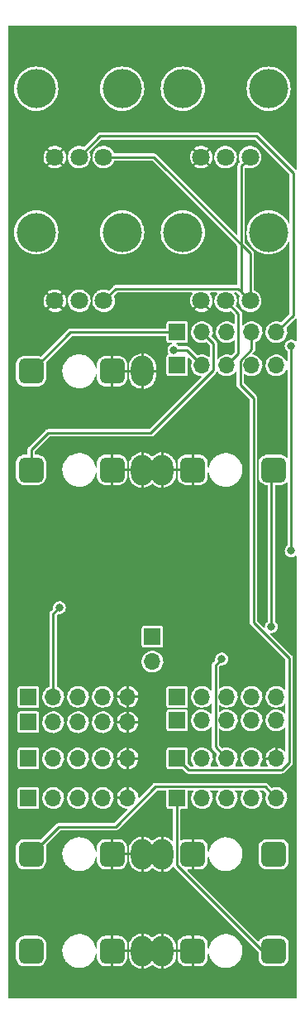
<source format=gbr>
%TF.GenerationSoftware,KiCad,Pcbnew,(6.0.0-0)*%
%TF.CreationDate,2022-01-16T08:33:05+00:00*%
%TF.ProjectId,curly-memory-interface-board,6375726c-792d-46d6-956d-6f72792d696e,rev?*%
%TF.SameCoordinates,Original*%
%TF.FileFunction,Copper,L2,Bot*%
%TF.FilePolarity,Positive*%
%FSLAX46Y46*%
G04 Gerber Fmt 4.6, Leading zero omitted, Abs format (unit mm)*
G04 Created by KiCad (PCBNEW (6.0.0-0)) date 2022-01-16 08:33:05*
%MOMM*%
%LPD*%
G01*
G04 APERTURE LIST*
G04 Aperture macros list*
%AMRoundRect*
0 Rectangle with rounded corners*
0 $1 Rounding radius*
0 $2 $3 $4 $5 $6 $7 $8 $9 X,Y pos of 4 corners*
0 Add a 4 corners polygon primitive as box body*
4,1,4,$2,$3,$4,$5,$6,$7,$8,$9,$2,$3,0*
0 Add four circle primitives for the rounded corners*
1,1,$1+$1,$2,$3*
1,1,$1+$1,$4,$5*
1,1,$1+$1,$6,$7*
1,1,$1+$1,$8,$9*
0 Add four rect primitives between the rounded corners*
20,1,$1+$1,$2,$3,$4,$5,0*
20,1,$1+$1,$4,$5,$6,$7,0*
20,1,$1+$1,$6,$7,$8,$9,0*
20,1,$1+$1,$8,$9,$2,$3,0*%
G04 Aperture macros list end*
%TA.AperFunction,ComponentPad*%
%ADD10O,2.300000X3.100000*%
%TD*%
%TA.AperFunction,ComponentPad*%
%ADD11RoundRect,0.650000X0.650000X-0.650000X0.650000X0.650000X-0.650000X0.650000X-0.650000X-0.650000X0*%
%TD*%
%TA.AperFunction,WasherPad*%
%ADD12C,4.000000*%
%TD*%
%TA.AperFunction,ComponentPad*%
%ADD13C,1.800000*%
%TD*%
%TA.AperFunction,ComponentPad*%
%ADD14R,1.700000X1.700000*%
%TD*%
%TA.AperFunction,ComponentPad*%
%ADD15O,1.700000X1.700000*%
%TD*%
%TA.AperFunction,ComponentPad*%
%ADD16RoundRect,0.650000X-0.650000X0.650000X-0.650000X-0.650000X0.650000X-0.650000X0.650000X0.650000X0*%
%TD*%
%TA.AperFunction,ViaPad*%
%ADD17C,0.800000*%
%TD*%
%TA.AperFunction,Conductor*%
%ADD18C,0.250000*%
%TD*%
G04 APERTURE END LIST*
D10*
%TO.P,J8,S*%
%TO.N,GND*%
X13980000Y-85000000D03*
D11*
%TO.P,J8,T*%
%TO.N,/OUT_0*%
X2580000Y-85000000D03*
%TO.P,J8,TN*%
%TO.N,GND*%
X10880000Y-85000000D03*
%TD*%
D10*
%TO.P,J10,S*%
%TO.N,GND*%
X13980000Y-94900000D03*
D11*
%TO.P,J10,T*%
%TO.N,/OUT_2*%
X2580000Y-94900000D03*
%TO.P,J10,TN*%
%TO.N,GND*%
X10880000Y-94900000D03*
%TD*%
D10*
%TO.P,J1,S*%
%TO.N,GND*%
X13980000Y-35600000D03*
D11*
%TO.P,J1,T*%
%TO.N,/IN_0*%
X2580000Y-35600000D03*
%TO.P,J1,TN*%
%TO.N,GND*%
X10880000Y-35600000D03*
%TD*%
D12*
%TO.P,RV2,*%
%TO.N,*%
X18100000Y-6700000D03*
X26900000Y-6700000D03*
D13*
%TO.P,RV2,1,1*%
%TO.N,+5V*%
X25000000Y-13700000D03*
%TO.P,RV2,2,2*%
%TO.N,/RES_1*%
X22500000Y-13700000D03*
%TO.P,RV2,3,3*%
%TO.N,GND*%
X20000000Y-13700000D03*
%TD*%
D10*
%TO.P,J2,S*%
%TO.N,GND*%
X13980000Y-45700000D03*
D11*
%TO.P,J2,T*%
%TO.N,/IN_1*%
X2580000Y-45700000D03*
%TO.P,J2,TN*%
%TO.N,GND*%
X10880000Y-45700000D03*
%TD*%
D12*
%TO.P,RV1,*%
%TO.N,*%
X11900000Y-6700000D03*
X3100000Y-6700000D03*
D13*
%TO.P,RV1,1,1*%
%TO.N,+5V*%
X10000000Y-13700000D03*
%TO.P,RV1,2,2*%
%TO.N,/RES_0*%
X7500000Y-13700000D03*
%TO.P,RV1,3,3*%
%TO.N,GND*%
X5000000Y-13700000D03*
%TD*%
D14*
%TO.P,J17,1,Pin_1*%
%TO.N,unconnected-(J17-Pad1)*%
X15000000Y-62758000D03*
D15*
%TO.P,J17,2,Pin_2*%
%TO.N,unconnected-(J17-Pad2)*%
X15000000Y-65298000D03*
%TD*%
D10*
%TO.P,J11,S*%
%TO.N,GND*%
X16020000Y-94900000D03*
D16*
%TO.P,J11,T*%
%TO.N,/DryWet*%
X27420000Y-94900000D03*
%TO.P,J11,TN*%
%TO.N,GND*%
X19120000Y-94900000D03*
%TD*%
D14*
%TO.P,J16,1,Pin_1*%
%TO.N,+5V*%
X17540000Y-68900000D03*
D15*
%TO.P,J16,2,Pin_2*%
%TO.N,+3V3*%
X20080000Y-68900000D03*
%TO.P,J16,3,Pin_3*%
%TO.N,/V_OFFSET*%
X22620000Y-68900000D03*
%TO.P,J16,4,Pin_4*%
%TO.N,/IO_32*%
X25160000Y-68900000D03*
%TO.P,J16,5,Pin_5*%
%TO.N,/IO_21*%
X27700000Y-68900000D03*
%TD*%
D10*
%TO.P,J3,S*%
%TO.N,GND*%
X16020000Y-45700000D03*
D16*
%TO.P,J3,T*%
%TO.N,/IN_2*%
X27420000Y-45700000D03*
%TO.P,J3,TN*%
%TO.N,GND*%
X19120000Y-45700000D03*
%TD*%
D12*
%TO.P,RV3,*%
%TO.N,*%
X11900000Y-21400000D03*
X3100000Y-21400000D03*
D13*
%TO.P,RV3,1,1*%
%TO.N,+5V*%
X10000000Y-28400000D03*
%TO.P,RV3,2,2*%
%TO.N,/RES_2*%
X7500000Y-28400000D03*
%TO.P,RV3,3,3*%
%TO.N,GND*%
X5000000Y-28400000D03*
%TD*%
D14*
%TO.P,J15,1,Pin_1*%
%TO.N,/IN_3*%
X17540000Y-75200000D03*
D15*
%TO.P,J15,2,Pin_2*%
%TO.N,/OUT_3*%
X20080000Y-75200000D03*
%TO.P,J15,3,Pin_3*%
%TO.N,/IN_2*%
X22620000Y-75200000D03*
%TO.P,J15,4,Pin_4*%
%TO.N,/OUT_2*%
X25160000Y-75200000D03*
%TO.P,J15,5,Pin_5*%
%TO.N,GND*%
X27700000Y-75200000D03*
%TD*%
D14*
%TO.P,J13,1,Pin_1*%
%TO.N,/RES0_A1*%
X2300000Y-75200000D03*
D15*
%TO.P,J13,2,Pin_2*%
%TO.N,/RES0_W1*%
X4840000Y-75200000D03*
%TO.P,J13,3,Pin_3*%
%TO.N,/RES0_B1*%
X7380000Y-75200000D03*
%TO.P,J13,4,Pin_4*%
%TO.N,/LEDS*%
X9920000Y-75200000D03*
%TO.P,J13,5,Pin_5*%
%TO.N,GND*%
X12460000Y-75200000D03*
%TD*%
D12*
%TO.P,RV4,*%
%TO.N,*%
X26900000Y-21400000D03*
X18100000Y-21400000D03*
D13*
%TO.P,RV4,1,1*%
%TO.N,+5V*%
X25000000Y-28400000D03*
%TO.P,RV4,2,2*%
%TO.N,/RES_3*%
X22500000Y-28400000D03*
%TO.P,RV4,3,3*%
%TO.N,GND*%
X20000000Y-28400000D03*
%TD*%
D10*
%TO.P,J9,S*%
%TO.N,GND*%
X16020000Y-85000000D03*
D16*
%TO.P,J9,T*%
%TO.N,/OUT_1*%
X27420000Y-85000000D03*
%TO.P,J9,TN*%
%TO.N,GND*%
X19120000Y-85000000D03*
%TD*%
D14*
%TO.P,J12,1,Pin_1*%
%TO.N,/BOOT*%
X2300000Y-68900000D03*
D15*
%TO.P,J12,2,Pin_2*%
%TO.N,/RST*%
X4840000Y-68900000D03*
%TO.P,J12,3,Pin_3*%
%TO.N,/PROG_TX*%
X7380000Y-68900000D03*
%TO.P,J12,4,Pin_4*%
%TO.N,/PROG_RX*%
X9920000Y-68900000D03*
%TO.P,J12,5,Pin_5*%
%TO.N,GND*%
X12460000Y-68900000D03*
%TD*%
D14*
%TO.P,J14,1,Pin_1*%
%TO.N,+5V*%
X17540000Y-71300000D03*
D15*
%TO.P,J14,2,Pin_2*%
%TO.N,+3V3*%
X20080000Y-71300000D03*
%TO.P,J14,3,Pin_3*%
%TO.N,/V_OFFSET*%
X22620000Y-71300000D03*
%TO.P,J14,4,Pin_4*%
%TO.N,/IO_32*%
X25160000Y-71300000D03*
%TO.P,J14,5,Pin_5*%
%TO.N,/IO_21*%
X27700000Y-71300000D03*
%TD*%
D14*
%TO.P,J7,1,Pin_1*%
%TO.N,/RES0_A1*%
X2300000Y-79250000D03*
D15*
%TO.P,J7,2,Pin_2*%
%TO.N,/RES0_W1*%
X4840000Y-79250000D03*
%TO.P,J7,3,Pin_3*%
%TO.N,/RES0_B1*%
X7380000Y-79250000D03*
%TO.P,J7,4,Pin_4*%
%TO.N,/LEDS*%
X9920000Y-79250000D03*
%TO.P,J7,5,Pin_5*%
%TO.N,GND*%
X12460000Y-79250000D03*
%TD*%
D14*
%TO.P,J6,1,Pin_1*%
%TO.N,/BOOT*%
X2300000Y-71500000D03*
D15*
%TO.P,J6,2,Pin_2*%
%TO.N,/RST*%
X4840000Y-71500000D03*
%TO.P,J6,3,Pin_3*%
%TO.N,/PROG_TX*%
X7380000Y-71500000D03*
%TO.P,J6,4,Pin_4*%
%TO.N,/PROG_RX*%
X9920000Y-71500000D03*
%TO.P,J6,5,Pin_5*%
%TO.N,GND*%
X12460000Y-71500000D03*
%TD*%
D14*
%TO.P,J4,1,Pin_1*%
%TO.N,/IN_0*%
X17540000Y-31600000D03*
D15*
%TO.P,J4,2,Pin_2*%
%TO.N,/IN_1*%
X20080000Y-31600000D03*
%TO.P,J4,3,Pin_3*%
%TO.N,/IN_2*%
X22620000Y-31600000D03*
%TO.P,J4,4,Pin_4*%
%TO.N,/IN_3*%
X25160000Y-31600000D03*
%TO.P,J4,5,Pin_5*%
%TO.N,/RES_0*%
X27700000Y-31600000D03*
%TD*%
D14*
%TO.P,J18,1,Pin_1*%
%TO.N,/RES_1*%
X17540000Y-35000000D03*
D15*
%TO.P,J18,2,Pin_2*%
%TO.N,/RES_2*%
X20080000Y-35000000D03*
%TO.P,J18,3,Pin_3*%
%TO.N,/RES_3*%
X22620000Y-35000000D03*
%TO.P,J18,4,Pin_4*%
%TO.N,/SW_0*%
X25160000Y-35000000D03*
%TO.P,J18,5,Pin_5*%
%TO.N,/SW_1*%
X27700000Y-35000000D03*
%TD*%
D14*
%TO.P,J5,1,Pin_1*%
%TO.N,/DryWet*%
X17540000Y-79250000D03*
D15*
%TO.P,J5,2,Pin_2*%
%TO.N,/OUT_3*%
X20080000Y-79250000D03*
%TO.P,J5,3,Pin_3*%
%TO.N,/OUT_2*%
X22620000Y-79250000D03*
%TO.P,J5,4,Pin_4*%
%TO.N,/OUT_1*%
X25160000Y-79250000D03*
%TO.P,J5,5,Pin_5*%
%TO.N,/OUT_0*%
X27700000Y-79250000D03*
%TD*%
D17*
%TO.N,GND*%
X26670000Y-77216000D03*
X19050000Y-77216000D03*
X24130000Y-77216000D03*
X21590000Y-77216000D03*
X26416000Y-70104000D03*
X23876000Y-70104000D03*
X26416000Y-73152000D03*
X18796000Y-73152000D03*
X23876000Y-73152000D03*
X11176000Y-70358000D03*
X3810000Y-70358000D03*
X6096000Y-70358000D03*
X11176000Y-73406000D03*
X3556000Y-73406000D03*
X6096000Y-73406000D03*
X11176000Y-77470000D03*
X8636000Y-77470000D03*
X6096000Y-77470000D03*
X3556000Y-77470000D03*
X7620000Y-62230000D03*
X22860000Y-62230000D03*
X21590000Y-57150000D03*
X21590000Y-54610000D03*
X17780000Y-57150000D03*
X17780000Y-54610000D03*
X11430000Y-57150000D03*
X11430000Y-54610000D03*
X3810000Y-57150000D03*
X3810000Y-54610000D03*
X22860000Y-40640000D03*
X7620000Y-40640000D03*
X21590000Y-25400000D03*
X21590000Y-17780000D03*
X8890000Y-25400000D03*
X6350000Y-25400000D03*
X7620000Y-21590000D03*
X8890000Y-17780000D03*
X6350000Y-17780000D03*
X15240000Y-10160000D03*
X15240000Y-2540000D03*
X24130000Y-10160000D03*
X21590000Y-10160000D03*
X22860000Y-6350000D03*
X24130000Y-2540000D03*
X21590000Y-2540000D03*
X8890000Y-10160000D03*
X6350000Y-10160000D03*
X7620000Y-6350000D03*
X8890000Y-2540000D03*
X6350000Y-2540000D03*
%TO.N,/RST*%
X5461000Y-59791600D03*
%TO.N,+5V*%
X29210000Y-53975000D03*
X29210000Y-33020000D03*
%TO.N,/IN_2*%
X27178000Y-61722000D03*
X22098000Y-65024000D03*
%TO.N,/RES_2*%
X17195800Y-33426400D03*
%TD*%
D18*
%TO.N,/RST*%
X4840000Y-60412600D02*
X5461000Y-59791600D01*
X4840000Y-68900000D02*
X4840000Y-66079400D01*
X4840000Y-66079400D02*
X4840000Y-60412600D01*
%TO.N,+5V*%
X11224511Y-27175489D02*
X10000000Y-28400000D01*
X25000000Y-23552200D02*
X15147800Y-13700000D01*
X25000000Y-28400000D02*
X23775489Y-27175489D01*
X15147800Y-13700000D02*
X10000000Y-13700000D01*
X25000000Y-28400000D02*
X25000000Y-23552200D01*
X24100000Y-27500000D02*
X24100000Y-14600000D01*
X29210000Y-53975000D02*
X29210000Y-33020000D01*
X23775489Y-27175489D02*
X11224511Y-27175489D01*
X24100000Y-14600000D02*
X25000000Y-13700000D01*
X25000000Y-28400000D02*
X24100000Y-27500000D01*
%TO.N,/DryWet*%
X17495480Y-86100880D02*
X26294600Y-94900000D01*
X26294600Y-94900000D02*
X27420000Y-94900000D01*
X17495480Y-79294520D02*
X17495480Y-86100880D01*
X17540000Y-79250000D02*
X17495480Y-79294520D01*
%TO.N,/IN_0*%
X6616800Y-31600000D02*
X17540000Y-31600000D01*
X2580000Y-35636800D02*
X6616800Y-31600000D01*
%TO.N,/IN_1*%
X21254511Y-32774511D02*
X21254511Y-35486499D01*
X20080000Y-31600000D02*
X21254511Y-32774511D01*
X4318000Y-41910000D02*
X2580000Y-43648000D01*
X21254511Y-35486499D02*
X14831010Y-41910000D01*
X14831010Y-41910000D02*
X4318000Y-41910000D01*
X2580000Y-43648000D02*
X2580000Y-45700000D01*
%TO.N,/IN_2*%
X21445489Y-65676511D02*
X22098000Y-65024000D01*
X27420000Y-45700000D02*
X27178000Y-45942000D01*
X21445489Y-74025489D02*
X21445489Y-65676511D01*
X27178000Y-45942000D02*
X27178000Y-61722000D01*
X22620000Y-75200000D02*
X21445489Y-74025489D01*
%TO.N,/IN_3*%
X29014489Y-75582711D02*
X28222689Y-76374511D01*
X25345969Y-61295569D02*
X29014489Y-64964089D01*
X29014489Y-64964089D02*
X29014489Y-75582711D01*
X25160000Y-33338990D02*
X23985489Y-34513501D01*
X23985489Y-34513501D02*
X23985489Y-36964889D01*
X23985489Y-36964889D02*
X25345969Y-38325369D01*
X25160000Y-31600000D02*
X25160000Y-33338990D01*
X18714511Y-76374511D02*
X17540000Y-75200000D01*
X25345969Y-38325369D02*
X25345969Y-61295569D01*
X28222689Y-76374511D02*
X18714511Y-76374511D01*
%TO.N,/OUT_0*%
X26525489Y-78075489D02*
X15320311Y-78075489D01*
X15320311Y-78075489D02*
X11220204Y-82175596D01*
X5404404Y-82175596D02*
X2580000Y-85000000D01*
X27700000Y-79250000D02*
X26525489Y-78075489D01*
X11220204Y-82175596D02*
X5404404Y-82175596D01*
%TO.N,/RES_0*%
X9668400Y-11531600D02*
X7500000Y-13700000D01*
X29438600Y-15316200D02*
X25654000Y-11531600D01*
X29438600Y-29861400D02*
X29438600Y-15316200D01*
X25654000Y-11531600D02*
X9668400Y-11531600D01*
X27700000Y-31600000D02*
X29438600Y-29861400D01*
%TO.N,/RES_2*%
X20080000Y-35000000D02*
X18506400Y-33426400D01*
X18506400Y-33426400D02*
X17195800Y-33426400D01*
%TO.N,/RES_3*%
X23794511Y-33825489D02*
X23794511Y-29694511D01*
X23794511Y-29694511D02*
X22500000Y-28400000D01*
X22620000Y-35000000D02*
X23794511Y-33825489D01*
%TD*%
%TA.AperFunction,Conductor*%
%TO.N,GND*%
G36*
X29727694Y-272306D02*
G01*
X29746000Y-316500D01*
X29746000Y-14936018D01*
X29727694Y-14980212D01*
X29683500Y-14998518D01*
X29639306Y-14980212D01*
X25955698Y-11296604D01*
X25947389Y-11286316D01*
X25938571Y-11272660D01*
X25909257Y-11249551D01*
X25903756Y-11244662D01*
X25900056Y-11240962D01*
X25897962Y-11239466D01*
X25897959Y-11239463D01*
X25883137Y-11228871D01*
X25880783Y-11227104D01*
X25843411Y-11197643D01*
X25839353Y-11194444D01*
X25834477Y-11192732D01*
X25830976Y-11190807D01*
X25827465Y-11189087D01*
X25823266Y-11186086D01*
X25818324Y-11184608D01*
X25818320Y-11184606D01*
X25782154Y-11173791D01*
X25772700Y-11170963D01*
X25769906Y-11170055D01*
X25723861Y-11153885D01*
X25723857Y-11153884D01*
X25720149Y-11152582D01*
X25716149Y-11152236D01*
X25715926Y-11152216D01*
X25715921Y-11152216D01*
X25714584Y-11152100D01*
X25714307Y-11152100D01*
X25710281Y-11151760D01*
X25707172Y-11151367D01*
X25702222Y-11149887D01*
X25647118Y-11152052D01*
X25644664Y-11152100D01*
X9715568Y-11152100D01*
X9702413Y-11150700D01*
X9700458Y-11150279D01*
X9686524Y-11147279D01*
X9681395Y-11147886D01*
X9681393Y-11147886D01*
X9649453Y-11151667D01*
X9642106Y-11152100D01*
X9636876Y-11152100D01*
X9634331Y-11152524D01*
X9634326Y-11152524D01*
X9616372Y-11155512D01*
X9613459Y-11155927D01*
X9585671Y-11159217D01*
X9561059Y-11162130D01*
X9556400Y-11164367D01*
X9552616Y-11165467D01*
X9548876Y-11166747D01*
X9543774Y-11167596D01*
X9539228Y-11170049D01*
X9539225Y-11170050D01*
X9497339Y-11192651D01*
X9494714Y-11193988D01*
X9447168Y-11216819D01*
X9442893Y-11220413D01*
X9442693Y-11220613D01*
X9439612Y-11223213D01*
X9437131Y-11225138D01*
X9432586Y-11227590D01*
X9429081Y-11231382D01*
X9395152Y-11268086D01*
X9393451Y-11269855D01*
X8034048Y-12629258D01*
X7989854Y-12647564D01*
X7966697Y-12643116D01*
X7829300Y-12588300D01*
X7826494Y-12587742D01*
X7826491Y-12587741D01*
X7624001Y-12547464D01*
X7624000Y-12547464D01*
X7621195Y-12546906D01*
X7521151Y-12545596D01*
X7411893Y-12544165D01*
X7411888Y-12544165D01*
X7409031Y-12544128D01*
X7406211Y-12544613D01*
X7406206Y-12544613D01*
X7284166Y-12565584D01*
X7199913Y-12580061D01*
X7197225Y-12581053D01*
X7197220Y-12581054D01*
X7003534Y-12652509D01*
X7003531Y-12652511D01*
X7000846Y-12653501D01*
X6998386Y-12654964D01*
X6998385Y-12654965D01*
X6975712Y-12668454D01*
X6818495Y-12761988D01*
X6658968Y-12901890D01*
X6657191Y-12904143D01*
X6657191Y-12904144D01*
X6590934Y-12988191D01*
X6527607Y-13068520D01*
X6428812Y-13256299D01*
X6427965Y-13259026D01*
X6427964Y-13259029D01*
X6385588Y-13395504D01*
X6365891Y-13458938D01*
X6340951Y-13669649D01*
X6354829Y-13881377D01*
X6370782Y-13944193D01*
X6406311Y-14084089D01*
X6407058Y-14087031D01*
X6408255Y-14089629D01*
X6408256Y-14089630D01*
X6444789Y-14168876D01*
X6495890Y-14279723D01*
X6497541Y-14282058D01*
X6497542Y-14282061D01*
X6597165Y-14423024D01*
X6618350Y-14453000D01*
X6770337Y-14601059D01*
X6946760Y-14718941D01*
X7141711Y-14802699D01*
X7144497Y-14803329D01*
X7144502Y-14803331D01*
X7345872Y-14848896D01*
X7345875Y-14848896D01*
X7348662Y-14849527D01*
X7442279Y-14853205D01*
X7557821Y-14857745D01*
X7557825Y-14857745D01*
X7560681Y-14857857D01*
X7770667Y-14827410D01*
X7971589Y-14759207D01*
X8156717Y-14655530D01*
X8159417Y-14653285D01*
X8317654Y-14521680D01*
X8319852Y-14519852D01*
X8405825Y-14416481D01*
X8453699Y-14358919D01*
X8453701Y-14358916D01*
X8455530Y-14356717D01*
X8559207Y-14171589D01*
X8627410Y-13970667D01*
X8657857Y-13760681D01*
X8659446Y-13700000D01*
X8658639Y-13691210D01*
X8642135Y-13511605D01*
X8640031Y-13488708D01*
X8632466Y-13461882D01*
X8583216Y-13287257D01*
X8583215Y-13287255D01*
X8582436Y-13284492D01*
X8559231Y-13237437D01*
X8556103Y-13189706D01*
X8571092Y-13165602D01*
X9807288Y-11929406D01*
X9851482Y-11911100D01*
X25470918Y-11911100D01*
X25515112Y-11929406D01*
X29040794Y-15455088D01*
X29059100Y-15499282D01*
X29059100Y-20412825D01*
X29040794Y-20457019D01*
X28996600Y-20475325D01*
X28952406Y-20457019D01*
X28940545Y-20440468D01*
X28857543Y-20272158D01*
X28856643Y-20270332D01*
X28855515Y-20268643D01*
X28855511Y-20268637D01*
X28693588Y-20026301D01*
X28693585Y-20026297D01*
X28692453Y-20024603D01*
X28497593Y-19802407D01*
X28275397Y-19607547D01*
X28273703Y-19606415D01*
X28273699Y-19606412D01*
X28031364Y-19444489D01*
X28031358Y-19444485D01*
X28029669Y-19443357D01*
X27764611Y-19312645D01*
X27762680Y-19311990D01*
X27762674Y-19311987D01*
X27486692Y-19218304D01*
X27486690Y-19218303D01*
X27484759Y-19217648D01*
X27194903Y-19159992D01*
X27192869Y-19159859D01*
X27192864Y-19159858D01*
X26902044Y-19140797D01*
X26900000Y-19140663D01*
X26897956Y-19140797D01*
X26607136Y-19159858D01*
X26607131Y-19159859D01*
X26605097Y-19159992D01*
X26315241Y-19217648D01*
X26313310Y-19218303D01*
X26313308Y-19218304D01*
X26037326Y-19311987D01*
X26037320Y-19311990D01*
X26035389Y-19312645D01*
X25770332Y-19443357D01*
X25768643Y-19444485D01*
X25768637Y-19444489D01*
X25526301Y-19606412D01*
X25526297Y-19606415D01*
X25524603Y-19607547D01*
X25302407Y-19802407D01*
X25107547Y-20024603D01*
X25106415Y-20026297D01*
X25106412Y-20026301D01*
X24944489Y-20268637D01*
X24944485Y-20268643D01*
X24943357Y-20270332D01*
X24812645Y-20535389D01*
X24717648Y-20815241D01*
X24659992Y-21105097D01*
X24640663Y-21400000D01*
X24640797Y-21402044D01*
X24656893Y-21647618D01*
X24659992Y-21694903D01*
X24717648Y-21984759D01*
X24812645Y-22264611D01*
X24943357Y-22529668D01*
X24944485Y-22531357D01*
X24944489Y-22531363D01*
X25106412Y-22773699D01*
X25107547Y-22775397D01*
X25302407Y-22997593D01*
X25524603Y-23192453D01*
X25526297Y-23193585D01*
X25526301Y-23193588D01*
X25768636Y-23355511D01*
X25768642Y-23355515D01*
X25770331Y-23356643D01*
X26035389Y-23487355D01*
X26037320Y-23488010D01*
X26037326Y-23488013D01*
X26294690Y-23575376D01*
X26315241Y-23582352D01*
X26605097Y-23640008D01*
X26607131Y-23640141D01*
X26607136Y-23640142D01*
X26897956Y-23659203D01*
X26900000Y-23659337D01*
X26902044Y-23659203D01*
X27192864Y-23640142D01*
X27192869Y-23640141D01*
X27194903Y-23640008D01*
X27484759Y-23582352D01*
X27505310Y-23575376D01*
X27762674Y-23488013D01*
X27762680Y-23488010D01*
X27764611Y-23487355D01*
X28029669Y-23356643D01*
X28031358Y-23355515D01*
X28031364Y-23355511D01*
X28273699Y-23193588D01*
X28273703Y-23193585D01*
X28275397Y-23192453D01*
X28497593Y-22997593D01*
X28692453Y-22775397D01*
X28693588Y-22773699D01*
X28855511Y-22531363D01*
X28855515Y-22531357D01*
X28856643Y-22529668D01*
X28940545Y-22359532D01*
X28976510Y-22327992D01*
X29024243Y-22331120D01*
X29055783Y-22367085D01*
X29059100Y-22387175D01*
X29059100Y-29678318D01*
X29040794Y-29722512D01*
X28195565Y-30567741D01*
X28151371Y-30586047D01*
X28128211Y-30581597D01*
X28017706Y-30537509D01*
X28017696Y-30537506D01*
X28015039Y-30536446D01*
X28012233Y-30535888D01*
X28012230Y-30535887D01*
X27818752Y-30497402D01*
X27818750Y-30497402D01*
X27815946Y-30496844D01*
X27720353Y-30495593D01*
X27615833Y-30494224D01*
X27615828Y-30494224D01*
X27612971Y-30494187D01*
X27610151Y-30494672D01*
X27610146Y-30494672D01*
X27519397Y-30510266D01*
X27412910Y-30528564D01*
X27410222Y-30529556D01*
X27410217Y-30529557D01*
X27225151Y-30597832D01*
X27225148Y-30597833D01*
X27222463Y-30598824D01*
X27048010Y-30702612D01*
X26895392Y-30836455D01*
X26893616Y-30838708D01*
X26893615Y-30838709D01*
X26817403Y-30935384D01*
X26769720Y-30995869D01*
X26675203Y-31175515D01*
X26674356Y-31178242D01*
X26674355Y-31178245D01*
X26636616Y-31299786D01*
X26615007Y-31369378D01*
X26591148Y-31570964D01*
X26604424Y-31773522D01*
X26654392Y-31970269D01*
X26739377Y-32154616D01*
X26856533Y-32320389D01*
X26858587Y-32322390D01*
X26858588Y-32322391D01*
X26903295Y-32365942D01*
X27001938Y-32462035D01*
X27170720Y-32574812D01*
X27237356Y-32603441D01*
X27354588Y-32653808D01*
X27354590Y-32653809D01*
X27357228Y-32654942D01*
X27457641Y-32677663D01*
X27552426Y-32699111D01*
X27552429Y-32699111D01*
X27555216Y-32699742D01*
X27645164Y-32703276D01*
X27755193Y-32707600D01*
X27755197Y-32707600D01*
X27758053Y-32707712D01*
X27958945Y-32678584D01*
X28151165Y-32613334D01*
X28328276Y-32514147D01*
X28484345Y-32384345D01*
X28614147Y-32228276D01*
X28713334Y-32051165D01*
X28778584Y-31858945D01*
X28807712Y-31658053D01*
X28809232Y-31600000D01*
X28806303Y-31568116D01*
X28790920Y-31400714D01*
X28790658Y-31397859D01*
X28789879Y-31395096D01*
X28736335Y-31205244D01*
X28736333Y-31205240D01*
X28735557Y-31202487D01*
X28721893Y-31174779D01*
X28718764Y-31127046D01*
X28733753Y-31102941D01*
X29639306Y-30197388D01*
X29683500Y-30179082D01*
X29727694Y-30197388D01*
X29746000Y-30241582D01*
X29746000Y-32481526D01*
X29727694Y-32525720D01*
X29683500Y-32544026D01*
X29641923Y-32528191D01*
X29589087Y-32481116D01*
X29589085Y-32481115D01*
X29586275Y-32478611D01*
X29446274Y-32404484D01*
X29292633Y-32365892D01*
X29288868Y-32365872D01*
X29288866Y-32365872D01*
X29210296Y-32365461D01*
X29134221Y-32365062D01*
X29130557Y-32365942D01*
X29130554Y-32365942D01*
X29063082Y-32382141D01*
X28980184Y-32402043D01*
X28976842Y-32403768D01*
X28976839Y-32403769D01*
X28909799Y-32438371D01*
X28839414Y-32474700D01*
X28834931Y-32478611D01*
X28745279Y-32556820D01*
X28720039Y-32578838D01*
X28717873Y-32581920D01*
X28717872Y-32581921D01*
X28677642Y-32639162D01*
X28628950Y-32708444D01*
X28627581Y-32711955D01*
X28627580Y-32711957D01*
X28584585Y-32822235D01*
X28571406Y-32856037D01*
X28570914Y-32859774D01*
X28551221Y-33009355D01*
X28551221Y-33009359D01*
X28550729Y-33013096D01*
X28568113Y-33170553D01*
X28622553Y-33319319D01*
X28710908Y-33450805D01*
X28713695Y-33453341D01*
X28810063Y-33541029D01*
X28830500Y-33587256D01*
X28830500Y-34526963D01*
X28812194Y-34571157D01*
X28768000Y-34589463D01*
X28723806Y-34571157D01*
X28711945Y-34554606D01*
X28647044Y-34422999D01*
X28647043Y-34422998D01*
X28645776Y-34420428D01*
X28626431Y-34394522D01*
X28526037Y-34260078D01*
X28526036Y-34260076D01*
X28524320Y-34257779D01*
X28375258Y-34119987D01*
X28203581Y-34011667D01*
X28022065Y-33939249D01*
X28017696Y-33937506D01*
X28015039Y-33936446D01*
X28012233Y-33935888D01*
X28012230Y-33935887D01*
X27818752Y-33897402D01*
X27818750Y-33897402D01*
X27815946Y-33896844D01*
X27720353Y-33895593D01*
X27615833Y-33894224D01*
X27615828Y-33894224D01*
X27612971Y-33894187D01*
X27610151Y-33894672D01*
X27610146Y-33894672D01*
X27519397Y-33910266D01*
X27412910Y-33928564D01*
X27410224Y-33929555D01*
X27410217Y-33929557D01*
X27225151Y-33997832D01*
X27225148Y-33997833D01*
X27222463Y-33998824D01*
X27048010Y-34102612D01*
X26993634Y-34150299D01*
X26906688Y-34226549D01*
X26895392Y-34236455D01*
X26893616Y-34238708D01*
X26893615Y-34238709D01*
X26817403Y-34335384D01*
X26769720Y-34395869D01*
X26675203Y-34575515D01*
X26674356Y-34578242D01*
X26674355Y-34578245D01*
X26625832Y-34734517D01*
X26615007Y-34769378D01*
X26591148Y-34970964D01*
X26591336Y-34973828D01*
X26599313Y-35095534D01*
X26604424Y-35173522D01*
X26605130Y-35176302D01*
X26642425Y-35323148D01*
X26654392Y-35370269D01*
X26739377Y-35554616D01*
X26856533Y-35720389D01*
X27001938Y-35862035D01*
X27170720Y-35974812D01*
X27257124Y-36011934D01*
X27354588Y-36053808D01*
X27354590Y-36053809D01*
X27357228Y-36054942D01*
X27457641Y-36077663D01*
X27552426Y-36099111D01*
X27552429Y-36099111D01*
X27555216Y-36099742D01*
X27645164Y-36103276D01*
X27755193Y-36107600D01*
X27755197Y-36107600D01*
X27758053Y-36107712D01*
X27768861Y-36106145D01*
X27817373Y-36099111D01*
X27958945Y-36078584D01*
X28151165Y-36013334D01*
X28328276Y-35914147D01*
X28484345Y-35784345D01*
X28614147Y-35628276D01*
X28713334Y-35451165D01*
X28714992Y-35452093D01*
X28745617Y-35423046D01*
X28793436Y-35424311D01*
X28826355Y-35459018D01*
X28830500Y-35481401D01*
X28830500Y-44375380D01*
X28812194Y-44419574D01*
X28768000Y-44437880D01*
X28723806Y-44419574D01*
X28719429Y-44414713D01*
X28715163Y-44409445D01*
X28715161Y-44409443D01*
X28713101Y-44406899D01*
X28565339Y-44287244D01*
X28485532Y-44246580D01*
X28398844Y-44202410D01*
X28398842Y-44202409D01*
X28395929Y-44200925D01*
X28255219Y-44163222D01*
X28215044Y-44152457D01*
X28215042Y-44152457D01*
X28212274Y-44151715D01*
X28209417Y-44151490D01*
X28209416Y-44151490D01*
X28134542Y-44145597D01*
X28134529Y-44145596D01*
X28133303Y-44145500D01*
X27420288Y-44145500D01*
X26706698Y-44145501D01*
X26654084Y-44149641D01*
X26630583Y-44151490D01*
X26630581Y-44151490D01*
X26627726Y-44151715D01*
X26444071Y-44200925D01*
X26441158Y-44202409D01*
X26441156Y-44202410D01*
X26354468Y-44246580D01*
X26274661Y-44287244D01*
X26126899Y-44406899D01*
X26007244Y-44554661D01*
X26005759Y-44557575D01*
X26005758Y-44557577D01*
X25927355Y-44711452D01*
X25920925Y-44724071D01*
X25871715Y-44907726D01*
X25871490Y-44910583D01*
X25871490Y-44910584D01*
X25865597Y-44985458D01*
X25865596Y-44985471D01*
X25865500Y-44986697D01*
X25865501Y-46413302D01*
X25871715Y-46492274D01*
X25920925Y-46675929D01*
X25922409Y-46678842D01*
X25922410Y-46678844D01*
X26005617Y-46842146D01*
X26007244Y-46845339D01*
X26126899Y-46993101D01*
X26274661Y-47112756D01*
X26277575Y-47114241D01*
X26277577Y-47114242D01*
X26441156Y-47197590D01*
X26441158Y-47197591D01*
X26444071Y-47199075D01*
X26542863Y-47225546D01*
X26624956Y-47247543D01*
X26624958Y-47247543D01*
X26627726Y-47248285D01*
X26630583Y-47248510D01*
X26630584Y-47248510D01*
X26705458Y-47254403D01*
X26705471Y-47254404D01*
X26706697Y-47254500D01*
X26736000Y-47254500D01*
X26780194Y-47272806D01*
X26798500Y-47317000D01*
X26798500Y-61156059D01*
X26777086Y-61203157D01*
X26697720Y-61272393D01*
X26688039Y-61280838D01*
X26685873Y-61283920D01*
X26685872Y-61283921D01*
X26682233Y-61289099D01*
X26596950Y-61410444D01*
X26595581Y-61413955D01*
X26595580Y-61413957D01*
X26549798Y-61531383D01*
X26539406Y-61558037D01*
X26538914Y-61561774D01*
X26519221Y-61711355D01*
X26519221Y-61711359D01*
X26518729Y-61715096D01*
X26521683Y-61741851D01*
X26526072Y-61781609D01*
X26512726Y-61827545D01*
X26470807Y-61850590D01*
X26424871Y-61837244D01*
X26419755Y-61832661D01*
X25743775Y-61156681D01*
X25725469Y-61112487D01*
X25725469Y-38372533D01*
X25726869Y-38359378D01*
X25729201Y-38348545D01*
X25730289Y-38343493D01*
X25725902Y-38306430D01*
X25725469Y-38299083D01*
X25725469Y-38293845D01*
X25725046Y-38291304D01*
X25725045Y-38291292D01*
X25722052Y-38273315D01*
X25721636Y-38270397D01*
X25716045Y-38223157D01*
X25715438Y-38218028D01*
X25713202Y-38213372D01*
X25712090Y-38209543D01*
X25710821Y-38205836D01*
X25709973Y-38200743D01*
X25707520Y-38196196D01*
X25684914Y-38154299D01*
X25683577Y-38151676D01*
X25662449Y-38107678D01*
X25660749Y-38104137D01*
X25657155Y-38099861D01*
X25656959Y-38099665D01*
X25654354Y-38096580D01*
X25652434Y-38094104D01*
X25649979Y-38089555D01*
X25609483Y-38052121D01*
X25607714Y-38050420D01*
X24383295Y-36826001D01*
X24364989Y-36781807D01*
X24364989Y-35914185D01*
X24383295Y-35869991D01*
X24427489Y-35851685D01*
X24462212Y-35862218D01*
X24630720Y-35974812D01*
X24717124Y-36011934D01*
X24814588Y-36053808D01*
X24814590Y-36053809D01*
X24817228Y-36054942D01*
X24917641Y-36077663D01*
X25012426Y-36099111D01*
X25012429Y-36099111D01*
X25015216Y-36099742D01*
X25105164Y-36103276D01*
X25215193Y-36107600D01*
X25215197Y-36107600D01*
X25218053Y-36107712D01*
X25228861Y-36106145D01*
X25277373Y-36099111D01*
X25418945Y-36078584D01*
X25611165Y-36013334D01*
X25788276Y-35914147D01*
X25944345Y-35784345D01*
X26074147Y-35628276D01*
X26173334Y-35451165D01*
X26238584Y-35258945D01*
X26262278Y-35095534D01*
X26267449Y-35059869D01*
X26267449Y-35059864D01*
X26267712Y-35058053D01*
X26269232Y-35000000D01*
X26266303Y-34968116D01*
X26252289Y-34815613D01*
X26250658Y-34797859D01*
X26249879Y-34795096D01*
X26196335Y-34605244D01*
X26196333Y-34605240D01*
X26195557Y-34602487D01*
X26121404Y-34452119D01*
X26107044Y-34422999D01*
X26107043Y-34422998D01*
X26105776Y-34420428D01*
X26086431Y-34394522D01*
X25986037Y-34260078D01*
X25986036Y-34260076D01*
X25984320Y-34257779D01*
X25835258Y-34119987D01*
X25663581Y-34011667D01*
X25482065Y-33939249D01*
X25477696Y-33937506D01*
X25475039Y-33936446D01*
X25472233Y-33935888D01*
X25472230Y-33935887D01*
X25276270Y-33896908D01*
X25236496Y-33870332D01*
X25227164Y-33823416D01*
X25244269Y-33791415D01*
X25394996Y-33640688D01*
X25405284Y-33632379D01*
X25418940Y-33623561D01*
X25442049Y-33594247D01*
X25446938Y-33588746D01*
X25450638Y-33585046D01*
X25462733Y-33568121D01*
X25464494Y-33565776D01*
X25493957Y-33528401D01*
X25497156Y-33524343D01*
X25498869Y-33519466D01*
X25500774Y-33516000D01*
X25502508Y-33512461D01*
X25505513Y-33508256D01*
X25520625Y-33457727D01*
X25521534Y-33454928D01*
X25537716Y-33408846D01*
X25539018Y-33405139D01*
X25539500Y-33399574D01*
X25539500Y-33399297D01*
X25539840Y-33395271D01*
X25540233Y-33392162D01*
X25541713Y-33387212D01*
X25539548Y-33332107D01*
X25539500Y-33329654D01*
X25539500Y-32682448D01*
X25557806Y-32638254D01*
X25581910Y-32623265D01*
X25594741Y-32618909D01*
X25611165Y-32613334D01*
X25788276Y-32514147D01*
X25944345Y-32384345D01*
X26074147Y-32228276D01*
X26173334Y-32051165D01*
X26238584Y-31858945D01*
X26267712Y-31658053D01*
X26269232Y-31600000D01*
X26266303Y-31568116D01*
X26250920Y-31400714D01*
X26250658Y-31397859D01*
X26249879Y-31395096D01*
X26196335Y-31205244D01*
X26196333Y-31205240D01*
X26195557Y-31202487D01*
X26105776Y-31020428D01*
X26087437Y-30995869D01*
X25986037Y-30860078D01*
X25986036Y-30860076D01*
X25984320Y-30857779D01*
X25835258Y-30719987D01*
X25663581Y-30611667D01*
X25541840Y-30563097D01*
X25477696Y-30537506D01*
X25475039Y-30536446D01*
X25472233Y-30535888D01*
X25472230Y-30535887D01*
X25278752Y-30497402D01*
X25278750Y-30497402D01*
X25275946Y-30496844D01*
X25180353Y-30495593D01*
X25075833Y-30494224D01*
X25075828Y-30494224D01*
X25072971Y-30494187D01*
X25070151Y-30494672D01*
X25070146Y-30494672D01*
X24979397Y-30510266D01*
X24872910Y-30528564D01*
X24870222Y-30529556D01*
X24870217Y-30529557D01*
X24685151Y-30597832D01*
X24685148Y-30597833D01*
X24682463Y-30598824D01*
X24508010Y-30702612D01*
X24355392Y-30836455D01*
X24338582Y-30857779D01*
X24285593Y-30924995D01*
X24243857Y-30948369D01*
X24197818Y-30935384D01*
X24174444Y-30893648D01*
X24174011Y-30886302D01*
X24174011Y-29741675D01*
X24175411Y-29728520D01*
X24177743Y-29717687D01*
X24178831Y-29712635D01*
X24177834Y-29704206D01*
X24174444Y-29675570D01*
X24174011Y-29668224D01*
X24174011Y-29662987D01*
X24173588Y-29660446D01*
X24173587Y-29660434D01*
X24170596Y-29642469D01*
X24170180Y-29639550D01*
X24164588Y-29592300D01*
X24163981Y-29587170D01*
X24161745Y-29582513D01*
X24160646Y-29578732D01*
X24159364Y-29574985D01*
X24158515Y-29569885D01*
X24156062Y-29565339D01*
X24156061Y-29565336D01*
X24133460Y-29523450D01*
X24132123Y-29520825D01*
X24110995Y-29476825D01*
X24110994Y-29476823D01*
X24109292Y-29473279D01*
X24105697Y-29469003D01*
X24105499Y-29468805D01*
X24102899Y-29465725D01*
X24100974Y-29463244D01*
X24098521Y-29458697D01*
X24058025Y-29421263D01*
X24056256Y-29419562D01*
X23573694Y-28937000D01*
X23555388Y-28892806D01*
X23559853Y-28871808D01*
X23559207Y-28871589D01*
X23626489Y-28673380D01*
X23627410Y-28670667D01*
X23657857Y-28460681D01*
X23659446Y-28400000D01*
X23658639Y-28391210D01*
X23642135Y-28211605D01*
X23640031Y-28188708D01*
X23639252Y-28185945D01*
X23583214Y-27987249D01*
X23583212Y-27987245D01*
X23582436Y-27984492D01*
X23488590Y-27794191D01*
X23486872Y-27791890D01*
X23384565Y-27654884D01*
X23372790Y-27608521D01*
X23397248Y-27567411D01*
X23434643Y-27554989D01*
X23592407Y-27554989D01*
X23636601Y-27573295D01*
X23787169Y-27723863D01*
X23792359Y-27729749D01*
X23793537Y-27731267D01*
X23795990Y-27735814D01*
X23799785Y-27739322D01*
X23836486Y-27773248D01*
X23838255Y-27774949D01*
X23927559Y-27864253D01*
X23945865Y-27908447D01*
X23938678Y-27937546D01*
X23928812Y-27956299D01*
X23927963Y-27959033D01*
X23927961Y-27959038D01*
X23867098Y-28155050D01*
X23865891Y-28158938D01*
X23840951Y-28369649D01*
X23854829Y-28581377D01*
X23870782Y-28644193D01*
X23906311Y-28784089D01*
X23907058Y-28787031D01*
X23995890Y-28979723D01*
X23997541Y-28982058D01*
X23997542Y-28982061D01*
X24103744Y-29132333D01*
X24118350Y-29153000D01*
X24270337Y-29301059D01*
X24446760Y-29418941D01*
X24641711Y-29502699D01*
X24644497Y-29503329D01*
X24644502Y-29503331D01*
X24845872Y-29548896D01*
X24845875Y-29548896D01*
X24848662Y-29549527D01*
X24942279Y-29553205D01*
X25057821Y-29557745D01*
X25057825Y-29557745D01*
X25060681Y-29557857D01*
X25270667Y-29527410D01*
X25371128Y-29493308D01*
X25468876Y-29460128D01*
X25468877Y-29460128D01*
X25471589Y-29459207D01*
X25656717Y-29355530D01*
X25659417Y-29353285D01*
X25817654Y-29221680D01*
X25819852Y-29219852D01*
X25905825Y-29116481D01*
X25953699Y-29058919D01*
X25953701Y-29058916D01*
X25955530Y-29056717D01*
X26059207Y-28871589D01*
X26127410Y-28670667D01*
X26157857Y-28460681D01*
X26159446Y-28400000D01*
X26158639Y-28391210D01*
X26142135Y-28211605D01*
X26140031Y-28188708D01*
X26139252Y-28185945D01*
X26083214Y-27987249D01*
X26083212Y-27987245D01*
X26082436Y-27984492D01*
X25988590Y-27794191D01*
X25986872Y-27791890D01*
X25863353Y-27626478D01*
X25863352Y-27626476D01*
X25861636Y-27624179D01*
X25705826Y-27480150D01*
X25526377Y-27366926D01*
X25465920Y-27342806D01*
X25418840Y-27324023D01*
X25384576Y-27290643D01*
X25379500Y-27265972D01*
X25379500Y-23599364D01*
X25380900Y-23586209D01*
X25383232Y-23575376D01*
X25384320Y-23570324D01*
X25379933Y-23533259D01*
X25379500Y-23525913D01*
X25379500Y-23520676D01*
X25379077Y-23518135D01*
X25379076Y-23518123D01*
X25376085Y-23500158D01*
X25375669Y-23497239D01*
X25374393Y-23486452D01*
X25369470Y-23444859D01*
X25367234Y-23440202D01*
X25366135Y-23436421D01*
X25364853Y-23432674D01*
X25364004Y-23427574D01*
X25361551Y-23423028D01*
X25361550Y-23423025D01*
X25338949Y-23381139D01*
X25337612Y-23378514D01*
X25316484Y-23334514D01*
X25316483Y-23334512D01*
X25314781Y-23330968D01*
X25311186Y-23326692D01*
X25310988Y-23326494D01*
X25308388Y-23323414D01*
X25306463Y-23320933D01*
X25304010Y-23316386D01*
X25263514Y-23278952D01*
X25261745Y-23277251D01*
X24497806Y-22513312D01*
X24479500Y-22469118D01*
X24479500Y-14827884D01*
X24497806Y-14783690D01*
X24542000Y-14765384D01*
X24566670Y-14770459D01*
X24641711Y-14802699D01*
X24644497Y-14803329D01*
X24644502Y-14803331D01*
X24845872Y-14848896D01*
X24845875Y-14848896D01*
X24848662Y-14849527D01*
X24942279Y-14853205D01*
X25057821Y-14857745D01*
X25057825Y-14857745D01*
X25060681Y-14857857D01*
X25270667Y-14827410D01*
X25471589Y-14759207D01*
X25656717Y-14655530D01*
X25659417Y-14653285D01*
X25817654Y-14521680D01*
X25819852Y-14519852D01*
X25905825Y-14416481D01*
X25953699Y-14358919D01*
X25953701Y-14358916D01*
X25955530Y-14356717D01*
X26059207Y-14171589D01*
X26127410Y-13970667D01*
X26157857Y-13760681D01*
X26159446Y-13700000D01*
X26158639Y-13691210D01*
X26142135Y-13511605D01*
X26140031Y-13488708D01*
X26133346Y-13465004D01*
X26083214Y-13287249D01*
X26083212Y-13287245D01*
X26082436Y-13284492D01*
X25988590Y-13094191D01*
X25971519Y-13071330D01*
X25863353Y-12926478D01*
X25863352Y-12926476D01*
X25861636Y-12924179D01*
X25705826Y-12780150D01*
X25526377Y-12666926D01*
X25329300Y-12588300D01*
X25326494Y-12587742D01*
X25326491Y-12587741D01*
X25124001Y-12547464D01*
X25124000Y-12547464D01*
X25121195Y-12546906D01*
X25021151Y-12545596D01*
X24911893Y-12544165D01*
X24911888Y-12544165D01*
X24909031Y-12544128D01*
X24906211Y-12544613D01*
X24906206Y-12544613D01*
X24784166Y-12565584D01*
X24699913Y-12580061D01*
X24697225Y-12581053D01*
X24697220Y-12581054D01*
X24503534Y-12652509D01*
X24503531Y-12652511D01*
X24500846Y-12653501D01*
X24498386Y-12654964D01*
X24498385Y-12654965D01*
X24475712Y-12668454D01*
X24318495Y-12761988D01*
X24158968Y-12901890D01*
X24157191Y-12904143D01*
X24157191Y-12904144D01*
X24090934Y-12988191D01*
X24027607Y-13068520D01*
X23928812Y-13256299D01*
X23927965Y-13259026D01*
X23927964Y-13259029D01*
X23885588Y-13395504D01*
X23865891Y-13458938D01*
X23840951Y-13669649D01*
X23854829Y-13881377D01*
X23870782Y-13944193D01*
X23906311Y-14084089D01*
X23907058Y-14087031D01*
X23908255Y-14089628D01*
X23908256Y-14089630D01*
X23942216Y-14163295D01*
X23944094Y-14211093D01*
X23929651Y-14233655D01*
X23865004Y-14298302D01*
X23854716Y-14306611D01*
X23841060Y-14315429D01*
X23837863Y-14319485D01*
X23817951Y-14344743D01*
X23813062Y-14350244D01*
X23809362Y-14353944D01*
X23807866Y-14356038D01*
X23807863Y-14356041D01*
X23797271Y-14370863D01*
X23795504Y-14373217D01*
X23762844Y-14414647D01*
X23761132Y-14419523D01*
X23759207Y-14423024D01*
X23757487Y-14426535D01*
X23754486Y-14430734D01*
X23753008Y-14435676D01*
X23753006Y-14435680D01*
X23739366Y-14481292D01*
X23738455Y-14484094D01*
X23722285Y-14530139D01*
X23722284Y-14530143D01*
X23720982Y-14533851D01*
X23720500Y-14539416D01*
X23720500Y-14539693D01*
X23720160Y-14543719D01*
X23719767Y-14546828D01*
X23718287Y-14551778D01*
X23718490Y-14556939D01*
X23720452Y-14606882D01*
X23720500Y-14609336D01*
X23720500Y-21585118D01*
X23702194Y-21629312D01*
X23658000Y-21647618D01*
X23613806Y-21629312D01*
X16588481Y-14603987D01*
X19280767Y-14603987D01*
X19282738Y-14608744D01*
X19444616Y-14716907D01*
X19449633Y-14719631D01*
X19639240Y-14801092D01*
X19644657Y-14802852D01*
X19845937Y-14848398D01*
X19851585Y-14849141D01*
X20057794Y-14857244D01*
X20063488Y-14856945D01*
X20267714Y-14827333D01*
X20273263Y-14826001D01*
X20468672Y-14759669D01*
X20473884Y-14757348D01*
X20653933Y-14656516D01*
X20658635Y-14653285D01*
X20711885Y-14608998D01*
X20716315Y-14600577D01*
X20714218Y-14593823D01*
X20008790Y-13888395D01*
X20000000Y-13884754D01*
X19991210Y-13888395D01*
X19284408Y-14595197D01*
X19280767Y-14603987D01*
X16588481Y-14603987D01*
X15657020Y-13672526D01*
X18841641Y-13672526D01*
X18855137Y-13878434D01*
X18856032Y-13884082D01*
X18906826Y-14084089D01*
X18908729Y-14089462D01*
X18995125Y-14276868D01*
X18997981Y-14281815D01*
X19090433Y-14412632D01*
X19098481Y-14417710D01*
X19103914Y-14416481D01*
X19811605Y-13708790D01*
X19815246Y-13700000D01*
X20184754Y-13700000D01*
X20188395Y-13708790D01*
X20892258Y-14412653D01*
X20901048Y-14416294D01*
X20907581Y-14413587D01*
X20953285Y-14358635D01*
X20956516Y-14353933D01*
X21057348Y-14173884D01*
X21059669Y-14168672D01*
X21126001Y-13973263D01*
X21127333Y-13967714D01*
X21157093Y-13762470D01*
X21157404Y-13758825D01*
X21158896Y-13701827D01*
X21158777Y-13698179D01*
X21156155Y-13669649D01*
X21340951Y-13669649D01*
X21354829Y-13881377D01*
X21370782Y-13944193D01*
X21406311Y-14084089D01*
X21407058Y-14087031D01*
X21408255Y-14089629D01*
X21408256Y-14089630D01*
X21444789Y-14168876D01*
X21495890Y-14279723D01*
X21497541Y-14282058D01*
X21497542Y-14282061D01*
X21597165Y-14423024D01*
X21618350Y-14453000D01*
X21770337Y-14601059D01*
X21946760Y-14718941D01*
X22141711Y-14802699D01*
X22144497Y-14803329D01*
X22144502Y-14803331D01*
X22345872Y-14848896D01*
X22345875Y-14848896D01*
X22348662Y-14849527D01*
X22442279Y-14853205D01*
X22557821Y-14857745D01*
X22557825Y-14857745D01*
X22560681Y-14857857D01*
X22770667Y-14827410D01*
X22971589Y-14759207D01*
X23156717Y-14655530D01*
X23159417Y-14653285D01*
X23317654Y-14521680D01*
X23319852Y-14519852D01*
X23405825Y-14416481D01*
X23453699Y-14358919D01*
X23453701Y-14358916D01*
X23455530Y-14356717D01*
X23559207Y-14171589D01*
X23627410Y-13970667D01*
X23657857Y-13760681D01*
X23659446Y-13700000D01*
X23658639Y-13691210D01*
X23642135Y-13511605D01*
X23640031Y-13488708D01*
X23633346Y-13465004D01*
X23583214Y-13287249D01*
X23583212Y-13287245D01*
X23582436Y-13284492D01*
X23488590Y-13094191D01*
X23471519Y-13071330D01*
X23363353Y-12926478D01*
X23363352Y-12926476D01*
X23361636Y-12924179D01*
X23205826Y-12780150D01*
X23026377Y-12666926D01*
X22829300Y-12588300D01*
X22826494Y-12587742D01*
X22826491Y-12587741D01*
X22624001Y-12547464D01*
X22624000Y-12547464D01*
X22621195Y-12546906D01*
X22521151Y-12545596D01*
X22411893Y-12544165D01*
X22411888Y-12544165D01*
X22409031Y-12544128D01*
X22406211Y-12544613D01*
X22406206Y-12544613D01*
X22284166Y-12565584D01*
X22199913Y-12580061D01*
X22197225Y-12581053D01*
X22197220Y-12581054D01*
X22003534Y-12652509D01*
X22003531Y-12652511D01*
X22000846Y-12653501D01*
X21998386Y-12654964D01*
X21998385Y-12654965D01*
X21975712Y-12668454D01*
X21818495Y-12761988D01*
X21658968Y-12901890D01*
X21657191Y-12904143D01*
X21657191Y-12904144D01*
X21590934Y-12988191D01*
X21527607Y-13068520D01*
X21428812Y-13256299D01*
X21427965Y-13259026D01*
X21427964Y-13259029D01*
X21385588Y-13395504D01*
X21365891Y-13458938D01*
X21340951Y-13669649D01*
X21156155Y-13669649D01*
X21139799Y-13491654D01*
X21138758Y-13486036D01*
X21082745Y-13287429D01*
X21080702Y-13282107D01*
X20989428Y-13097021D01*
X20986448Y-13092158D01*
X20908812Y-12988191D01*
X20900636Y-12983327D01*
X20894794Y-12984811D01*
X20188395Y-13691210D01*
X20184754Y-13700000D01*
X19815246Y-13700000D01*
X19811605Y-13691210D01*
X19107861Y-12987466D01*
X19099071Y-12983825D01*
X19093043Y-12986322D01*
X19029804Y-13066541D01*
X19026694Y-13071330D01*
X18930606Y-13253961D01*
X18928427Y-13259221D01*
X18867230Y-13456311D01*
X18866046Y-13461882D01*
X18841790Y-13666814D01*
X18841641Y-13672526D01*
X15657020Y-13672526D01*
X15449498Y-13465004D01*
X15441189Y-13454716D01*
X15432371Y-13441060D01*
X15403057Y-13417951D01*
X15397556Y-13413062D01*
X15393856Y-13409362D01*
X15391762Y-13407866D01*
X15391759Y-13407863D01*
X15376937Y-13397271D01*
X15374583Y-13395504D01*
X15337211Y-13366043D01*
X15333153Y-13362844D01*
X15328277Y-13361132D01*
X15324776Y-13359207D01*
X15321265Y-13357487D01*
X15317066Y-13354486D01*
X15312124Y-13353008D01*
X15312120Y-13353006D01*
X15275954Y-13342191D01*
X15266500Y-13339363D01*
X15263706Y-13338455D01*
X15217661Y-13322285D01*
X15217657Y-13322284D01*
X15213949Y-13320982D01*
X15209949Y-13320636D01*
X15209726Y-13320616D01*
X15209721Y-13320616D01*
X15208384Y-13320500D01*
X15208107Y-13320500D01*
X15204081Y-13320160D01*
X15200972Y-13319767D01*
X15196022Y-13318287D01*
X15140918Y-13320452D01*
X15138464Y-13320500D01*
X11138933Y-13320500D01*
X11094739Y-13302194D01*
X11083046Y-13284191D01*
X11082436Y-13284492D01*
X10989858Y-13096762D01*
X10989857Y-13096761D01*
X10988590Y-13094191D01*
X10971519Y-13071330D01*
X10863353Y-12926478D01*
X10863352Y-12926476D01*
X10861636Y-12924179D01*
X10724625Y-12797528D01*
X19283550Y-12797528D01*
X19287423Y-12807818D01*
X19991210Y-13511605D01*
X20000000Y-13515246D01*
X20008790Y-13511605D01*
X20714568Y-12805827D01*
X20717932Y-12797704D01*
X20713760Y-12788165D01*
X20707617Y-12782486D01*
X20703103Y-12779023D01*
X20528571Y-12668901D01*
X20523493Y-12666313D01*
X20331816Y-12589842D01*
X20326349Y-12588223D01*
X20123949Y-12547963D01*
X20118285Y-12547368D01*
X19911932Y-12544666D01*
X19906245Y-12545114D01*
X19702873Y-12580060D01*
X19697350Y-12581539D01*
X19503750Y-12652962D01*
X19498601Y-12655418D01*
X19321255Y-12760928D01*
X19316632Y-12764287D01*
X19287226Y-12790076D01*
X19283550Y-12797528D01*
X10724625Y-12797528D01*
X10705826Y-12780150D01*
X10526377Y-12666926D01*
X10329300Y-12588300D01*
X10326494Y-12587742D01*
X10326491Y-12587741D01*
X10124001Y-12547464D01*
X10124000Y-12547464D01*
X10121195Y-12546906D01*
X10021151Y-12545596D01*
X9911893Y-12544165D01*
X9911888Y-12544165D01*
X9909031Y-12544128D01*
X9906211Y-12544613D01*
X9906206Y-12544613D01*
X9784166Y-12565584D01*
X9699913Y-12580061D01*
X9697225Y-12581053D01*
X9697220Y-12581054D01*
X9503534Y-12652509D01*
X9503531Y-12652511D01*
X9500846Y-12653501D01*
X9498386Y-12654964D01*
X9498385Y-12654965D01*
X9475712Y-12668454D01*
X9318495Y-12761988D01*
X9158968Y-12901890D01*
X9157191Y-12904143D01*
X9157191Y-12904144D01*
X9090934Y-12988191D01*
X9027607Y-13068520D01*
X8928812Y-13256299D01*
X8927965Y-13259026D01*
X8927964Y-13259029D01*
X8885588Y-13395504D01*
X8865891Y-13458938D01*
X8840951Y-13669649D01*
X8854829Y-13881377D01*
X8870782Y-13944193D01*
X8906311Y-14084089D01*
X8907058Y-14087031D01*
X8908255Y-14089629D01*
X8908256Y-14089630D01*
X8944789Y-14168876D01*
X8995890Y-14279723D01*
X8997541Y-14282058D01*
X8997542Y-14282061D01*
X9097165Y-14423024D01*
X9118350Y-14453000D01*
X9270337Y-14601059D01*
X9446760Y-14718941D01*
X9641711Y-14802699D01*
X9644497Y-14803329D01*
X9644502Y-14803331D01*
X9845872Y-14848896D01*
X9845875Y-14848896D01*
X9848662Y-14849527D01*
X9942279Y-14853205D01*
X10057821Y-14857745D01*
X10057825Y-14857745D01*
X10060681Y-14857857D01*
X10270667Y-14827410D01*
X10471589Y-14759207D01*
X10656717Y-14655530D01*
X10659417Y-14653285D01*
X10817654Y-14521680D01*
X10819852Y-14519852D01*
X10905825Y-14416481D01*
X10953699Y-14358919D01*
X10953701Y-14358916D01*
X10955530Y-14356717D01*
X11059207Y-14171589D01*
X11076071Y-14121910D01*
X11107611Y-14085945D01*
X11135254Y-14079500D01*
X14964718Y-14079500D01*
X15008912Y-14097806D01*
X23702194Y-22791088D01*
X23720500Y-22835282D01*
X23720500Y-26733489D01*
X23702194Y-26777683D01*
X23658000Y-26795989D01*
X11271675Y-26795989D01*
X11258520Y-26794589D01*
X11255792Y-26794002D01*
X11242635Y-26791169D01*
X11237506Y-26791776D01*
X11237503Y-26791776D01*
X11205570Y-26795556D01*
X11198224Y-26795989D01*
X11192987Y-26795989D01*
X11190446Y-26796412D01*
X11190434Y-26796413D01*
X11172469Y-26799404D01*
X11169561Y-26799818D01*
X11117170Y-26806019D01*
X11112513Y-26808255D01*
X11108732Y-26809354D01*
X11104985Y-26810636D01*
X11099885Y-26811485D01*
X11095339Y-26813938D01*
X11095336Y-26813939D01*
X11053450Y-26836540D01*
X11050825Y-26837877D01*
X11006825Y-26859005D01*
X11006823Y-26859006D01*
X11003279Y-26860708D01*
X11000270Y-26863237D01*
X11000268Y-26863239D01*
X11000098Y-26863382D01*
X10999003Y-26864303D01*
X10998805Y-26864501D01*
X10995725Y-26867101D01*
X10993244Y-26869026D01*
X10988697Y-26871479D01*
X10985189Y-26875274D01*
X10951263Y-26911975D01*
X10949562Y-26913744D01*
X10534048Y-27329258D01*
X10489854Y-27347564D01*
X10466697Y-27343116D01*
X10329300Y-27288300D01*
X10326494Y-27287742D01*
X10326491Y-27287741D01*
X10124001Y-27247464D01*
X10124000Y-27247464D01*
X10121195Y-27246906D01*
X10021151Y-27245596D01*
X9911893Y-27244165D01*
X9911888Y-27244165D01*
X9909031Y-27244128D01*
X9906211Y-27244613D01*
X9906206Y-27244613D01*
X9784166Y-27265584D01*
X9699913Y-27280061D01*
X9697225Y-27281053D01*
X9697220Y-27281054D01*
X9503534Y-27352509D01*
X9503531Y-27352511D01*
X9500846Y-27353501D01*
X9498386Y-27354964D01*
X9498385Y-27354965D01*
X9475712Y-27368454D01*
X9318495Y-27461988D01*
X9266236Y-27507818D01*
X9198284Y-27567411D01*
X9158968Y-27601890D01*
X9157191Y-27604143D01*
X9157191Y-27604144D01*
X9058750Y-27729016D01*
X9027607Y-27768520D01*
X8928812Y-27956299D01*
X8927965Y-27959026D01*
X8927964Y-27959029D01*
X8920855Y-27981924D01*
X8865891Y-28158938D01*
X8840951Y-28369649D01*
X8854829Y-28581377D01*
X8870782Y-28644193D01*
X8906311Y-28784089D01*
X8907058Y-28787031D01*
X8995890Y-28979723D01*
X8997541Y-28982058D01*
X8997542Y-28982061D01*
X9103744Y-29132333D01*
X9118350Y-29153000D01*
X9270337Y-29301059D01*
X9446760Y-29418941D01*
X9641711Y-29502699D01*
X9644497Y-29503329D01*
X9644502Y-29503331D01*
X9845872Y-29548896D01*
X9845875Y-29548896D01*
X9848662Y-29549527D01*
X9942279Y-29553205D01*
X10057821Y-29557745D01*
X10057825Y-29557745D01*
X10060681Y-29557857D01*
X10270667Y-29527410D01*
X10371128Y-29493308D01*
X10468876Y-29460128D01*
X10468877Y-29460128D01*
X10471589Y-29459207D01*
X10656717Y-29355530D01*
X10659417Y-29353285D01*
X10718691Y-29303987D01*
X19280767Y-29303987D01*
X19282738Y-29308744D01*
X19444616Y-29416907D01*
X19449633Y-29419631D01*
X19639240Y-29501092D01*
X19644657Y-29502852D01*
X19845937Y-29548398D01*
X19851585Y-29549141D01*
X20057794Y-29557244D01*
X20063488Y-29556945D01*
X20267714Y-29527333D01*
X20273263Y-29526001D01*
X20468672Y-29459669D01*
X20473884Y-29457348D01*
X20653933Y-29356516D01*
X20658635Y-29353285D01*
X20711885Y-29308998D01*
X20716315Y-29300577D01*
X20714218Y-29293823D01*
X20008790Y-28588395D01*
X20000000Y-28584754D01*
X19991210Y-28588395D01*
X19284408Y-29295197D01*
X19280767Y-29303987D01*
X10718691Y-29303987D01*
X10817654Y-29221680D01*
X10819852Y-29219852D01*
X10905825Y-29116481D01*
X10953699Y-29058919D01*
X10953701Y-29058916D01*
X10955530Y-29056717D01*
X11059207Y-28871589D01*
X11127410Y-28670667D01*
X11157857Y-28460681D01*
X11159446Y-28400000D01*
X11158639Y-28391210D01*
X11142135Y-28211605D01*
X11140031Y-28188708D01*
X11132466Y-28161882D01*
X11083216Y-27987257D01*
X11083215Y-27987255D01*
X11082436Y-27984492D01*
X11059231Y-27937437D01*
X11056103Y-27889706D01*
X11071092Y-27865602D01*
X11363399Y-27573295D01*
X11407593Y-27554989D01*
X19067722Y-27554989D01*
X19111916Y-27573295D01*
X19130222Y-27617489D01*
X19116804Y-27656182D01*
X19029804Y-27766541D01*
X19026694Y-27771330D01*
X18930606Y-27953961D01*
X18928427Y-27959221D01*
X18867230Y-28156311D01*
X18866046Y-28161882D01*
X18841790Y-28366814D01*
X18841641Y-28372526D01*
X18855137Y-28578434D01*
X18856032Y-28584082D01*
X18906826Y-28784089D01*
X18908729Y-28789462D01*
X18995125Y-28976868D01*
X18997981Y-28981815D01*
X19090433Y-29112632D01*
X19098481Y-29117710D01*
X19103914Y-29116481D01*
X19955806Y-28264589D01*
X20000000Y-28246283D01*
X20044194Y-28264589D01*
X20892258Y-29112653D01*
X20901048Y-29116294D01*
X20907581Y-29113587D01*
X20953285Y-29058635D01*
X20956516Y-29053933D01*
X21057348Y-28873884D01*
X21059669Y-28868672D01*
X21126001Y-28673263D01*
X21127333Y-28667714D01*
X21157093Y-28462470D01*
X21157404Y-28458825D01*
X21158896Y-28401827D01*
X21158777Y-28398179D01*
X21139799Y-28191654D01*
X21138758Y-28186036D01*
X21082745Y-27987429D01*
X21080702Y-27982107D01*
X20989430Y-27797024D01*
X20986444Y-27792152D01*
X20883941Y-27654884D01*
X20872166Y-27608521D01*
X20896624Y-27567411D01*
X20934019Y-27554989D01*
X21567085Y-27554989D01*
X21611279Y-27573295D01*
X21629585Y-27617489D01*
X21616167Y-27656182D01*
X21553390Y-27735814D01*
X21527607Y-27768520D01*
X21428812Y-27956299D01*
X21427965Y-27959026D01*
X21427964Y-27959029D01*
X21420855Y-27981924D01*
X21365891Y-28158938D01*
X21340951Y-28369649D01*
X21354829Y-28581377D01*
X21370782Y-28644193D01*
X21406311Y-28784089D01*
X21407058Y-28787031D01*
X21495890Y-28979723D01*
X21497541Y-28982058D01*
X21497542Y-28982061D01*
X21603744Y-29132333D01*
X21618350Y-29153000D01*
X21770337Y-29301059D01*
X21946760Y-29418941D01*
X22141711Y-29502699D01*
X22144497Y-29503329D01*
X22144502Y-29503331D01*
X22345872Y-29548896D01*
X22345875Y-29548896D01*
X22348662Y-29549527D01*
X22442279Y-29553205D01*
X22557821Y-29557745D01*
X22557825Y-29557745D01*
X22560681Y-29557857D01*
X22770667Y-29527410D01*
X22971589Y-29459207D01*
X22972086Y-29460672D01*
X23015194Y-29459535D01*
X23037000Y-29473694D01*
X23396705Y-29833399D01*
X23415011Y-29877593D01*
X23415011Y-30687799D01*
X23396705Y-30731993D01*
X23352511Y-30750299D01*
X23310086Y-30733694D01*
X23303932Y-30728005D01*
X23295258Y-30719987D01*
X23123581Y-30611667D01*
X23001840Y-30563097D01*
X22937696Y-30537506D01*
X22935039Y-30536446D01*
X22932233Y-30535888D01*
X22932230Y-30535887D01*
X22738752Y-30497402D01*
X22738750Y-30497402D01*
X22735946Y-30496844D01*
X22640353Y-30495593D01*
X22535833Y-30494224D01*
X22535828Y-30494224D01*
X22532971Y-30494187D01*
X22530151Y-30494672D01*
X22530146Y-30494672D01*
X22439397Y-30510266D01*
X22332910Y-30528564D01*
X22330222Y-30529556D01*
X22330217Y-30529557D01*
X22145151Y-30597832D01*
X22145148Y-30597833D01*
X22142463Y-30598824D01*
X21968010Y-30702612D01*
X21815392Y-30836455D01*
X21813616Y-30838708D01*
X21813615Y-30838709D01*
X21737403Y-30935384D01*
X21689720Y-30995869D01*
X21595203Y-31175515D01*
X21594356Y-31178242D01*
X21594355Y-31178245D01*
X21556616Y-31299786D01*
X21535007Y-31369378D01*
X21511148Y-31570964D01*
X21524424Y-31773522D01*
X21574392Y-31970269D01*
X21659377Y-32154616D01*
X21776533Y-32320389D01*
X21778587Y-32322390D01*
X21778588Y-32322391D01*
X21823295Y-32365942D01*
X21921938Y-32462035D01*
X22090720Y-32574812D01*
X22157356Y-32603441D01*
X22274588Y-32653808D01*
X22274590Y-32653809D01*
X22277228Y-32654942D01*
X22377641Y-32677663D01*
X22472426Y-32699111D01*
X22472429Y-32699111D01*
X22475216Y-32699742D01*
X22565164Y-32703276D01*
X22675193Y-32707600D01*
X22675197Y-32707600D01*
X22678053Y-32707712D01*
X22878945Y-32678584D01*
X23071165Y-32613334D01*
X23248276Y-32514147D01*
X23312548Y-32460692D01*
X23358230Y-32446508D01*
X23400564Y-32468781D01*
X23415011Y-32508746D01*
X23415011Y-33642407D01*
X23396705Y-33686601D01*
X23115565Y-33967741D01*
X23071371Y-33986047D01*
X23048211Y-33981597D01*
X22937706Y-33937509D01*
X22937696Y-33937506D01*
X22935039Y-33936446D01*
X22932233Y-33935888D01*
X22932230Y-33935887D01*
X22738752Y-33897402D01*
X22738750Y-33897402D01*
X22735946Y-33896844D01*
X22640353Y-33895593D01*
X22535833Y-33894224D01*
X22535828Y-33894224D01*
X22532971Y-33894187D01*
X22530151Y-33894672D01*
X22530146Y-33894672D01*
X22439397Y-33910266D01*
X22332910Y-33928564D01*
X22330224Y-33929555D01*
X22330217Y-33929557D01*
X22145151Y-33997832D01*
X22145148Y-33997833D01*
X22142463Y-33998824D01*
X21968010Y-34102612D01*
X21913634Y-34150299D01*
X21826688Y-34226549D01*
X21815392Y-34236455D01*
X21750108Y-34319268D01*
X21745593Y-34324995D01*
X21703857Y-34348369D01*
X21657818Y-34335384D01*
X21634444Y-34293648D01*
X21634011Y-34286302D01*
X21634011Y-32821675D01*
X21635411Y-32808520D01*
X21637743Y-32797687D01*
X21638831Y-32792635D01*
X21634444Y-32755572D01*
X21634011Y-32748225D01*
X21634011Y-32742987D01*
X21633588Y-32740446D01*
X21633587Y-32740434D01*
X21630594Y-32722457D01*
X21630178Y-32719539D01*
X21628779Y-32707712D01*
X21623980Y-32667170D01*
X21621744Y-32662514D01*
X21620632Y-32658685D01*
X21619363Y-32654978D01*
X21618515Y-32649885D01*
X21616062Y-32645338D01*
X21593456Y-32603441D01*
X21592119Y-32600818D01*
X21570991Y-32556820D01*
X21569291Y-32553279D01*
X21565697Y-32549003D01*
X21565501Y-32548807D01*
X21562896Y-32545722D01*
X21560976Y-32543246D01*
X21558521Y-32538697D01*
X21518025Y-32501263D01*
X21516256Y-32499562D01*
X21114360Y-32097666D01*
X21096054Y-32053472D01*
X21099371Y-32033382D01*
X21157663Y-31861658D01*
X21158584Y-31858945D01*
X21187712Y-31658053D01*
X21189232Y-31600000D01*
X21186303Y-31568116D01*
X21170920Y-31400714D01*
X21170658Y-31397859D01*
X21169879Y-31395096D01*
X21116335Y-31205244D01*
X21116333Y-31205240D01*
X21115557Y-31202487D01*
X21025776Y-31020428D01*
X21007437Y-30995869D01*
X20906037Y-30860078D01*
X20906036Y-30860076D01*
X20904320Y-30857779D01*
X20755258Y-30719987D01*
X20583581Y-30611667D01*
X20461840Y-30563097D01*
X20397696Y-30537506D01*
X20395039Y-30536446D01*
X20392233Y-30535888D01*
X20392230Y-30535887D01*
X20198752Y-30497402D01*
X20198750Y-30497402D01*
X20195946Y-30496844D01*
X20100353Y-30495593D01*
X19995833Y-30494224D01*
X19995828Y-30494224D01*
X19992971Y-30494187D01*
X19990151Y-30494672D01*
X19990146Y-30494672D01*
X19899397Y-30510266D01*
X19792910Y-30528564D01*
X19790222Y-30529556D01*
X19790217Y-30529557D01*
X19605151Y-30597832D01*
X19605148Y-30597833D01*
X19602463Y-30598824D01*
X19428010Y-30702612D01*
X19275392Y-30836455D01*
X19273616Y-30838708D01*
X19273615Y-30838709D01*
X19197403Y-30935384D01*
X19149720Y-30995869D01*
X19055203Y-31175515D01*
X19054356Y-31178242D01*
X19054355Y-31178245D01*
X19016616Y-31299786D01*
X18995007Y-31369378D01*
X18971148Y-31570964D01*
X18984424Y-31773522D01*
X19034392Y-31970269D01*
X19119377Y-32154616D01*
X19236533Y-32320389D01*
X19238587Y-32322390D01*
X19238588Y-32322391D01*
X19283295Y-32365942D01*
X19381938Y-32462035D01*
X19550720Y-32574812D01*
X19617356Y-32603441D01*
X19734588Y-32653808D01*
X19734590Y-32653809D01*
X19737228Y-32654942D01*
X19837641Y-32677663D01*
X19932426Y-32699111D01*
X19932429Y-32699111D01*
X19935216Y-32699742D01*
X20025164Y-32703276D01*
X20135193Y-32707600D01*
X20135197Y-32707600D01*
X20138053Y-32707712D01*
X20338945Y-32678584D01*
X20372570Y-32667170D01*
X20513382Y-32619371D01*
X20561115Y-32622500D01*
X20577666Y-32634360D01*
X20856705Y-32913399D01*
X20875011Y-32957593D01*
X20875011Y-34087799D01*
X20856705Y-34131993D01*
X20812511Y-34150299D01*
X20770086Y-34133694D01*
X20768246Y-34131993D01*
X20755258Y-34119987D01*
X20583581Y-34011667D01*
X20402065Y-33939249D01*
X20397696Y-33937506D01*
X20395039Y-33936446D01*
X20392233Y-33935888D01*
X20392230Y-33935887D01*
X20198752Y-33897402D01*
X20198750Y-33897402D01*
X20195946Y-33896844D01*
X20100353Y-33895593D01*
X19995833Y-33894224D01*
X19995828Y-33894224D01*
X19992971Y-33894187D01*
X19990151Y-33894672D01*
X19990146Y-33894672D01*
X19899397Y-33910266D01*
X19792910Y-33928564D01*
X19649536Y-33981458D01*
X19601737Y-33979580D01*
X19583709Y-33967015D01*
X18808098Y-33191404D01*
X18799789Y-33181116D01*
X18790971Y-33167460D01*
X18761657Y-33144351D01*
X18756156Y-33139462D01*
X18752456Y-33135762D01*
X18750362Y-33134266D01*
X18750359Y-33134263D01*
X18735537Y-33123671D01*
X18733183Y-33121904D01*
X18695811Y-33092443D01*
X18691753Y-33089244D01*
X18686877Y-33087532D01*
X18683376Y-33085607D01*
X18679865Y-33083887D01*
X18675666Y-33080886D01*
X18670724Y-33079408D01*
X18670720Y-33079406D01*
X18634554Y-33068591D01*
X18625100Y-33065763D01*
X18622306Y-33064855D01*
X18576261Y-33048685D01*
X18576257Y-33048684D01*
X18572549Y-33047382D01*
X18568549Y-33047036D01*
X18568326Y-33047016D01*
X18568321Y-33047016D01*
X18566984Y-33046900D01*
X18566707Y-33046900D01*
X18562681Y-33046560D01*
X18559572Y-33046167D01*
X18554622Y-33044687D01*
X18499518Y-33046852D01*
X18497064Y-33046900D01*
X17762073Y-33046900D01*
X17717879Y-33028594D01*
X17710565Y-33019801D01*
X17705957Y-33013096D01*
X17690353Y-32990392D01*
X17624484Y-32931705D01*
X17574887Y-32887516D01*
X17574885Y-32887515D01*
X17572075Y-32885011D01*
X17568748Y-32883249D01*
X17568743Y-32883246D01*
X17453512Y-32822235D01*
X17423020Y-32785378D01*
X17427522Y-32737755D01*
X17464379Y-32707263D01*
X17482757Y-32704500D01*
X18408519Y-32704499D01*
X18415066Y-32704499D01*
X18418075Y-32703900D01*
X18418080Y-32703900D01*
X18483263Y-32690935D01*
X18489301Y-32689734D01*
X18573484Y-32633484D01*
X18612688Y-32574812D01*
X18626314Y-32554420D01*
X18626315Y-32554418D01*
X18629734Y-32549301D01*
X18639628Y-32499562D01*
X18643901Y-32478080D01*
X18643901Y-32478077D01*
X18644500Y-32475067D01*
X18644499Y-30724934D01*
X18643516Y-30719987D01*
X18630935Y-30656737D01*
X18629734Y-30650699D01*
X18573484Y-30566516D01*
X18516686Y-30528564D01*
X18494420Y-30513686D01*
X18494418Y-30513685D01*
X18489301Y-30510266D01*
X18456247Y-30503691D01*
X18418080Y-30496099D01*
X18418077Y-30496099D01*
X18415067Y-30495500D01*
X18411996Y-30495500D01*
X17540001Y-30495501D01*
X16664934Y-30495501D01*
X16661925Y-30496100D01*
X16661920Y-30496100D01*
X16596737Y-30509065D01*
X16590699Y-30510266D01*
X16506516Y-30566516D01*
X16503097Y-30571633D01*
X16475326Y-30613195D01*
X16450266Y-30650699D01*
X16449065Y-30656737D01*
X16449065Y-30656738D01*
X16439564Y-30704504D01*
X16435500Y-30724933D01*
X16435500Y-31158000D01*
X16417194Y-31202194D01*
X16373000Y-31220500D01*
X6663964Y-31220500D01*
X6650809Y-31219100D01*
X6648081Y-31218513D01*
X6634924Y-31215680D01*
X6629795Y-31216287D01*
X6629792Y-31216287D01*
X6597861Y-31220067D01*
X6590514Y-31220500D01*
X6585276Y-31220500D01*
X6582735Y-31220923D01*
X6582723Y-31220924D01*
X6564746Y-31223917D01*
X6561843Y-31224331D01*
X6509459Y-31230531D01*
X6504803Y-31232767D01*
X6500974Y-31233879D01*
X6497267Y-31235148D01*
X6492174Y-31235996D01*
X6487629Y-31238448D01*
X6487627Y-31238449D01*
X6445730Y-31261055D01*
X6443107Y-31262392D01*
X6395568Y-31285220D01*
X6391292Y-31288814D01*
X6391096Y-31289010D01*
X6388011Y-31291615D01*
X6385535Y-31293535D01*
X6380986Y-31295990D01*
X6377477Y-31299786D01*
X6343552Y-31336486D01*
X6341851Y-31338255D01*
X3599783Y-34080323D01*
X3555589Y-34098629D01*
X3539413Y-34096499D01*
X3375044Y-34052457D01*
X3375042Y-34052457D01*
X3372274Y-34051715D01*
X3369417Y-34051490D01*
X3369416Y-34051490D01*
X3294542Y-34045597D01*
X3294529Y-34045596D01*
X3293303Y-34045500D01*
X2580288Y-34045500D01*
X1866698Y-34045501D01*
X1814084Y-34049641D01*
X1790583Y-34051490D01*
X1790581Y-34051490D01*
X1787726Y-34051715D01*
X1604071Y-34100925D01*
X1601158Y-34102409D01*
X1601156Y-34102410D01*
X1514468Y-34146580D01*
X1434661Y-34187244D01*
X1286899Y-34306899D01*
X1167244Y-34454661D01*
X1165759Y-34457575D01*
X1165758Y-34457577D01*
X1087355Y-34611452D01*
X1080925Y-34624071D01*
X1031715Y-34807726D01*
X1031490Y-34810583D01*
X1031490Y-34810584D01*
X1025597Y-34885458D01*
X1025596Y-34885471D01*
X1025500Y-34886697D01*
X1025501Y-36313302D01*
X1031715Y-36392274D01*
X1080925Y-36575929D01*
X1082409Y-36578842D01*
X1082410Y-36578844D01*
X1165617Y-36742146D01*
X1167244Y-36745339D01*
X1286899Y-36893101D01*
X1434661Y-37012756D01*
X1437575Y-37014241D01*
X1437577Y-37014242D01*
X1601156Y-37097590D01*
X1601158Y-37097591D01*
X1604071Y-37099075D01*
X1702863Y-37125546D01*
X1784956Y-37147543D01*
X1784958Y-37147543D01*
X1787726Y-37148285D01*
X1790583Y-37148510D01*
X1790584Y-37148510D01*
X1865458Y-37154403D01*
X1865471Y-37154404D01*
X1866697Y-37154500D01*
X2579712Y-37154500D01*
X3293302Y-37154499D01*
X3346129Y-37150342D01*
X3369417Y-37148510D01*
X3369419Y-37148510D01*
X3372274Y-37148285D01*
X3555929Y-37099075D01*
X3558842Y-37097591D01*
X3558844Y-37097590D01*
X3722423Y-37014242D01*
X3722425Y-37014241D01*
X3725339Y-37012756D01*
X3873101Y-36893101D01*
X3992756Y-36745339D01*
X3994383Y-36742146D01*
X4077590Y-36578844D01*
X4077591Y-36578842D01*
X4079075Y-36575929D01*
X4128285Y-36392274D01*
X4128906Y-36384387D01*
X4134403Y-36314542D01*
X4134404Y-36314529D01*
X4134500Y-36313303D01*
X4134499Y-35554632D01*
X5767458Y-35554632D01*
X5767569Y-35556946D01*
X5767569Y-35556952D01*
X5769637Y-35600000D01*
X5779783Y-35811216D01*
X5780234Y-35813486D01*
X5780235Y-35813490D01*
X5812007Y-35973219D01*
X5829897Y-36063160D01*
X5830677Y-36065333D01*
X5830678Y-36065336D01*
X5893378Y-36239969D01*
X5916701Y-36304930D01*
X6038288Y-36531213D01*
X6039672Y-36533067D01*
X6039675Y-36533071D01*
X6081102Y-36588548D01*
X6191986Y-36737040D01*
X6193633Y-36738673D01*
X6193635Y-36738675D01*
X6202922Y-36747881D01*
X6374418Y-36917887D01*
X6406913Y-36941713D01*
X6579710Y-37068414D01*
X6579716Y-37068418D01*
X6581578Y-37069783D01*
X6602267Y-37080668D01*
X6802701Y-37186121D01*
X6808914Y-37189390D01*
X6811093Y-37190151D01*
X6811100Y-37190154D01*
X6950883Y-37238968D01*
X7051431Y-37274081D01*
X7303803Y-37321995D01*
X7306117Y-37322086D01*
X7306118Y-37322086D01*
X7393444Y-37325517D01*
X7560486Y-37332080D01*
X7680245Y-37318964D01*
X7813530Y-37304367D01*
X7813532Y-37304367D01*
X7815839Y-37304114D01*
X7932803Y-37273320D01*
X8062007Y-37239304D01*
X8062012Y-37239302D01*
X8064254Y-37238712D01*
X8066386Y-37237796D01*
X8066389Y-37237795D01*
X8298144Y-37138225D01*
X8298147Y-37138223D01*
X8300273Y-37137310D01*
X8435838Y-37053420D01*
X8516736Y-37003359D01*
X8516738Y-37003358D01*
X8518712Y-37002136D01*
X8528521Y-36993832D01*
X8713002Y-36837658D01*
X8713005Y-36837655D01*
X8714771Y-36836160D01*
X8884144Y-36643027D01*
X9023110Y-36426981D01*
X9128615Y-36192767D01*
X9166484Y-36058496D01*
X9197713Y-35947767D01*
X9197714Y-35947763D01*
X9198343Y-35945532D01*
X9200498Y-35928597D01*
X9201501Y-35920709D01*
X9225238Y-35879179D01*
X9271389Y-35866597D01*
X9312919Y-35890334D01*
X9326001Y-35928597D01*
X9326001Y-36312025D01*
X9326099Y-36314504D01*
X9331987Y-36389338D01*
X9332954Y-36394965D01*
X9380548Y-36572587D01*
X9382880Y-36578664D01*
X9466178Y-36742146D01*
X9469726Y-36747609D01*
X9585199Y-36890206D01*
X9589794Y-36894801D01*
X9732391Y-37010274D01*
X9737854Y-37013822D01*
X9901336Y-37097120D01*
X9907413Y-37099452D01*
X10085034Y-37147046D01*
X10090662Y-37148013D01*
X10165496Y-37153903D01*
X10167973Y-37154000D01*
X10740569Y-37154000D01*
X10749359Y-37150359D01*
X10753000Y-37141569D01*
X10753000Y-37141568D01*
X11007000Y-37141568D01*
X11010641Y-37150358D01*
X11019431Y-37153999D01*
X11592025Y-37153999D01*
X11594504Y-37153901D01*
X11669338Y-37148013D01*
X11674965Y-37147046D01*
X11852587Y-37099452D01*
X11858664Y-37097120D01*
X12022146Y-37013822D01*
X12027609Y-37010274D01*
X12170206Y-36894801D01*
X12174801Y-36890206D01*
X12290274Y-36747609D01*
X12293822Y-36742146D01*
X12377120Y-36578664D01*
X12379452Y-36572587D01*
X12427046Y-36394966D01*
X12428013Y-36389338D01*
X12433903Y-36314504D01*
X12434000Y-36312027D01*
X12434000Y-36058496D01*
X12576000Y-36058496D01*
X12576112Y-36061146D01*
X12590845Y-36234779D01*
X12591732Y-36239969D01*
X12650264Y-36465483D01*
X12652015Y-36470452D01*
X12747700Y-36682865D01*
X12750272Y-36687486D01*
X12880373Y-36880732D01*
X12883683Y-36884849D01*
X13044491Y-37053420D01*
X13048441Y-37056915D01*
X13235366Y-37195991D01*
X13239827Y-37198757D01*
X13447520Y-37304354D01*
X13452390Y-37306331D01*
X13674892Y-37375420D01*
X13680050Y-37376553D01*
X13840675Y-37397843D01*
X13849869Y-37395388D01*
X13853000Y-37389977D01*
X13853000Y-37387821D01*
X14107000Y-37387821D01*
X14110377Y-37395973D01*
X14120034Y-37399763D01*
X14149079Y-37398672D01*
X14154313Y-37398030D01*
X14382320Y-37350189D01*
X14387377Y-37348672D01*
X14604060Y-37263099D01*
X14608791Y-37260751D01*
X14807952Y-37139896D01*
X14812228Y-37136778D01*
X14988179Y-36984097D01*
X14991862Y-36980310D01*
X15139581Y-36800151D01*
X15142564Y-36795812D01*
X15257815Y-36593344D01*
X15260032Y-36588548D01*
X15339519Y-36369563D01*
X15340895Y-36364466D01*
X15382457Y-36134622D01*
X15382919Y-36130559D01*
X15383966Y-36108358D01*
X15384000Y-36106889D01*
X15384000Y-35739431D01*
X15380359Y-35730641D01*
X15371569Y-35727000D01*
X14119431Y-35727000D01*
X14110641Y-35730641D01*
X14107000Y-35739431D01*
X14107000Y-37387821D01*
X13853000Y-37387821D01*
X13853000Y-35739431D01*
X13849359Y-35730641D01*
X13840569Y-35727000D01*
X12588431Y-35727000D01*
X12579641Y-35730641D01*
X12576000Y-35739431D01*
X12576000Y-36058496D01*
X12434000Y-36058496D01*
X12434000Y-35739431D01*
X12430359Y-35730641D01*
X12421569Y-35727000D01*
X11019431Y-35727000D01*
X11010641Y-35730641D01*
X11007000Y-35739431D01*
X11007000Y-37141568D01*
X10753000Y-37141568D01*
X10753000Y-35460569D01*
X11007000Y-35460569D01*
X11010641Y-35469359D01*
X11019431Y-35473000D01*
X12421568Y-35473000D01*
X12430358Y-35469359D01*
X12433999Y-35460569D01*
X12576000Y-35460569D01*
X12579641Y-35469359D01*
X12588431Y-35473000D01*
X13840569Y-35473000D01*
X13849359Y-35469359D01*
X13853000Y-35460569D01*
X14107000Y-35460569D01*
X14110641Y-35469359D01*
X14119431Y-35473000D01*
X15371569Y-35473000D01*
X15380359Y-35469359D01*
X15384000Y-35460569D01*
X15384000Y-35141504D01*
X15383888Y-35138854D01*
X15369155Y-34965221D01*
X15368268Y-34960031D01*
X15309736Y-34734517D01*
X15307985Y-34729548D01*
X15212300Y-34517135D01*
X15209728Y-34512514D01*
X15079627Y-34319268D01*
X15076317Y-34315151D01*
X14915509Y-34146580D01*
X14911559Y-34143085D01*
X14724634Y-34004009D01*
X14720173Y-34001243D01*
X14512480Y-33895646D01*
X14507610Y-33893669D01*
X14285108Y-33824580D01*
X14279950Y-33823447D01*
X14119325Y-33802157D01*
X14110131Y-33804612D01*
X14107000Y-33810023D01*
X14107000Y-35460569D01*
X13853000Y-35460569D01*
X13853000Y-33812179D01*
X13849623Y-33804027D01*
X13839966Y-33800237D01*
X13810921Y-33801328D01*
X13805687Y-33801970D01*
X13577680Y-33849811D01*
X13572623Y-33851328D01*
X13355940Y-33936901D01*
X13351209Y-33939249D01*
X13152048Y-34060104D01*
X13147772Y-34063222D01*
X12971821Y-34215903D01*
X12968138Y-34219690D01*
X12820419Y-34399849D01*
X12817436Y-34404188D01*
X12702185Y-34606656D01*
X12699968Y-34611452D01*
X12620481Y-34830437D01*
X12619105Y-34835534D01*
X12577543Y-35065378D01*
X12577081Y-35069441D01*
X12576034Y-35091642D01*
X12576000Y-35093111D01*
X12576000Y-35460569D01*
X12433999Y-35460569D01*
X12433999Y-34887975D01*
X12433901Y-34885496D01*
X12428013Y-34810662D01*
X12427046Y-34805035D01*
X12379452Y-34627413D01*
X12377120Y-34621336D01*
X12293822Y-34457854D01*
X12290274Y-34452391D01*
X12174801Y-34309794D01*
X12170206Y-34305199D01*
X12027609Y-34189726D01*
X12022146Y-34186178D01*
X11858664Y-34102880D01*
X11852587Y-34100548D01*
X11674966Y-34052954D01*
X11669338Y-34051987D01*
X11594504Y-34046097D01*
X11592027Y-34046000D01*
X11019431Y-34046000D01*
X11010641Y-34049641D01*
X11007000Y-34058431D01*
X11007000Y-35460569D01*
X10753000Y-35460569D01*
X10753000Y-34058432D01*
X10749359Y-34049642D01*
X10740569Y-34046001D01*
X10167975Y-34046001D01*
X10165496Y-34046099D01*
X10090662Y-34051987D01*
X10085035Y-34052954D01*
X9907413Y-34100548D01*
X9901336Y-34102880D01*
X9737854Y-34186178D01*
X9732391Y-34189726D01*
X9589794Y-34305199D01*
X9585199Y-34309794D01*
X9469726Y-34452391D01*
X9466178Y-34457854D01*
X9382880Y-34621336D01*
X9380548Y-34627413D01*
X9332954Y-34805034D01*
X9331987Y-34810662D01*
X9326097Y-34885496D01*
X9326000Y-34887973D01*
X9326000Y-35278954D01*
X9307694Y-35323148D01*
X9263500Y-35341454D01*
X9219306Y-35323148D01*
X9202541Y-35292748D01*
X9194251Y-35256109D01*
X9157406Y-35093280D01*
X9064303Y-34853866D01*
X8936835Y-34630843D01*
X8933989Y-34627233D01*
X8779241Y-34430935D01*
X8779239Y-34430933D01*
X8777802Y-34429110D01*
X8725289Y-34379710D01*
X8592384Y-34254686D01*
X8590698Y-34253100D01*
X8379633Y-34106679D01*
X8149244Y-33993064D01*
X7904593Y-33914751D01*
X7902304Y-33914378D01*
X7902299Y-33914377D01*
X7653345Y-33873832D01*
X7653341Y-33873832D01*
X7651053Y-33873459D01*
X7509199Y-33871602D01*
X7396508Y-33870127D01*
X7396504Y-33870127D01*
X7394195Y-33870097D01*
X7391904Y-33870409D01*
X7391900Y-33870409D01*
X7141959Y-33904424D01*
X7141956Y-33904425D01*
X7139661Y-33904737D01*
X7137435Y-33905386D01*
X7137434Y-33905386D01*
X7059582Y-33928078D01*
X6893043Y-33976620D01*
X6890946Y-33977587D01*
X6890940Y-33977589D01*
X6661871Y-34083191D01*
X6661867Y-34083193D01*
X6659759Y-34084165D01*
X6657816Y-34085439D01*
X6657814Y-34085440D01*
X6602173Y-34121920D01*
X6444934Y-34225011D01*
X6405645Y-34260078D01*
X6255012Y-34394522D01*
X6255009Y-34394526D01*
X6253286Y-34396063D01*
X6251809Y-34397839D01*
X6251805Y-34397843D01*
X6202125Y-34457577D01*
X6089027Y-34593563D01*
X6087828Y-34595538D01*
X6087825Y-34595543D01*
X5960704Y-34805034D01*
X5955765Y-34813173D01*
X5856426Y-35050068D01*
X5855857Y-35052307D01*
X5855856Y-35052311D01*
X5844879Y-35095534D01*
X5793194Y-35299044D01*
X5792963Y-35301339D01*
X5792962Y-35301344D01*
X5768218Y-35547083D01*
X5767458Y-35554632D01*
X4134499Y-35554632D01*
X4134499Y-34886698D01*
X4128285Y-34807726D01*
X4099054Y-34698633D01*
X4105297Y-34651208D01*
X4115230Y-34638264D01*
X6755688Y-31997806D01*
X6799882Y-31979500D01*
X16373001Y-31979500D01*
X16417195Y-31997806D01*
X16435501Y-32042000D01*
X16435501Y-32475066D01*
X16436100Y-32478075D01*
X16436100Y-32478080D01*
X16440373Y-32499562D01*
X16450266Y-32549301D01*
X16506516Y-32633484D01*
X16511633Y-32636903D01*
X16585580Y-32686314D01*
X16585582Y-32686315D01*
X16590699Y-32689734D01*
X16623753Y-32696309D01*
X16661920Y-32703901D01*
X16661923Y-32703901D01*
X16664933Y-32704500D01*
X16910008Y-32704500D01*
X16954202Y-32722806D01*
X16972508Y-32767000D01*
X16954202Y-32811194D01*
X16938675Y-32822538D01*
X16825214Y-32881100D01*
X16705839Y-32985238D01*
X16703673Y-32988320D01*
X16703672Y-32988321D01*
X16649883Y-33064855D01*
X16614750Y-33114844D01*
X16613381Y-33118355D01*
X16613380Y-33118357D01*
X16584901Y-33191404D01*
X16557206Y-33262437D01*
X16556714Y-33266174D01*
X16537021Y-33415755D01*
X16537021Y-33415759D01*
X16536529Y-33419496D01*
X16553913Y-33576953D01*
X16608353Y-33725719D01*
X16662233Y-33805900D01*
X16663343Y-33807552D01*
X16672798Y-33854443D01*
X16646326Y-33894287D01*
X16623660Y-33903710D01*
X16596736Y-33909065D01*
X16596735Y-33909066D01*
X16590699Y-33910266D01*
X16506516Y-33966516D01*
X16503097Y-33971633D01*
X16453740Y-34045500D01*
X16450266Y-34050699D01*
X16449065Y-34056738D01*
X16439564Y-34104504D01*
X16435500Y-34124933D01*
X16435501Y-35875066D01*
X16436100Y-35878075D01*
X16436100Y-35878080D01*
X16449065Y-35943262D01*
X16450266Y-35949301D01*
X16506516Y-36033484D01*
X16511633Y-36036903D01*
X16585580Y-36086314D01*
X16585582Y-36086315D01*
X16590699Y-36089734D01*
X16623753Y-36096309D01*
X16661920Y-36103901D01*
X16661923Y-36103901D01*
X16664933Y-36104500D01*
X17540000Y-36104500D01*
X18415066Y-36104499D01*
X18418075Y-36103900D01*
X18418080Y-36103900D01*
X18483263Y-36090935D01*
X18489301Y-36089734D01*
X18573484Y-36033484D01*
X18612688Y-35974812D01*
X18626314Y-35954420D01*
X18626315Y-35954418D01*
X18629734Y-35949301D01*
X18644500Y-35875067D01*
X18644499Y-34252081D01*
X18662805Y-34207887D01*
X18706999Y-34189581D01*
X18751193Y-34207887D01*
X19044582Y-34501276D01*
X19062888Y-34545470D01*
X19056826Y-34569998D01*
X19057633Y-34570332D01*
X19056534Y-34572985D01*
X19055203Y-34575515D01*
X19054356Y-34578242D01*
X19054355Y-34578245D01*
X19005832Y-34734517D01*
X18995007Y-34769378D01*
X18971148Y-34970964D01*
X18971336Y-34973828D01*
X18979313Y-35095534D01*
X18984424Y-35173522D01*
X18985130Y-35176302D01*
X19022425Y-35323148D01*
X19034392Y-35370269D01*
X19119377Y-35554616D01*
X19236533Y-35720389D01*
X19381938Y-35862035D01*
X19550720Y-35974812D01*
X19637124Y-36011934D01*
X19734588Y-36053808D01*
X19734590Y-36053809D01*
X19737228Y-36054942D01*
X19837641Y-36077663D01*
X19932426Y-36099111D01*
X19932429Y-36099111D01*
X19935216Y-36099742D01*
X19950886Y-36100358D01*
X19955395Y-36100535D01*
X19998837Y-36120562D01*
X20015393Y-36165441D01*
X19997135Y-36207181D01*
X14692122Y-41512194D01*
X14647928Y-41530500D01*
X4365164Y-41530500D01*
X4352009Y-41529100D01*
X4349281Y-41528513D01*
X4336124Y-41525680D01*
X4330995Y-41526287D01*
X4330992Y-41526287D01*
X4299059Y-41530067D01*
X4291713Y-41530500D01*
X4286476Y-41530500D01*
X4283935Y-41530923D01*
X4283923Y-41530924D01*
X4265958Y-41533915D01*
X4263050Y-41534329D01*
X4210659Y-41540530D01*
X4206002Y-41542766D01*
X4202221Y-41543865D01*
X4198475Y-41545147D01*
X4193374Y-41545996D01*
X4146928Y-41571057D01*
X4144313Y-41572389D01*
X4100313Y-41593517D01*
X4100309Y-41593520D01*
X4096768Y-41595220D01*
X4092492Y-41598814D01*
X4092296Y-41599010D01*
X4089211Y-41601615D01*
X4086735Y-41603535D01*
X4082186Y-41605990D01*
X4078677Y-41609786D01*
X4044752Y-41646486D01*
X4043051Y-41648255D01*
X2345004Y-43346302D01*
X2334716Y-43354611D01*
X2321060Y-43363429D01*
X2317863Y-43367485D01*
X2297951Y-43392743D01*
X2293062Y-43398244D01*
X2289362Y-43401944D01*
X2287866Y-43404038D01*
X2287863Y-43404041D01*
X2277271Y-43418863D01*
X2275504Y-43421217D01*
X2242844Y-43462647D01*
X2241132Y-43467523D01*
X2239207Y-43471024D01*
X2237487Y-43474535D01*
X2234486Y-43478734D01*
X2233008Y-43483676D01*
X2233006Y-43483680D01*
X2219366Y-43529292D01*
X2218455Y-43532094D01*
X2202285Y-43578139D01*
X2202284Y-43578143D01*
X2200982Y-43581851D01*
X2200500Y-43587416D01*
X2200500Y-43587693D01*
X2200160Y-43591719D01*
X2199767Y-43594828D01*
X2198287Y-43599778D01*
X2198490Y-43604939D01*
X2200452Y-43654882D01*
X2200500Y-43657336D01*
X2200500Y-44083001D01*
X2182194Y-44127195D01*
X2138000Y-44145501D01*
X1866698Y-44145501D01*
X1814084Y-44149641D01*
X1790583Y-44151490D01*
X1790581Y-44151490D01*
X1787726Y-44151715D01*
X1604071Y-44200925D01*
X1601158Y-44202409D01*
X1601156Y-44202410D01*
X1514468Y-44246580D01*
X1434661Y-44287244D01*
X1286899Y-44406899D01*
X1167244Y-44554661D01*
X1165759Y-44557575D01*
X1165758Y-44557577D01*
X1087355Y-44711452D01*
X1080925Y-44724071D01*
X1031715Y-44907726D01*
X1031490Y-44910583D01*
X1031490Y-44910584D01*
X1025597Y-44985458D01*
X1025596Y-44985471D01*
X1025500Y-44986697D01*
X1025501Y-46413302D01*
X1031715Y-46492274D01*
X1080925Y-46675929D01*
X1082409Y-46678842D01*
X1082410Y-46678844D01*
X1165617Y-46842146D01*
X1167244Y-46845339D01*
X1286899Y-46993101D01*
X1434661Y-47112756D01*
X1437575Y-47114241D01*
X1437577Y-47114242D01*
X1601156Y-47197590D01*
X1601158Y-47197591D01*
X1604071Y-47199075D01*
X1702863Y-47225546D01*
X1784956Y-47247543D01*
X1784958Y-47247543D01*
X1787726Y-47248285D01*
X1790583Y-47248510D01*
X1790584Y-47248510D01*
X1865458Y-47254403D01*
X1865471Y-47254404D01*
X1866697Y-47254500D01*
X2579712Y-47254500D01*
X3293302Y-47254499D01*
X3346129Y-47250342D01*
X3369417Y-47248510D01*
X3369419Y-47248510D01*
X3372274Y-47248285D01*
X3555929Y-47199075D01*
X3558842Y-47197591D01*
X3558844Y-47197590D01*
X3722423Y-47114242D01*
X3722425Y-47114241D01*
X3725339Y-47112756D01*
X3873101Y-46993101D01*
X3992756Y-46845339D01*
X3994383Y-46842146D01*
X4077590Y-46678844D01*
X4077591Y-46678842D01*
X4079075Y-46675929D01*
X4128285Y-46492274D01*
X4128906Y-46484387D01*
X4134403Y-46414542D01*
X4134404Y-46414529D01*
X4134500Y-46413303D01*
X4134499Y-45654632D01*
X5767458Y-45654632D01*
X5769637Y-45700000D01*
X5779783Y-45911216D01*
X5780234Y-45913486D01*
X5780235Y-45913490D01*
X5806042Y-46043230D01*
X5829897Y-46163160D01*
X5830677Y-46165333D01*
X5830678Y-46165336D01*
X5893378Y-46339969D01*
X5916701Y-46404930D01*
X6038288Y-46631213D01*
X6039672Y-46633067D01*
X6039675Y-46633071D01*
X6081102Y-46688548D01*
X6191986Y-46837040D01*
X6193633Y-46838673D01*
X6193635Y-46838675D01*
X6202922Y-46847881D01*
X6374418Y-47017887D01*
X6383601Y-47024620D01*
X6579710Y-47168414D01*
X6579716Y-47168418D01*
X6581578Y-47169783D01*
X6583627Y-47170861D01*
X6742415Y-47254403D01*
X6808914Y-47289390D01*
X6811093Y-47290151D01*
X6811100Y-47290154D01*
X6951845Y-47339304D01*
X7051431Y-47374081D01*
X7303803Y-47421995D01*
X7306117Y-47422086D01*
X7306118Y-47422086D01*
X7393444Y-47425517D01*
X7560486Y-47432080D01*
X7680245Y-47418964D01*
X7813530Y-47404367D01*
X7813532Y-47404367D01*
X7815839Y-47404114D01*
X7932803Y-47373320D01*
X8062007Y-47339304D01*
X8062012Y-47339302D01*
X8064254Y-47338712D01*
X8066386Y-47337796D01*
X8066389Y-47337795D01*
X8298144Y-47238225D01*
X8298147Y-47238223D01*
X8300273Y-47237310D01*
X8501303Y-47112909D01*
X8516736Y-47103359D01*
X8516738Y-47103358D01*
X8518712Y-47102136D01*
X8645076Y-46995161D01*
X8713002Y-46937658D01*
X8713005Y-46937655D01*
X8714771Y-46936160D01*
X8884144Y-46743027D01*
X9023110Y-46526981D01*
X9128615Y-46292767D01*
X9198343Y-46045532D01*
X9200498Y-46028597D01*
X9201501Y-46020709D01*
X9225238Y-45979179D01*
X9271389Y-45966597D01*
X9312919Y-45990334D01*
X9326001Y-46028597D01*
X9326001Y-46412025D01*
X9326099Y-46414504D01*
X9331987Y-46489338D01*
X9332954Y-46494965D01*
X9380548Y-46672587D01*
X9382880Y-46678664D01*
X9466178Y-46842146D01*
X9469726Y-46847609D01*
X9585199Y-46990206D01*
X9589794Y-46994801D01*
X9732391Y-47110274D01*
X9737854Y-47113822D01*
X9901336Y-47197120D01*
X9907413Y-47199452D01*
X10085034Y-47247046D01*
X10090662Y-47248013D01*
X10165496Y-47253903D01*
X10167973Y-47254000D01*
X10740569Y-47254000D01*
X10749359Y-47250359D01*
X10753000Y-47241569D01*
X10753000Y-47241568D01*
X11007000Y-47241568D01*
X11010641Y-47250358D01*
X11019431Y-47253999D01*
X11592025Y-47253999D01*
X11594504Y-47253901D01*
X11669338Y-47248013D01*
X11674965Y-47247046D01*
X11852587Y-47199452D01*
X11858664Y-47197120D01*
X12022146Y-47113822D01*
X12027609Y-47110274D01*
X12170206Y-46994801D01*
X12174801Y-46990206D01*
X12290274Y-46847609D01*
X12293822Y-46842146D01*
X12377120Y-46678664D01*
X12379452Y-46672587D01*
X12427046Y-46494966D01*
X12428013Y-46489338D01*
X12433903Y-46414504D01*
X12434000Y-46412027D01*
X12434000Y-46158496D01*
X12576000Y-46158496D01*
X12576112Y-46161146D01*
X12590845Y-46334779D01*
X12591732Y-46339969D01*
X12650264Y-46565483D01*
X12652015Y-46570452D01*
X12747700Y-46782865D01*
X12750272Y-46787486D01*
X12880373Y-46980732D01*
X12883683Y-46984849D01*
X13044491Y-47153420D01*
X13048441Y-47156915D01*
X13235366Y-47295991D01*
X13239827Y-47298757D01*
X13447520Y-47404354D01*
X13452390Y-47406331D01*
X13674892Y-47475420D01*
X13680050Y-47476553D01*
X13840675Y-47497843D01*
X13849869Y-47495388D01*
X13853000Y-47489977D01*
X13853000Y-47487821D01*
X14107000Y-47487821D01*
X14110377Y-47495973D01*
X14120034Y-47499763D01*
X14149079Y-47498672D01*
X14154313Y-47498030D01*
X14382320Y-47450189D01*
X14387377Y-47448672D01*
X14604060Y-47363099D01*
X14608791Y-47360751D01*
X14807952Y-47239896D01*
X14812228Y-47236778D01*
X14959660Y-47108845D01*
X15005037Y-47093706D01*
X15045845Y-47112909D01*
X15084491Y-47153420D01*
X15088441Y-47156915D01*
X15275366Y-47295991D01*
X15279827Y-47298757D01*
X15487520Y-47404354D01*
X15492390Y-47406331D01*
X15714892Y-47475420D01*
X15720050Y-47476553D01*
X15880675Y-47497843D01*
X15889869Y-47495388D01*
X15893000Y-47489977D01*
X15893000Y-47487821D01*
X16147000Y-47487821D01*
X16150377Y-47495973D01*
X16160034Y-47499763D01*
X16189079Y-47498672D01*
X16194313Y-47498030D01*
X16422320Y-47450189D01*
X16427377Y-47448672D01*
X16644060Y-47363099D01*
X16648791Y-47360751D01*
X16847952Y-47239896D01*
X16852228Y-47236778D01*
X17028179Y-47084097D01*
X17031862Y-47080310D01*
X17179581Y-46900151D01*
X17182564Y-46895812D01*
X17297815Y-46693344D01*
X17300032Y-46688548D01*
X17379519Y-46469563D01*
X17380895Y-46464466D01*
X17390378Y-46412025D01*
X17566001Y-46412025D01*
X17566099Y-46414504D01*
X17571987Y-46489338D01*
X17572954Y-46494965D01*
X17620548Y-46672587D01*
X17622880Y-46678664D01*
X17706178Y-46842146D01*
X17709726Y-46847609D01*
X17825199Y-46990206D01*
X17829794Y-46994801D01*
X17972391Y-47110274D01*
X17977854Y-47113822D01*
X18141336Y-47197120D01*
X18147413Y-47199452D01*
X18325034Y-47247046D01*
X18330662Y-47248013D01*
X18405496Y-47253903D01*
X18407973Y-47254000D01*
X18980569Y-47254000D01*
X18989359Y-47250359D01*
X18993000Y-47241569D01*
X18993000Y-47241568D01*
X19247000Y-47241568D01*
X19250641Y-47250358D01*
X19259431Y-47253999D01*
X19832025Y-47253999D01*
X19834504Y-47253901D01*
X19909338Y-47248013D01*
X19914965Y-47247046D01*
X20092587Y-47199452D01*
X20098664Y-47197120D01*
X20262146Y-47113822D01*
X20267609Y-47110274D01*
X20410206Y-46994801D01*
X20414801Y-46990206D01*
X20530274Y-46847609D01*
X20533822Y-46842146D01*
X20617120Y-46678664D01*
X20619452Y-46672587D01*
X20667046Y-46494966D01*
X20668013Y-46489338D01*
X20673903Y-46414504D01*
X20674000Y-46412027D01*
X20674000Y-46013982D01*
X20692306Y-45969788D01*
X20736500Y-45951482D01*
X20780694Y-45969788D01*
X20797799Y-46001788D01*
X20829897Y-46163160D01*
X20830677Y-46165333D01*
X20830678Y-46165336D01*
X20893378Y-46339969D01*
X20916701Y-46404930D01*
X21038288Y-46631213D01*
X21039672Y-46633067D01*
X21039675Y-46633071D01*
X21081102Y-46688548D01*
X21191986Y-46837040D01*
X21193633Y-46838673D01*
X21193635Y-46838675D01*
X21202922Y-46847881D01*
X21374418Y-47017887D01*
X21383601Y-47024620D01*
X21579710Y-47168414D01*
X21579716Y-47168418D01*
X21581578Y-47169783D01*
X21583627Y-47170861D01*
X21742415Y-47254403D01*
X21808914Y-47289390D01*
X21811093Y-47290151D01*
X21811100Y-47290154D01*
X21951845Y-47339304D01*
X22051431Y-47374081D01*
X22303803Y-47421995D01*
X22306117Y-47422086D01*
X22306118Y-47422086D01*
X22393444Y-47425517D01*
X22560486Y-47432080D01*
X22680245Y-47418964D01*
X22813530Y-47404367D01*
X22813532Y-47404367D01*
X22815839Y-47404114D01*
X22932803Y-47373320D01*
X23062007Y-47339304D01*
X23062012Y-47339302D01*
X23064254Y-47338712D01*
X23066386Y-47337796D01*
X23066389Y-47337795D01*
X23298144Y-47238225D01*
X23298147Y-47238223D01*
X23300273Y-47237310D01*
X23501303Y-47112909D01*
X23516736Y-47103359D01*
X23516738Y-47103358D01*
X23518712Y-47102136D01*
X23645076Y-46995161D01*
X23713002Y-46937658D01*
X23713005Y-46937655D01*
X23714771Y-46936160D01*
X23884144Y-46743027D01*
X24023110Y-46526981D01*
X24128615Y-46292767D01*
X24198343Y-46045532D01*
X24215725Y-45908900D01*
X24230564Y-45792257D01*
X24230565Y-45792248D01*
X24230761Y-45790705D01*
X24233136Y-45700000D01*
X24222775Y-45560569D01*
X24214271Y-45446142D01*
X24214099Y-45443826D01*
X24157406Y-45193280D01*
X24064303Y-44953866D01*
X23936835Y-44730843D01*
X23933989Y-44727233D01*
X23779241Y-44530935D01*
X23779239Y-44530933D01*
X23777802Y-44529110D01*
X23725289Y-44479710D01*
X23592384Y-44354686D01*
X23590698Y-44353100D01*
X23379633Y-44206679D01*
X23149244Y-44093064D01*
X22904593Y-44014751D01*
X22902304Y-44014378D01*
X22902299Y-44014377D01*
X22653345Y-43973832D01*
X22653341Y-43973832D01*
X22651053Y-43973459D01*
X22509199Y-43971602D01*
X22396508Y-43970127D01*
X22396504Y-43970127D01*
X22394195Y-43970097D01*
X22391904Y-43970409D01*
X22391900Y-43970409D01*
X22141959Y-44004424D01*
X22141956Y-44004425D01*
X22139661Y-44004737D01*
X22137435Y-44005386D01*
X22137434Y-44005386D01*
X22059114Y-44028214D01*
X21893043Y-44076620D01*
X21890946Y-44077587D01*
X21890940Y-44077589D01*
X21661871Y-44183191D01*
X21661867Y-44183193D01*
X21659759Y-44184165D01*
X21657816Y-44185439D01*
X21657814Y-44185440D01*
X21623409Y-44207997D01*
X21444934Y-44325011D01*
X21443211Y-44326549D01*
X21255012Y-44494522D01*
X21255009Y-44494526D01*
X21253286Y-44496063D01*
X21251809Y-44497839D01*
X21251805Y-44497843D01*
X21202125Y-44557577D01*
X21089027Y-44693563D01*
X21087828Y-44695538D01*
X21087825Y-44695543D01*
X20960704Y-44905034D01*
X20955765Y-44913173D01*
X20856426Y-45150068D01*
X20855857Y-45152307D01*
X20855856Y-45152311D01*
X20797076Y-45383758D01*
X20768455Y-45422086D01*
X20721114Y-45428950D01*
X20682786Y-45400329D01*
X20673999Y-45368373D01*
X20673999Y-44987975D01*
X20673901Y-44985496D01*
X20668013Y-44910662D01*
X20667046Y-44905035D01*
X20619452Y-44727413D01*
X20617120Y-44721336D01*
X20533822Y-44557854D01*
X20530274Y-44552391D01*
X20414801Y-44409794D01*
X20410206Y-44405199D01*
X20267609Y-44289726D01*
X20262146Y-44286178D01*
X20098664Y-44202880D01*
X20092587Y-44200548D01*
X19914966Y-44152954D01*
X19909338Y-44151987D01*
X19834504Y-44146097D01*
X19832027Y-44146000D01*
X19259431Y-44146000D01*
X19250641Y-44149641D01*
X19247000Y-44158431D01*
X19247000Y-47241568D01*
X18993000Y-47241568D01*
X18993000Y-45839431D01*
X18989359Y-45830641D01*
X18980569Y-45827000D01*
X17578432Y-45827000D01*
X17569642Y-45830641D01*
X17566001Y-45839431D01*
X17566001Y-46412025D01*
X17390378Y-46412025D01*
X17422457Y-46234622D01*
X17422919Y-46230559D01*
X17423966Y-46208358D01*
X17424000Y-46206889D01*
X17424000Y-45839431D01*
X17420359Y-45830641D01*
X17411569Y-45827000D01*
X16159431Y-45827000D01*
X16150641Y-45830641D01*
X16147000Y-45839431D01*
X16147000Y-47487821D01*
X15893000Y-47487821D01*
X15893000Y-45839431D01*
X15889359Y-45830641D01*
X15880569Y-45827000D01*
X14119431Y-45827000D01*
X14110641Y-45830641D01*
X14107000Y-45839431D01*
X14107000Y-47487821D01*
X13853000Y-47487821D01*
X13853000Y-45839431D01*
X13849359Y-45830641D01*
X13840569Y-45827000D01*
X12588431Y-45827000D01*
X12579641Y-45830641D01*
X12576000Y-45839431D01*
X12576000Y-46158496D01*
X12434000Y-46158496D01*
X12434000Y-45839431D01*
X12430359Y-45830641D01*
X12421569Y-45827000D01*
X11019431Y-45827000D01*
X11010641Y-45830641D01*
X11007000Y-45839431D01*
X11007000Y-47241568D01*
X10753000Y-47241568D01*
X10753000Y-45560569D01*
X11007000Y-45560569D01*
X11010641Y-45569359D01*
X11019431Y-45573000D01*
X12421568Y-45573000D01*
X12430358Y-45569359D01*
X12433999Y-45560569D01*
X12576000Y-45560569D01*
X12579641Y-45569359D01*
X12588431Y-45573000D01*
X13840569Y-45573000D01*
X13849359Y-45569359D01*
X13853000Y-45560569D01*
X14107000Y-45560569D01*
X14110641Y-45569359D01*
X14119431Y-45573000D01*
X15880569Y-45573000D01*
X15889359Y-45569359D01*
X15893000Y-45560569D01*
X16147000Y-45560569D01*
X16150641Y-45569359D01*
X16159431Y-45573000D01*
X17411569Y-45573000D01*
X17420359Y-45569359D01*
X17424000Y-45560569D01*
X17566000Y-45560569D01*
X17569641Y-45569359D01*
X17578431Y-45573000D01*
X18980569Y-45573000D01*
X18989359Y-45569359D01*
X18993000Y-45560569D01*
X18993000Y-44158432D01*
X18989359Y-44149642D01*
X18980569Y-44146001D01*
X18407975Y-44146001D01*
X18405496Y-44146099D01*
X18330662Y-44151987D01*
X18325035Y-44152954D01*
X18147413Y-44200548D01*
X18141336Y-44202880D01*
X17977854Y-44286178D01*
X17972391Y-44289726D01*
X17829794Y-44405199D01*
X17825199Y-44409794D01*
X17709726Y-44552391D01*
X17706178Y-44557854D01*
X17622880Y-44721336D01*
X17620548Y-44727413D01*
X17572954Y-44905034D01*
X17571987Y-44910662D01*
X17566097Y-44985496D01*
X17566000Y-44987973D01*
X17566000Y-45560569D01*
X17424000Y-45560569D01*
X17424000Y-45241504D01*
X17423888Y-45238854D01*
X17409155Y-45065221D01*
X17408268Y-45060031D01*
X17349736Y-44834517D01*
X17347985Y-44829548D01*
X17252300Y-44617135D01*
X17249728Y-44612514D01*
X17119627Y-44419268D01*
X17116317Y-44415151D01*
X16955509Y-44246580D01*
X16951559Y-44243085D01*
X16764634Y-44104009D01*
X16760173Y-44101243D01*
X16552480Y-43995646D01*
X16547610Y-43993669D01*
X16325108Y-43924580D01*
X16319950Y-43923447D01*
X16159325Y-43902157D01*
X16150131Y-43904612D01*
X16147000Y-43910023D01*
X16147000Y-45560569D01*
X15893000Y-45560569D01*
X15893000Y-43912179D01*
X15889623Y-43904027D01*
X15879966Y-43900237D01*
X15850921Y-43901328D01*
X15845687Y-43901970D01*
X15617680Y-43949811D01*
X15612623Y-43951328D01*
X15395940Y-44036901D01*
X15391209Y-44039249D01*
X15192048Y-44160104D01*
X15187772Y-44163222D01*
X15040340Y-44291155D01*
X14994963Y-44306294D01*
X14954155Y-44287091D01*
X14915509Y-44246580D01*
X14911559Y-44243085D01*
X14724634Y-44104009D01*
X14720173Y-44101243D01*
X14512480Y-43995646D01*
X14507610Y-43993669D01*
X14285108Y-43924580D01*
X14279950Y-43923447D01*
X14119325Y-43902157D01*
X14110131Y-43904612D01*
X14107000Y-43910023D01*
X14107000Y-45560569D01*
X13853000Y-45560569D01*
X13853000Y-43912179D01*
X13849623Y-43904027D01*
X13839966Y-43900237D01*
X13810921Y-43901328D01*
X13805687Y-43901970D01*
X13577680Y-43949811D01*
X13572623Y-43951328D01*
X13355940Y-44036901D01*
X13351209Y-44039249D01*
X13152048Y-44160104D01*
X13147772Y-44163222D01*
X12971821Y-44315903D01*
X12968138Y-44319690D01*
X12820419Y-44499849D01*
X12817436Y-44504188D01*
X12702185Y-44706656D01*
X12699968Y-44711452D01*
X12620481Y-44930437D01*
X12619105Y-44935534D01*
X12577543Y-45165378D01*
X12577081Y-45169441D01*
X12576034Y-45191642D01*
X12576000Y-45193111D01*
X12576000Y-45560569D01*
X12433999Y-45560569D01*
X12433999Y-44987975D01*
X12433901Y-44985496D01*
X12428013Y-44910662D01*
X12427046Y-44905035D01*
X12379452Y-44727413D01*
X12377120Y-44721336D01*
X12293822Y-44557854D01*
X12290274Y-44552391D01*
X12174801Y-44409794D01*
X12170206Y-44405199D01*
X12027609Y-44289726D01*
X12022146Y-44286178D01*
X11858664Y-44202880D01*
X11852587Y-44200548D01*
X11674966Y-44152954D01*
X11669338Y-44151987D01*
X11594504Y-44146097D01*
X11592027Y-44146000D01*
X11019431Y-44146000D01*
X11010641Y-44149641D01*
X11007000Y-44158431D01*
X11007000Y-45560569D01*
X10753000Y-45560569D01*
X10753000Y-44158432D01*
X10749359Y-44149642D01*
X10740569Y-44146001D01*
X10167975Y-44146001D01*
X10165496Y-44146099D01*
X10090662Y-44151987D01*
X10085035Y-44152954D01*
X9907413Y-44200548D01*
X9901336Y-44202880D01*
X9737854Y-44286178D01*
X9732391Y-44289726D01*
X9589794Y-44405199D01*
X9585199Y-44409794D01*
X9469726Y-44552391D01*
X9466178Y-44557854D01*
X9382880Y-44721336D01*
X9380548Y-44727413D01*
X9332954Y-44905034D01*
X9331987Y-44910662D01*
X9326097Y-44985496D01*
X9326000Y-44987973D01*
X9326000Y-45378954D01*
X9307694Y-45423148D01*
X9263500Y-45441454D01*
X9219306Y-45423148D01*
X9202541Y-45392748D01*
X9197026Y-45368373D01*
X9157406Y-45193280D01*
X9064303Y-44953866D01*
X8936835Y-44730843D01*
X8933989Y-44727233D01*
X8779241Y-44530935D01*
X8779239Y-44530933D01*
X8777802Y-44529110D01*
X8725289Y-44479710D01*
X8592384Y-44354686D01*
X8590698Y-44353100D01*
X8379633Y-44206679D01*
X8149244Y-44093064D01*
X7904593Y-44014751D01*
X7902304Y-44014378D01*
X7902299Y-44014377D01*
X7653345Y-43973832D01*
X7653341Y-43973832D01*
X7651053Y-43973459D01*
X7509199Y-43971602D01*
X7396508Y-43970127D01*
X7396504Y-43970127D01*
X7394195Y-43970097D01*
X7391904Y-43970409D01*
X7391900Y-43970409D01*
X7141959Y-44004424D01*
X7141956Y-44004425D01*
X7139661Y-44004737D01*
X7137435Y-44005386D01*
X7137434Y-44005386D01*
X7059114Y-44028214D01*
X6893043Y-44076620D01*
X6890946Y-44077587D01*
X6890940Y-44077589D01*
X6661871Y-44183191D01*
X6661867Y-44183193D01*
X6659759Y-44184165D01*
X6657816Y-44185439D01*
X6657814Y-44185440D01*
X6623409Y-44207997D01*
X6444934Y-44325011D01*
X6443211Y-44326549D01*
X6255012Y-44494522D01*
X6255009Y-44494526D01*
X6253286Y-44496063D01*
X6251809Y-44497839D01*
X6251805Y-44497843D01*
X6202125Y-44557577D01*
X6089027Y-44693563D01*
X6087828Y-44695538D01*
X6087825Y-44695543D01*
X5960704Y-44905034D01*
X5955765Y-44913173D01*
X5856426Y-45150068D01*
X5855857Y-45152307D01*
X5855856Y-45152311D01*
X5844879Y-45195534D01*
X5793194Y-45399044D01*
X5792963Y-45401339D01*
X5792962Y-45401344D01*
X5767690Y-45652325D01*
X5767458Y-45654632D01*
X4134499Y-45654632D01*
X4134499Y-44986698D01*
X4128285Y-44907726D01*
X4079075Y-44724071D01*
X4072646Y-44711452D01*
X3994242Y-44557577D01*
X3994241Y-44557575D01*
X3992756Y-44554661D01*
X3873101Y-44406899D01*
X3725339Y-44287244D01*
X3645532Y-44246580D01*
X3558844Y-44202410D01*
X3558842Y-44202409D01*
X3555929Y-44200925D01*
X3415219Y-44163222D01*
X3375044Y-44152457D01*
X3375042Y-44152457D01*
X3372274Y-44151715D01*
X3369417Y-44151490D01*
X3369416Y-44151490D01*
X3294542Y-44145597D01*
X3294529Y-44145596D01*
X3293303Y-44145500D01*
X3022000Y-44145500D01*
X2977806Y-44127194D01*
X2959500Y-44083000D01*
X2959500Y-43831082D01*
X2977806Y-43786888D01*
X4456888Y-42307806D01*
X4501082Y-42289500D01*
X14783846Y-42289500D01*
X14797002Y-42290900D01*
X14812886Y-42294320D01*
X14818015Y-42293713D01*
X14818018Y-42293713D01*
X14849951Y-42289933D01*
X14857297Y-42289500D01*
X14862534Y-42289500D01*
X14865075Y-42289077D01*
X14865087Y-42289076D01*
X14883052Y-42286085D01*
X14885960Y-42285671D01*
X14938351Y-42279470D01*
X14943008Y-42277234D01*
X14946789Y-42276135D01*
X14950536Y-42274853D01*
X14955636Y-42274004D01*
X14960182Y-42271551D01*
X14960185Y-42271550D01*
X15002071Y-42248949D01*
X15004696Y-42247612D01*
X15048696Y-42226484D01*
X15048698Y-42226483D01*
X15052242Y-42224781D01*
X15055251Y-42222252D01*
X15055253Y-42222250D01*
X15055483Y-42222056D01*
X15056518Y-42221186D01*
X15056716Y-42220988D01*
X15059796Y-42218388D01*
X15062277Y-42216463D01*
X15066824Y-42214010D01*
X15104258Y-42173514D01*
X15105959Y-42171745D01*
X21489507Y-35788197D01*
X21499795Y-35779888D01*
X21513451Y-35771070D01*
X21536560Y-35741756D01*
X21541449Y-35736255D01*
X21545149Y-35732555D01*
X21557244Y-35715630D01*
X21559005Y-35713285D01*
X21588468Y-35675910D01*
X21591667Y-35671852D01*
X21593380Y-35666975D01*
X21595285Y-35663509D01*
X21597018Y-35659971D01*
X21600024Y-35655765D01*
X21602131Y-35648721D01*
X21603132Y-35647491D01*
X21603776Y-35646177D01*
X21604081Y-35646326D01*
X21632333Y-35611627D01*
X21679919Y-35606753D01*
X21713048Y-35630559D01*
X21776533Y-35720389D01*
X21921938Y-35862035D01*
X22090720Y-35974812D01*
X22177124Y-36011934D01*
X22274588Y-36053808D01*
X22274590Y-36053809D01*
X22277228Y-36054942D01*
X22377641Y-36077663D01*
X22472426Y-36099111D01*
X22472429Y-36099111D01*
X22475216Y-36099742D01*
X22565164Y-36103276D01*
X22675193Y-36107600D01*
X22675197Y-36107600D01*
X22678053Y-36107712D01*
X22688861Y-36106145D01*
X22737373Y-36099111D01*
X22878945Y-36078584D01*
X23071165Y-36013334D01*
X23248276Y-35914147D01*
X23404345Y-35784345D01*
X23495438Y-35674818D01*
X23537770Y-35652546D01*
X23583454Y-35666731D01*
X23605727Y-35709065D01*
X23605989Y-35714784D01*
X23605989Y-36917725D01*
X23604589Y-36930880D01*
X23601169Y-36946765D01*
X23601776Y-36951894D01*
X23601776Y-36951897D01*
X23605556Y-36983830D01*
X23605989Y-36991176D01*
X23605989Y-36996413D01*
X23606412Y-36998954D01*
X23606413Y-36998966D01*
X23609404Y-37016931D01*
X23609818Y-37019839D01*
X23616019Y-37072230D01*
X23618255Y-37076887D01*
X23619354Y-37080668D01*
X23620636Y-37084415D01*
X23621485Y-37089515D01*
X23623938Y-37094061D01*
X23623939Y-37094064D01*
X23646540Y-37135950D01*
X23647877Y-37138575D01*
X23655524Y-37154499D01*
X23670708Y-37186121D01*
X23674303Y-37190397D01*
X23674501Y-37190595D01*
X23677101Y-37193675D01*
X23679026Y-37196156D01*
X23681479Y-37200703D01*
X23685274Y-37204211D01*
X23721975Y-37238137D01*
X23723744Y-37239838D01*
X24948163Y-38464257D01*
X24966469Y-38508451D01*
X24966469Y-61248405D01*
X24965069Y-61261560D01*
X24961649Y-61277445D01*
X24962256Y-61282574D01*
X24962256Y-61282577D01*
X24966036Y-61314510D01*
X24966469Y-61321856D01*
X24966469Y-61327093D01*
X24966892Y-61329634D01*
X24966893Y-61329646D01*
X24969884Y-61347611D01*
X24970298Y-61350519D01*
X24976499Y-61402910D01*
X24978735Y-61407567D01*
X24979834Y-61411348D01*
X24981116Y-61415095D01*
X24981965Y-61420195D01*
X24984418Y-61424741D01*
X24984419Y-61424744D01*
X25007020Y-61466630D01*
X25008357Y-61469255D01*
X25031188Y-61516801D01*
X25034783Y-61521077D01*
X25034981Y-61521275D01*
X25037581Y-61524355D01*
X25039506Y-61526836D01*
X25041959Y-61531383D01*
X25045754Y-61534891D01*
X25082455Y-61568817D01*
X25084224Y-61570518D01*
X28616683Y-65102977D01*
X28634989Y-65147171D01*
X28634989Y-68118264D01*
X28616683Y-68162458D01*
X28572489Y-68180764D01*
X28526040Y-68160082D01*
X28526038Y-68160080D01*
X28524320Y-68157779D01*
X28375258Y-68019987D01*
X28203581Y-67911667D01*
X28015039Y-67836446D01*
X28012233Y-67835888D01*
X28012230Y-67835887D01*
X27818752Y-67797402D01*
X27818750Y-67797402D01*
X27815946Y-67796844D01*
X27720353Y-67795593D01*
X27615833Y-67794224D01*
X27615828Y-67794224D01*
X27612971Y-67794187D01*
X27610151Y-67794672D01*
X27610146Y-67794672D01*
X27519397Y-67810266D01*
X27412910Y-67828564D01*
X27410222Y-67829556D01*
X27410217Y-67829557D01*
X27225151Y-67897832D01*
X27225148Y-67897833D01*
X27222463Y-67898824D01*
X27048010Y-68002612D01*
X27022558Y-68024933D01*
X26904989Y-68128039D01*
X26895392Y-68136455D01*
X26893616Y-68138708D01*
X26893615Y-68138709D01*
X26821396Y-68230319D01*
X26769720Y-68295869D01*
X26675203Y-68475515D01*
X26674356Y-68478242D01*
X26674355Y-68478245D01*
X26666828Y-68502487D01*
X26615007Y-68669378D01*
X26591148Y-68870964D01*
X26591336Y-68873828D01*
X26602190Y-69039431D01*
X26604424Y-69073522D01*
X26654392Y-69270269D01*
X26739377Y-69454616D01*
X26856533Y-69620389D01*
X26858587Y-69622390D01*
X26858588Y-69622391D01*
X26919924Y-69682141D01*
X27001938Y-69762035D01*
X27170720Y-69874812D01*
X27256056Y-69911475D01*
X27354588Y-69953808D01*
X27354590Y-69953809D01*
X27357228Y-69954942D01*
X27455484Y-69977175D01*
X27552426Y-69999111D01*
X27552429Y-69999111D01*
X27555216Y-69999742D01*
X27645164Y-70003276D01*
X27755193Y-70007600D01*
X27755197Y-70007600D01*
X27758053Y-70007712D01*
X27958945Y-69978584D01*
X28151165Y-69913334D01*
X28328276Y-69814147D01*
X28484345Y-69684345D01*
X28524437Y-69636140D01*
X28566770Y-69613867D01*
X28612454Y-69628053D01*
X28634727Y-69670386D01*
X28634989Y-69676105D01*
X28634989Y-70518264D01*
X28616683Y-70562458D01*
X28572489Y-70580764D01*
X28526040Y-70560082D01*
X28526038Y-70560080D01*
X28524320Y-70557779D01*
X28375258Y-70419987D01*
X28203581Y-70311667D01*
X28015039Y-70236446D01*
X28012233Y-70235888D01*
X28012230Y-70235887D01*
X27818752Y-70197402D01*
X27818750Y-70197402D01*
X27815946Y-70196844D01*
X27720353Y-70195593D01*
X27615833Y-70194224D01*
X27615828Y-70194224D01*
X27612971Y-70194187D01*
X27610151Y-70194672D01*
X27610146Y-70194672D01*
X27519397Y-70210266D01*
X27412910Y-70228564D01*
X27410222Y-70229556D01*
X27410217Y-70229557D01*
X27225151Y-70297832D01*
X27225148Y-70297833D01*
X27222463Y-70298824D01*
X27048010Y-70402612D01*
X27009518Y-70436369D01*
X26904989Y-70528039D01*
X26895392Y-70536455D01*
X26893616Y-70538708D01*
X26893615Y-70538709D01*
X26821396Y-70630319D01*
X26769720Y-70695869D01*
X26675203Y-70875515D01*
X26674356Y-70878242D01*
X26674355Y-70878245D01*
X26661890Y-70918389D01*
X26615007Y-71069378D01*
X26614671Y-71072218D01*
X26591647Y-71266752D01*
X26591148Y-71270964D01*
X26591336Y-71273828D01*
X26604070Y-71468116D01*
X26604424Y-71473522D01*
X26605130Y-71476302D01*
X26644328Y-71630641D01*
X26654392Y-71670269D01*
X26739377Y-71854616D01*
X26856533Y-72020389D01*
X26858587Y-72022390D01*
X26858588Y-72022391D01*
X26888995Y-72052012D01*
X27001938Y-72162035D01*
X27170720Y-72274812D01*
X27257124Y-72311934D01*
X27354588Y-72353808D01*
X27354590Y-72353809D01*
X27357228Y-72354942D01*
X27461557Y-72378549D01*
X27552426Y-72399111D01*
X27552429Y-72399111D01*
X27555216Y-72399742D01*
X27645164Y-72403276D01*
X27755193Y-72407600D01*
X27755197Y-72407600D01*
X27758053Y-72407712D01*
X27958945Y-72378584D01*
X28151165Y-72313334D01*
X28328276Y-72214147D01*
X28484345Y-72084345D01*
X28507331Y-72056708D01*
X28524437Y-72036140D01*
X28566770Y-72013867D01*
X28612454Y-72028053D01*
X28634727Y-72070386D01*
X28634989Y-72076105D01*
X28634989Y-74419014D01*
X28616683Y-74463208D01*
X28572489Y-74481514D01*
X28526041Y-74460833D01*
X28521841Y-74456169D01*
X28377060Y-74322334D01*
X28372525Y-74318854D01*
X28205774Y-74213642D01*
X28200696Y-74211054D01*
X28017553Y-74137988D01*
X28012087Y-74136369D01*
X27839193Y-74101978D01*
X27829861Y-74103834D01*
X27827000Y-74108117D01*
X27827000Y-75264500D01*
X27808694Y-75308694D01*
X27764500Y-75327000D01*
X26614307Y-75327000D01*
X26606632Y-75330179D01*
X26602759Y-75340471D01*
X26604732Y-75370581D01*
X26605626Y-75376224D01*
X26654159Y-75567323D01*
X26656066Y-75572707D01*
X26738612Y-75751761D01*
X26741468Y-75756708D01*
X26840220Y-75896440D01*
X26850777Y-75943096D01*
X26825251Y-75983551D01*
X26789180Y-75995011D01*
X26068746Y-75995011D01*
X26024552Y-75976705D01*
X26006246Y-75932511D01*
X26020692Y-75892548D01*
X26074147Y-75828276D01*
X26173334Y-75651165D01*
X26238584Y-75458945D01*
X26257715Y-75327000D01*
X26267449Y-75259869D01*
X26267449Y-75259864D01*
X26267712Y-75258053D01*
X26269232Y-75200000D01*
X26266303Y-75168116D01*
X26257228Y-75069359D01*
X26256428Y-75060655D01*
X26604707Y-75060655D01*
X26607290Y-75069811D01*
X26612984Y-75073000D01*
X27560569Y-75073000D01*
X27569359Y-75069359D01*
X27573000Y-75060569D01*
X27573000Y-74113994D01*
X27569359Y-74105204D01*
X27564214Y-74103073D01*
X27415870Y-74128563D01*
X27410347Y-74130042D01*
X27225367Y-74198285D01*
X27220218Y-74200741D01*
X27050770Y-74301552D01*
X27046148Y-74304911D01*
X26897910Y-74434912D01*
X26893983Y-74439050D01*
X26771913Y-74593895D01*
X26768809Y-74598674D01*
X26676998Y-74773177D01*
X26674819Y-74778437D01*
X26616346Y-74966752D01*
X26615162Y-74972322D01*
X26604707Y-75060655D01*
X26256428Y-75060655D01*
X26250658Y-74997859D01*
X26243456Y-74972322D01*
X26196335Y-74805244D01*
X26196333Y-74805240D01*
X26195557Y-74802487D01*
X26105776Y-74620428D01*
X26104058Y-74618127D01*
X25986037Y-74460078D01*
X25986036Y-74460076D01*
X25984320Y-74457779D01*
X25835258Y-74319987D01*
X25663581Y-74211667D01*
X25520703Y-74154664D01*
X25477696Y-74137506D01*
X25475039Y-74136446D01*
X25472233Y-74135888D01*
X25472230Y-74135887D01*
X25278752Y-74097402D01*
X25278750Y-74097402D01*
X25275946Y-74096844D01*
X25180353Y-74095593D01*
X25075833Y-74094224D01*
X25075828Y-74094224D01*
X25072971Y-74094187D01*
X25070151Y-74094672D01*
X25070146Y-74094672D01*
X24979397Y-74110266D01*
X24872910Y-74128564D01*
X24870224Y-74129555D01*
X24870217Y-74129557D01*
X24685151Y-74197832D01*
X24685148Y-74197833D01*
X24682463Y-74198824D01*
X24508010Y-74302612D01*
X24482558Y-74324933D01*
X24375280Y-74419014D01*
X24355392Y-74436455D01*
X24229720Y-74595869D01*
X24135203Y-74775515D01*
X24134356Y-74778242D01*
X24134355Y-74778245D01*
X24126828Y-74802487D01*
X24075007Y-74969378D01*
X24051148Y-75170964D01*
X24051336Y-75173828D01*
X24062190Y-75339431D01*
X24064424Y-75373522D01*
X24114392Y-75570269D01*
X24199377Y-75754616D01*
X24299608Y-75896440D01*
X24310165Y-75943095D01*
X24284640Y-75983551D01*
X24248568Y-75995011D01*
X23528746Y-75995011D01*
X23484552Y-75976705D01*
X23466246Y-75932511D01*
X23480692Y-75892548D01*
X23534147Y-75828276D01*
X23633334Y-75651165D01*
X23698584Y-75458945D01*
X23717715Y-75327000D01*
X23727449Y-75259869D01*
X23727449Y-75259864D01*
X23727712Y-75258053D01*
X23729232Y-75200000D01*
X23726303Y-75168116D01*
X23717228Y-75069359D01*
X23710658Y-74997859D01*
X23703456Y-74972322D01*
X23656335Y-74805244D01*
X23656333Y-74805240D01*
X23655557Y-74802487D01*
X23565776Y-74620428D01*
X23564058Y-74618127D01*
X23446037Y-74460078D01*
X23446036Y-74460076D01*
X23444320Y-74457779D01*
X23295258Y-74319987D01*
X23123581Y-74211667D01*
X22980703Y-74154664D01*
X22937696Y-74137506D01*
X22935039Y-74136446D01*
X22932233Y-74135888D01*
X22932230Y-74135887D01*
X22738752Y-74097402D01*
X22738750Y-74097402D01*
X22735946Y-74096844D01*
X22640353Y-74095593D01*
X22535833Y-74094224D01*
X22535828Y-74094224D01*
X22532971Y-74094187D01*
X22530151Y-74094672D01*
X22530146Y-74094672D01*
X22439397Y-74110266D01*
X22332910Y-74128564D01*
X22189536Y-74181458D01*
X22141737Y-74179580D01*
X22123709Y-74167015D01*
X21843295Y-73886601D01*
X21824989Y-73842407D01*
X21824989Y-72214185D01*
X21843295Y-72169991D01*
X21887489Y-72151685D01*
X21922212Y-72162218D01*
X22090720Y-72274812D01*
X22177124Y-72311934D01*
X22274588Y-72353808D01*
X22274590Y-72353809D01*
X22277228Y-72354942D01*
X22381557Y-72378549D01*
X22472426Y-72399111D01*
X22472429Y-72399111D01*
X22475216Y-72399742D01*
X22565164Y-72403276D01*
X22675193Y-72407600D01*
X22675197Y-72407600D01*
X22678053Y-72407712D01*
X22878945Y-72378584D01*
X23071165Y-72313334D01*
X23248276Y-72214147D01*
X23404345Y-72084345D01*
X23534147Y-71928276D01*
X23633334Y-71751165D01*
X23698584Y-71558945D01*
X23727335Y-71360655D01*
X23727449Y-71359869D01*
X23727449Y-71359864D01*
X23727712Y-71358053D01*
X23729232Y-71300000D01*
X23729036Y-71297859D01*
X23726565Y-71270964D01*
X24051148Y-71270964D01*
X24051336Y-71273828D01*
X24064070Y-71468116D01*
X24064424Y-71473522D01*
X24065130Y-71476302D01*
X24104328Y-71630641D01*
X24114392Y-71670269D01*
X24199377Y-71854616D01*
X24316533Y-72020389D01*
X24318587Y-72022390D01*
X24318588Y-72022391D01*
X24348995Y-72052012D01*
X24461938Y-72162035D01*
X24630720Y-72274812D01*
X24717124Y-72311934D01*
X24814588Y-72353808D01*
X24814590Y-72353809D01*
X24817228Y-72354942D01*
X24921557Y-72378549D01*
X25012426Y-72399111D01*
X25012429Y-72399111D01*
X25015216Y-72399742D01*
X25105164Y-72403276D01*
X25215193Y-72407600D01*
X25215197Y-72407600D01*
X25218053Y-72407712D01*
X25418945Y-72378584D01*
X25611165Y-72313334D01*
X25788276Y-72214147D01*
X25944345Y-72084345D01*
X26074147Y-71928276D01*
X26173334Y-71751165D01*
X26238584Y-71558945D01*
X26267335Y-71360655D01*
X26267449Y-71359869D01*
X26267449Y-71359864D01*
X26267712Y-71358053D01*
X26269232Y-71300000D01*
X26269036Y-71297859D01*
X26251353Y-71105424D01*
X26250658Y-71097859D01*
X26249879Y-71095096D01*
X26196335Y-70905244D01*
X26196333Y-70905240D01*
X26195557Y-70902487D01*
X26105776Y-70720428D01*
X26087437Y-70695869D01*
X25986037Y-70560078D01*
X25986036Y-70560076D01*
X25984320Y-70557779D01*
X25835258Y-70419987D01*
X25663581Y-70311667D01*
X25475039Y-70236446D01*
X25472233Y-70235888D01*
X25472230Y-70235887D01*
X25278752Y-70197402D01*
X25278750Y-70197402D01*
X25275946Y-70196844D01*
X25180353Y-70195593D01*
X25075833Y-70194224D01*
X25075828Y-70194224D01*
X25072971Y-70194187D01*
X25070151Y-70194672D01*
X25070146Y-70194672D01*
X24979397Y-70210266D01*
X24872910Y-70228564D01*
X24870222Y-70229556D01*
X24870217Y-70229557D01*
X24685151Y-70297832D01*
X24685148Y-70297833D01*
X24682463Y-70298824D01*
X24508010Y-70402612D01*
X24469518Y-70436369D01*
X24364989Y-70528039D01*
X24355392Y-70536455D01*
X24353616Y-70538708D01*
X24353615Y-70538709D01*
X24281396Y-70630319D01*
X24229720Y-70695869D01*
X24135203Y-70875515D01*
X24134356Y-70878242D01*
X24134355Y-70878245D01*
X24121890Y-70918389D01*
X24075007Y-71069378D01*
X24074671Y-71072218D01*
X24051647Y-71266752D01*
X24051148Y-71270964D01*
X23726565Y-71270964D01*
X23711353Y-71105424D01*
X23710658Y-71097859D01*
X23709879Y-71095096D01*
X23656335Y-70905244D01*
X23656333Y-70905240D01*
X23655557Y-70902487D01*
X23565776Y-70720428D01*
X23547437Y-70695869D01*
X23446037Y-70560078D01*
X23446036Y-70560076D01*
X23444320Y-70557779D01*
X23295258Y-70419987D01*
X23123581Y-70311667D01*
X22935039Y-70236446D01*
X22932233Y-70235888D01*
X22932230Y-70235887D01*
X22738752Y-70197402D01*
X22738750Y-70197402D01*
X22735946Y-70196844D01*
X22640353Y-70195593D01*
X22535833Y-70194224D01*
X22535828Y-70194224D01*
X22532971Y-70194187D01*
X22530151Y-70194672D01*
X22530146Y-70194672D01*
X22439397Y-70210266D01*
X22332910Y-70228564D01*
X22330222Y-70229556D01*
X22330217Y-70229557D01*
X22145151Y-70297832D01*
X22145148Y-70297833D01*
X22142463Y-70298824D01*
X21968010Y-70402612D01*
X21928698Y-70437088D01*
X21883402Y-70452464D01*
X21840499Y-70431307D01*
X21824989Y-70390098D01*
X21824989Y-69814185D01*
X21843295Y-69769991D01*
X21887489Y-69751685D01*
X21922212Y-69762218D01*
X22090720Y-69874812D01*
X22176056Y-69911475D01*
X22274588Y-69953808D01*
X22274590Y-69953809D01*
X22277228Y-69954942D01*
X22375484Y-69977175D01*
X22472426Y-69999111D01*
X22472429Y-69999111D01*
X22475216Y-69999742D01*
X22565164Y-70003276D01*
X22675193Y-70007600D01*
X22675197Y-70007600D01*
X22678053Y-70007712D01*
X22878945Y-69978584D01*
X23071165Y-69913334D01*
X23248276Y-69814147D01*
X23404345Y-69684345D01*
X23534147Y-69528276D01*
X23633334Y-69351165D01*
X23698584Y-69158945D01*
X23727712Y-68958053D01*
X23729232Y-68900000D01*
X23726565Y-68870964D01*
X24051148Y-68870964D01*
X24051336Y-68873828D01*
X24062190Y-69039431D01*
X24064424Y-69073522D01*
X24114392Y-69270269D01*
X24199377Y-69454616D01*
X24316533Y-69620389D01*
X24318587Y-69622390D01*
X24318588Y-69622391D01*
X24379924Y-69682141D01*
X24461938Y-69762035D01*
X24630720Y-69874812D01*
X24716056Y-69911475D01*
X24814588Y-69953808D01*
X24814590Y-69953809D01*
X24817228Y-69954942D01*
X24915484Y-69977175D01*
X25012426Y-69999111D01*
X25012429Y-69999111D01*
X25015216Y-69999742D01*
X25105164Y-70003276D01*
X25215193Y-70007600D01*
X25215197Y-70007600D01*
X25218053Y-70007712D01*
X25418945Y-69978584D01*
X25611165Y-69913334D01*
X25788276Y-69814147D01*
X25944345Y-69684345D01*
X26074147Y-69528276D01*
X26173334Y-69351165D01*
X26238584Y-69158945D01*
X26267712Y-68958053D01*
X26269232Y-68900000D01*
X26266303Y-68868116D01*
X26257228Y-68769359D01*
X26250658Y-68697859D01*
X26243456Y-68672322D01*
X26196335Y-68505244D01*
X26196333Y-68505240D01*
X26195557Y-68502487D01*
X26105776Y-68320428D01*
X26094989Y-68305982D01*
X25986037Y-68160078D01*
X25986036Y-68160076D01*
X25984320Y-68157779D01*
X25835258Y-68019987D01*
X25663581Y-67911667D01*
X25475039Y-67836446D01*
X25472233Y-67835888D01*
X25472230Y-67835887D01*
X25278752Y-67797402D01*
X25278750Y-67797402D01*
X25275946Y-67796844D01*
X25180353Y-67795593D01*
X25075833Y-67794224D01*
X25075828Y-67794224D01*
X25072971Y-67794187D01*
X25070151Y-67794672D01*
X25070146Y-67794672D01*
X24979397Y-67810266D01*
X24872910Y-67828564D01*
X24870222Y-67829556D01*
X24870217Y-67829557D01*
X24685151Y-67897832D01*
X24685148Y-67897833D01*
X24682463Y-67898824D01*
X24508010Y-68002612D01*
X24482558Y-68024933D01*
X24364989Y-68128039D01*
X24355392Y-68136455D01*
X24353616Y-68138708D01*
X24353615Y-68138709D01*
X24281396Y-68230319D01*
X24229720Y-68295869D01*
X24135203Y-68475515D01*
X24134356Y-68478242D01*
X24134355Y-68478245D01*
X24126828Y-68502487D01*
X24075007Y-68669378D01*
X24051148Y-68870964D01*
X23726565Y-68870964D01*
X23726303Y-68868116D01*
X23717228Y-68769359D01*
X23710658Y-68697859D01*
X23703456Y-68672322D01*
X23656335Y-68505244D01*
X23656333Y-68505240D01*
X23655557Y-68502487D01*
X23565776Y-68320428D01*
X23554989Y-68305982D01*
X23446037Y-68160078D01*
X23446036Y-68160076D01*
X23444320Y-68157779D01*
X23295258Y-68019987D01*
X23123581Y-67911667D01*
X22935039Y-67836446D01*
X22932233Y-67835888D01*
X22932230Y-67835887D01*
X22738752Y-67797402D01*
X22738750Y-67797402D01*
X22735946Y-67796844D01*
X22640353Y-67795593D01*
X22535833Y-67794224D01*
X22535828Y-67794224D01*
X22532971Y-67794187D01*
X22530151Y-67794672D01*
X22530146Y-67794672D01*
X22439397Y-67810266D01*
X22332910Y-67828564D01*
X22330222Y-67829556D01*
X22330217Y-67829557D01*
X22145151Y-67897832D01*
X22145148Y-67897833D01*
X22142463Y-67898824D01*
X21968010Y-68002612D01*
X21945522Y-68022334D01*
X21928698Y-68037088D01*
X21883402Y-68052464D01*
X21840499Y-68031307D01*
X21824989Y-67990098D01*
X21824989Y-65859593D01*
X21843295Y-65815399D01*
X21963208Y-65695486D01*
X22007402Y-65677180D01*
X22008521Y-65677257D01*
X22008522Y-65677207D01*
X22163147Y-65679636D01*
X22163149Y-65679636D01*
X22166916Y-65679695D01*
X22321332Y-65644329D01*
X22324696Y-65642637D01*
X22324699Y-65642636D01*
X22396249Y-65606650D01*
X22462855Y-65573151D01*
X22465720Y-65570704D01*
X22465723Y-65570702D01*
X22580452Y-65472713D01*
X22583314Y-65470269D01*
X22585509Y-65467214D01*
X22585512Y-65467211D01*
X22673555Y-65344686D01*
X22673556Y-65344684D01*
X22675755Y-65341624D01*
X22734842Y-65194641D01*
X22748900Y-65095859D01*
X22756875Y-65039826D01*
X22756875Y-65039821D01*
X22757162Y-65037807D01*
X22757307Y-65024000D01*
X22738276Y-64866733D01*
X22682280Y-64718546D01*
X22592553Y-64587992D01*
X22532464Y-64534455D01*
X22477087Y-64485116D01*
X22477085Y-64485115D01*
X22474275Y-64482611D01*
X22334274Y-64408484D01*
X22180633Y-64369892D01*
X22176868Y-64369872D01*
X22176866Y-64369872D01*
X22098296Y-64369461D01*
X22022221Y-64369062D01*
X22018557Y-64369942D01*
X22018554Y-64369942D01*
X21948948Y-64386653D01*
X21868184Y-64406043D01*
X21864842Y-64407768D01*
X21864839Y-64407769D01*
X21797799Y-64442371D01*
X21727414Y-64478700D01*
X21608039Y-64582838D01*
X21605873Y-64585920D01*
X21605872Y-64585921D01*
X21602233Y-64591099D01*
X21516950Y-64712444D01*
X21515581Y-64715955D01*
X21515580Y-64715957D01*
X21463906Y-64848496D01*
X21459406Y-64860037D01*
X21458914Y-64863774D01*
X21439221Y-65013355D01*
X21439221Y-65013359D01*
X21438729Y-65017096D01*
X21439143Y-65020846D01*
X21439143Y-65020851D01*
X21448309Y-65103872D01*
X21434964Y-65149808D01*
X21430381Y-65154925D01*
X21210493Y-65374813D01*
X21200205Y-65383122D01*
X21186549Y-65391940D01*
X21183352Y-65395996D01*
X21163440Y-65421254D01*
X21158551Y-65426755D01*
X21154851Y-65430455D01*
X21153355Y-65432549D01*
X21153352Y-65432552D01*
X21142760Y-65447374D01*
X21140993Y-65449728D01*
X21122874Y-65472713D01*
X21108333Y-65491158D01*
X21106621Y-65496034D01*
X21104696Y-65499535D01*
X21102976Y-65503046D01*
X21099975Y-65507245D01*
X21098497Y-65512187D01*
X21098495Y-65512191D01*
X21087680Y-65548357D01*
X21085112Y-65556945D01*
X21084855Y-65557803D01*
X21083944Y-65560605D01*
X21067774Y-65606650D01*
X21067773Y-65606654D01*
X21066471Y-65610362D01*
X21065989Y-65615927D01*
X21065989Y-65616204D01*
X21065649Y-65620230D01*
X21065256Y-65623339D01*
X21063776Y-65628289D01*
X21063979Y-65633450D01*
X21065941Y-65683393D01*
X21065989Y-65685847D01*
X21065989Y-68186125D01*
X21047683Y-68230319D01*
X21003489Y-68248625D01*
X20959295Y-68230319D01*
X20953411Y-68223520D01*
X20906037Y-68160078D01*
X20906036Y-68160076D01*
X20904320Y-68157779D01*
X20755258Y-68019987D01*
X20583581Y-67911667D01*
X20395039Y-67836446D01*
X20392233Y-67835888D01*
X20392230Y-67835887D01*
X20198752Y-67797402D01*
X20198750Y-67797402D01*
X20195946Y-67796844D01*
X20100353Y-67795593D01*
X19995833Y-67794224D01*
X19995828Y-67794224D01*
X19992971Y-67794187D01*
X19990151Y-67794672D01*
X19990146Y-67794672D01*
X19899397Y-67810266D01*
X19792910Y-67828564D01*
X19790222Y-67829556D01*
X19790217Y-67829557D01*
X19605151Y-67897832D01*
X19605148Y-67897833D01*
X19602463Y-67898824D01*
X19428010Y-68002612D01*
X19402558Y-68024933D01*
X19284989Y-68128039D01*
X19275392Y-68136455D01*
X19273616Y-68138708D01*
X19273615Y-68138709D01*
X19201396Y-68230319D01*
X19149720Y-68295869D01*
X19055203Y-68475515D01*
X19054356Y-68478242D01*
X19054355Y-68478245D01*
X19046828Y-68502487D01*
X18995007Y-68669378D01*
X18971148Y-68870964D01*
X18971336Y-68873828D01*
X18982190Y-69039431D01*
X18984424Y-69073522D01*
X19034392Y-69270269D01*
X19119377Y-69454616D01*
X19236533Y-69620389D01*
X19238587Y-69622390D01*
X19238588Y-69622391D01*
X19299924Y-69682141D01*
X19381938Y-69762035D01*
X19550720Y-69874812D01*
X19636056Y-69911475D01*
X19734588Y-69953808D01*
X19734590Y-69953809D01*
X19737228Y-69954942D01*
X19835484Y-69977175D01*
X19932426Y-69999111D01*
X19932429Y-69999111D01*
X19935216Y-69999742D01*
X20025164Y-70003276D01*
X20135193Y-70007600D01*
X20135197Y-70007600D01*
X20138053Y-70007712D01*
X20338945Y-69978584D01*
X20531165Y-69913334D01*
X20708276Y-69814147D01*
X20864345Y-69684345D01*
X20955438Y-69574818D01*
X20997770Y-69552546D01*
X21043454Y-69566731D01*
X21065727Y-69609065D01*
X21065989Y-69614784D01*
X21065989Y-70586125D01*
X21047683Y-70630319D01*
X21003489Y-70648625D01*
X20959295Y-70630319D01*
X20953411Y-70623520D01*
X20952526Y-70622334D01*
X20904320Y-70557779D01*
X20755258Y-70419987D01*
X20583581Y-70311667D01*
X20395039Y-70236446D01*
X20392233Y-70235888D01*
X20392230Y-70235887D01*
X20198752Y-70197402D01*
X20198750Y-70197402D01*
X20195946Y-70196844D01*
X20100353Y-70195593D01*
X19995833Y-70194224D01*
X19995828Y-70194224D01*
X19992971Y-70194187D01*
X19990151Y-70194672D01*
X19990146Y-70194672D01*
X19899397Y-70210266D01*
X19792910Y-70228564D01*
X19790222Y-70229556D01*
X19790217Y-70229557D01*
X19605151Y-70297832D01*
X19605148Y-70297833D01*
X19602463Y-70298824D01*
X19428010Y-70402612D01*
X19389518Y-70436369D01*
X19284989Y-70528039D01*
X19275392Y-70536455D01*
X19273616Y-70538708D01*
X19273615Y-70538709D01*
X19201396Y-70630319D01*
X19149720Y-70695869D01*
X19055203Y-70875515D01*
X19054356Y-70878242D01*
X19054355Y-70878245D01*
X19041890Y-70918389D01*
X18995007Y-71069378D01*
X18994671Y-71072218D01*
X18971647Y-71266752D01*
X18971148Y-71270964D01*
X18971336Y-71273828D01*
X18984070Y-71468116D01*
X18984424Y-71473522D01*
X18985130Y-71476302D01*
X19024328Y-71630641D01*
X19034392Y-71670269D01*
X19119377Y-71854616D01*
X19236533Y-72020389D01*
X19238587Y-72022390D01*
X19238588Y-72022391D01*
X19268995Y-72052012D01*
X19381938Y-72162035D01*
X19550720Y-72274812D01*
X19637124Y-72311934D01*
X19734588Y-72353808D01*
X19734590Y-72353809D01*
X19737228Y-72354942D01*
X19841557Y-72378549D01*
X19932426Y-72399111D01*
X19932429Y-72399111D01*
X19935216Y-72399742D01*
X20025164Y-72403276D01*
X20135193Y-72407600D01*
X20135197Y-72407600D01*
X20138053Y-72407712D01*
X20338945Y-72378584D01*
X20531165Y-72313334D01*
X20708276Y-72214147D01*
X20864345Y-72084345D01*
X20955438Y-71974818D01*
X20997770Y-71952546D01*
X21043454Y-71966731D01*
X21065727Y-72009065D01*
X21065989Y-72014784D01*
X21065989Y-73978325D01*
X21064589Y-73991480D01*
X21061169Y-74007365D01*
X21061776Y-74012494D01*
X21061776Y-74012497D01*
X21065556Y-74044430D01*
X21065989Y-74051776D01*
X21065989Y-74057013D01*
X21066412Y-74059554D01*
X21066413Y-74059566D01*
X21069404Y-74077531D01*
X21069818Y-74080439D01*
X21076019Y-74132830D01*
X21078255Y-74137487D01*
X21079354Y-74141268D01*
X21080636Y-74145015D01*
X21081485Y-74150115D01*
X21083938Y-74154661D01*
X21083939Y-74154664D01*
X21106540Y-74196550D01*
X21107877Y-74199175D01*
X21113876Y-74211667D01*
X21130708Y-74246721D01*
X21134303Y-74250997D01*
X21134501Y-74251195D01*
X21137101Y-74254275D01*
X21139026Y-74256756D01*
X21141479Y-74261303D01*
X21145274Y-74264811D01*
X21181975Y-74298737D01*
X21183744Y-74300438D01*
X21584582Y-74701276D01*
X21602888Y-74745470D01*
X21596826Y-74769998D01*
X21597633Y-74770332D01*
X21596534Y-74772985D01*
X21595203Y-74775515D01*
X21594356Y-74778242D01*
X21594355Y-74778245D01*
X21586828Y-74802487D01*
X21535007Y-74969378D01*
X21511148Y-75170964D01*
X21511336Y-75173828D01*
X21522190Y-75339431D01*
X21524424Y-75373522D01*
X21574392Y-75570269D01*
X21659377Y-75754616D01*
X21759608Y-75896440D01*
X21770165Y-75943095D01*
X21744640Y-75983551D01*
X21708568Y-75995011D01*
X20988746Y-75995011D01*
X20944552Y-75976705D01*
X20926246Y-75932511D01*
X20940692Y-75892548D01*
X20994147Y-75828276D01*
X21093334Y-75651165D01*
X21158584Y-75458945D01*
X21177715Y-75327000D01*
X21187449Y-75259869D01*
X21187449Y-75259864D01*
X21187712Y-75258053D01*
X21189232Y-75200000D01*
X21186303Y-75168116D01*
X21177228Y-75069359D01*
X21170658Y-74997859D01*
X21163456Y-74972322D01*
X21116335Y-74805244D01*
X21116333Y-74805240D01*
X21115557Y-74802487D01*
X21025776Y-74620428D01*
X21024058Y-74618127D01*
X20906037Y-74460078D01*
X20906036Y-74460076D01*
X20904320Y-74457779D01*
X20755258Y-74319987D01*
X20583581Y-74211667D01*
X20440703Y-74154664D01*
X20397696Y-74137506D01*
X20395039Y-74136446D01*
X20392233Y-74135888D01*
X20392230Y-74135887D01*
X20198752Y-74097402D01*
X20198750Y-74097402D01*
X20195946Y-74096844D01*
X20100353Y-74095593D01*
X19995833Y-74094224D01*
X19995828Y-74094224D01*
X19992971Y-74094187D01*
X19990151Y-74094672D01*
X19990146Y-74094672D01*
X19899397Y-74110266D01*
X19792910Y-74128564D01*
X19790224Y-74129555D01*
X19790217Y-74129557D01*
X19605151Y-74197832D01*
X19605148Y-74197833D01*
X19602463Y-74198824D01*
X19428010Y-74302612D01*
X19402558Y-74324933D01*
X19295280Y-74419014D01*
X19275392Y-74436455D01*
X19149720Y-74595869D01*
X19055203Y-74775515D01*
X19054356Y-74778242D01*
X19054355Y-74778245D01*
X19046828Y-74802487D01*
X18995007Y-74969378D01*
X18971148Y-75170964D01*
X18971336Y-75173828D01*
X18982190Y-75339431D01*
X18984424Y-75373522D01*
X19034392Y-75570269D01*
X19119377Y-75754616D01*
X19219608Y-75896440D01*
X19230165Y-75943095D01*
X19204640Y-75983551D01*
X19168568Y-75995011D01*
X18897593Y-75995011D01*
X18853399Y-75976705D01*
X18662806Y-75786112D01*
X18644500Y-75741918D01*
X18644499Y-74328005D01*
X18644499Y-74324934D01*
X18643516Y-74319987D01*
X18630935Y-74256737D01*
X18629734Y-74250699D01*
X18573484Y-74166516D01*
X18553452Y-74153131D01*
X18494420Y-74113686D01*
X18494418Y-74113685D01*
X18489301Y-74110266D01*
X18453139Y-74103073D01*
X18418080Y-74096099D01*
X18418077Y-74096099D01*
X18415067Y-74095500D01*
X18411996Y-74095500D01*
X17540001Y-74095501D01*
X16664934Y-74095501D01*
X16661925Y-74096100D01*
X16661920Y-74096100D01*
X16596737Y-74109065D01*
X16590699Y-74110266D01*
X16506516Y-74166516D01*
X16503097Y-74171633D01*
X16475326Y-74213195D01*
X16450266Y-74250699D01*
X16449065Y-74256737D01*
X16449065Y-74256738D01*
X16439483Y-74304911D01*
X16435500Y-74324933D01*
X16435501Y-76075066D01*
X16436100Y-76078075D01*
X16436100Y-76078080D01*
X16442909Y-76112313D01*
X16450266Y-76149301D01*
X16506516Y-76233484D01*
X16511633Y-76236903D01*
X16585580Y-76286314D01*
X16585582Y-76286315D01*
X16590699Y-76289734D01*
X16621572Y-76295875D01*
X16661920Y-76303901D01*
X16661923Y-76303901D01*
X16664933Y-76304500D01*
X16817945Y-76304500D01*
X18081917Y-76304499D01*
X18126111Y-76322805D01*
X18412813Y-76609507D01*
X18421122Y-76619795D01*
X18429940Y-76633451D01*
X18456844Y-76654660D01*
X18459254Y-76656560D01*
X18464755Y-76661449D01*
X18468455Y-76665149D01*
X18485372Y-76677238D01*
X18487725Y-76679005D01*
X18502935Y-76690995D01*
X18529158Y-76711667D01*
X18534035Y-76713380D01*
X18537501Y-76715285D01*
X18541040Y-76717019D01*
X18545245Y-76720024D01*
X18550194Y-76721504D01*
X18550196Y-76721505D01*
X18595774Y-76735136D01*
X18598573Y-76736045D01*
X18631000Y-76747432D01*
X18648362Y-76753529D01*
X18652362Y-76753875D01*
X18652585Y-76753895D01*
X18652590Y-76753895D01*
X18653927Y-76754011D01*
X18654204Y-76754011D01*
X18658230Y-76754351D01*
X18661339Y-76754744D01*
X18666289Y-76756224D01*
X18721394Y-76754059D01*
X18723847Y-76754011D01*
X28175525Y-76754011D01*
X28188681Y-76755411D01*
X28204565Y-76758831D01*
X28209694Y-76758224D01*
X28209697Y-76758224D01*
X28241630Y-76754444D01*
X28248976Y-76754011D01*
X28254213Y-76754011D01*
X28256754Y-76753588D01*
X28256766Y-76753587D01*
X28274731Y-76750596D01*
X28277639Y-76750182D01*
X28330030Y-76743981D01*
X28334687Y-76741745D01*
X28338468Y-76740646D01*
X28342215Y-76739364D01*
X28347315Y-76738515D01*
X28351861Y-76736062D01*
X28351864Y-76736061D01*
X28393750Y-76713460D01*
X28396375Y-76712123D01*
X28440375Y-76690995D01*
X28440377Y-76690994D01*
X28443921Y-76689292D01*
X28446930Y-76686763D01*
X28446932Y-76686761D01*
X28447162Y-76686567D01*
X28448197Y-76685697D01*
X28448395Y-76685499D01*
X28451475Y-76682899D01*
X28453956Y-76680974D01*
X28458503Y-76678521D01*
X28495937Y-76638025D01*
X28497638Y-76636256D01*
X29249485Y-75884409D01*
X29259773Y-75876100D01*
X29273429Y-75867282D01*
X29296538Y-75837968D01*
X29301427Y-75832467D01*
X29305127Y-75828767D01*
X29317222Y-75811842D01*
X29318983Y-75809497D01*
X29348446Y-75772122D01*
X29351645Y-75768064D01*
X29353358Y-75763187D01*
X29355263Y-75759721D01*
X29356997Y-75756182D01*
X29360002Y-75751977D01*
X29363011Y-75741918D01*
X29375114Y-75701448D01*
X29376023Y-75698649D01*
X29391820Y-75653664D01*
X29393507Y-75648860D01*
X29393989Y-75643295D01*
X29393989Y-75643018D01*
X29394329Y-75638992D01*
X29394722Y-75635883D01*
X29396202Y-75630933D01*
X29394037Y-75575828D01*
X29393989Y-75573375D01*
X29393989Y-65011253D01*
X29395389Y-64998098D01*
X29397721Y-64987265D01*
X29398809Y-64982213D01*
X29394422Y-64945148D01*
X29393989Y-64937802D01*
X29393989Y-64932565D01*
X29393566Y-64930024D01*
X29393565Y-64930012D01*
X29390574Y-64912047D01*
X29390158Y-64909128D01*
X29389136Y-64900487D01*
X29383959Y-64856748D01*
X29381723Y-64852091D01*
X29380624Y-64848310D01*
X29379342Y-64844563D01*
X29378493Y-64839463D01*
X29376040Y-64834917D01*
X29376039Y-64834914D01*
X29353438Y-64793028D01*
X29352101Y-64790403D01*
X29330973Y-64746404D01*
X29329270Y-64742857D01*
X29325676Y-64738582D01*
X29325476Y-64738382D01*
X29322876Y-64735301D01*
X29320951Y-64732820D01*
X29318499Y-64728275D01*
X29278003Y-64690841D01*
X29276234Y-64689140D01*
X27069396Y-62482302D01*
X27051090Y-62438108D01*
X27069396Y-62393914D01*
X27114572Y-62375616D01*
X27175951Y-62376580D01*
X27243147Y-62377636D01*
X27243149Y-62377636D01*
X27246916Y-62377695D01*
X27401332Y-62342329D01*
X27404696Y-62340637D01*
X27404699Y-62340636D01*
X27471611Y-62306983D01*
X27542855Y-62271151D01*
X27545720Y-62268704D01*
X27545723Y-62268702D01*
X27660452Y-62170713D01*
X27663314Y-62168269D01*
X27665509Y-62165214D01*
X27665512Y-62165211D01*
X27753555Y-62042686D01*
X27753556Y-62042684D01*
X27755755Y-62039624D01*
X27814842Y-61892641D01*
X27837162Y-61735807D01*
X27837307Y-61722000D01*
X27818276Y-61564733D01*
X27762280Y-61416546D01*
X27672553Y-61285992D01*
X27578423Y-61202125D01*
X27557500Y-61155461D01*
X27557500Y-47316999D01*
X27575806Y-47272805D01*
X27620000Y-47254499D01*
X28133302Y-47254499D01*
X28186129Y-47250342D01*
X28209417Y-47248510D01*
X28209419Y-47248510D01*
X28212274Y-47248285D01*
X28395929Y-47199075D01*
X28398842Y-47197591D01*
X28398844Y-47197590D01*
X28562423Y-47114242D01*
X28562425Y-47114241D01*
X28565339Y-47112756D01*
X28713101Y-46993101D01*
X28715163Y-46990555D01*
X28719429Y-46985287D01*
X28761468Y-46962462D01*
X28807333Y-46976049D01*
X28830158Y-47018088D01*
X28830500Y-47024620D01*
X28830500Y-53409059D01*
X28809086Y-53456157D01*
X28720039Y-53533838D01*
X28717873Y-53536920D01*
X28717872Y-53536921D01*
X28674033Y-53599298D01*
X28628950Y-53663444D01*
X28571406Y-53811037D01*
X28570914Y-53814774D01*
X28551221Y-53964355D01*
X28551221Y-53964359D01*
X28550729Y-53968096D01*
X28568113Y-54125553D01*
X28622553Y-54274319D01*
X28710908Y-54405805D01*
X28828076Y-54512419D01*
X28831385Y-54514216D01*
X28831387Y-54514217D01*
X28929368Y-54567416D01*
X28967293Y-54588008D01*
X28970940Y-54588965D01*
X28970943Y-54588966D01*
X29116874Y-54627250D01*
X29120522Y-54628207D01*
X29205157Y-54629536D01*
X29275147Y-54630636D01*
X29275149Y-54630636D01*
X29278916Y-54630695D01*
X29433332Y-54595329D01*
X29436696Y-54593637D01*
X29436699Y-54593636D01*
X29503611Y-54559983D01*
X29574855Y-54524151D01*
X29577720Y-54521704D01*
X29577723Y-54521702D01*
X29622871Y-54483141D01*
X29642909Y-54466027D01*
X29688403Y-54451245D01*
X29731025Y-54472961D01*
X29746000Y-54513552D01*
X29746000Y-99683500D01*
X29727694Y-99727694D01*
X29683500Y-99746000D01*
X316500Y-99746000D01*
X272306Y-99727694D01*
X254000Y-99683500D01*
X254000Y-94186697D01*
X1025500Y-94186697D01*
X1025501Y-95613302D01*
X1031715Y-95692274D01*
X1080925Y-95875929D01*
X1082409Y-95878842D01*
X1082410Y-95878844D01*
X1165617Y-96042146D01*
X1167244Y-96045339D01*
X1286899Y-96193101D01*
X1434661Y-96312756D01*
X1437575Y-96314241D01*
X1437577Y-96314242D01*
X1601156Y-96397590D01*
X1601158Y-96397591D01*
X1604071Y-96399075D01*
X1702863Y-96425546D01*
X1784956Y-96447543D01*
X1784958Y-96447543D01*
X1787726Y-96448285D01*
X1790583Y-96448510D01*
X1790584Y-96448510D01*
X1865458Y-96454403D01*
X1865471Y-96454404D01*
X1866697Y-96454500D01*
X2579712Y-96454500D01*
X3293302Y-96454499D01*
X3346129Y-96450342D01*
X3369417Y-96448510D01*
X3369419Y-96448510D01*
X3372274Y-96448285D01*
X3555929Y-96399075D01*
X3558842Y-96397591D01*
X3558844Y-96397590D01*
X3722423Y-96314242D01*
X3722425Y-96314241D01*
X3725339Y-96312756D01*
X3873101Y-96193101D01*
X3992756Y-96045339D01*
X3994383Y-96042146D01*
X4077590Y-95878844D01*
X4077591Y-95878842D01*
X4079075Y-95875929D01*
X4128285Y-95692274D01*
X4128906Y-95684387D01*
X4134403Y-95614542D01*
X4134404Y-95614529D01*
X4134500Y-95613303D01*
X4134499Y-94854632D01*
X5767458Y-94854632D01*
X5769637Y-94900000D01*
X5779783Y-95111216D01*
X5780234Y-95113486D01*
X5780235Y-95113490D01*
X5806042Y-95243230D01*
X5829897Y-95363160D01*
X5830677Y-95365333D01*
X5830678Y-95365336D01*
X5893378Y-95539969D01*
X5916701Y-95604930D01*
X6038288Y-95831213D01*
X6039672Y-95833067D01*
X6039675Y-95833071D01*
X6081102Y-95888548D01*
X6191986Y-96037040D01*
X6193633Y-96038673D01*
X6193635Y-96038675D01*
X6202922Y-96047881D01*
X6374418Y-96217887D01*
X6452917Y-96275445D01*
X6579710Y-96368414D01*
X6579716Y-96368418D01*
X6581578Y-96369783D01*
X6583627Y-96370861D01*
X6742415Y-96454403D01*
X6808914Y-96489390D01*
X6811093Y-96490151D01*
X6811100Y-96490154D01*
X6951845Y-96539304D01*
X7051431Y-96574081D01*
X7303803Y-96621995D01*
X7306117Y-96622086D01*
X7306118Y-96622086D01*
X7393444Y-96625517D01*
X7560486Y-96632080D01*
X7680245Y-96618964D01*
X7813530Y-96604367D01*
X7813532Y-96604367D01*
X7815839Y-96604114D01*
X7932803Y-96573320D01*
X8062007Y-96539304D01*
X8062012Y-96539302D01*
X8064254Y-96538712D01*
X8066386Y-96537796D01*
X8066389Y-96537795D01*
X8298144Y-96438225D01*
X8298147Y-96438223D01*
X8300273Y-96437310D01*
X8501303Y-96312909D01*
X8516736Y-96303359D01*
X8516738Y-96303358D01*
X8518712Y-96302136D01*
X8645076Y-96195161D01*
X8713002Y-96137658D01*
X8713005Y-96137655D01*
X8714771Y-96136160D01*
X8884144Y-95943027D01*
X9023110Y-95726981D01*
X9128615Y-95492767D01*
X9198343Y-95245532D01*
X9200498Y-95228597D01*
X9201501Y-95220709D01*
X9225238Y-95179179D01*
X9271389Y-95166597D01*
X9312919Y-95190334D01*
X9326001Y-95228597D01*
X9326001Y-95612025D01*
X9326099Y-95614504D01*
X9331987Y-95689338D01*
X9332954Y-95694965D01*
X9380548Y-95872587D01*
X9382880Y-95878664D01*
X9466178Y-96042146D01*
X9469726Y-96047609D01*
X9585199Y-96190206D01*
X9589794Y-96194801D01*
X9732391Y-96310274D01*
X9737854Y-96313822D01*
X9901336Y-96397120D01*
X9907413Y-96399452D01*
X10085034Y-96447046D01*
X10090662Y-96448013D01*
X10165496Y-96453903D01*
X10167973Y-96454000D01*
X10740569Y-96454000D01*
X10749359Y-96450359D01*
X10753000Y-96441569D01*
X10753000Y-96441568D01*
X11007000Y-96441568D01*
X11010641Y-96450358D01*
X11019431Y-96453999D01*
X11592025Y-96453999D01*
X11594504Y-96453901D01*
X11669338Y-96448013D01*
X11674965Y-96447046D01*
X11852587Y-96399452D01*
X11858664Y-96397120D01*
X12022146Y-96313822D01*
X12027609Y-96310274D01*
X12170206Y-96194801D01*
X12174801Y-96190206D01*
X12290274Y-96047609D01*
X12293822Y-96042146D01*
X12377120Y-95878664D01*
X12379452Y-95872587D01*
X12427046Y-95694966D01*
X12428013Y-95689338D01*
X12433903Y-95614504D01*
X12434000Y-95612027D01*
X12434000Y-95358496D01*
X12576000Y-95358496D01*
X12576112Y-95361146D01*
X12590845Y-95534779D01*
X12591732Y-95539969D01*
X12650264Y-95765483D01*
X12652015Y-95770452D01*
X12747700Y-95982865D01*
X12750272Y-95987486D01*
X12880373Y-96180732D01*
X12883683Y-96184849D01*
X13044491Y-96353420D01*
X13048441Y-96356915D01*
X13235366Y-96495991D01*
X13239827Y-96498757D01*
X13447520Y-96604354D01*
X13452390Y-96606331D01*
X13674892Y-96675420D01*
X13680050Y-96676553D01*
X13840675Y-96697843D01*
X13849869Y-96695388D01*
X13853000Y-96689977D01*
X13853000Y-96687821D01*
X14107000Y-96687821D01*
X14110377Y-96695973D01*
X14120034Y-96699763D01*
X14149079Y-96698672D01*
X14154313Y-96698030D01*
X14382320Y-96650189D01*
X14387377Y-96648672D01*
X14604060Y-96563099D01*
X14608791Y-96560751D01*
X14807952Y-96439896D01*
X14812228Y-96436778D01*
X14959660Y-96308845D01*
X15005037Y-96293706D01*
X15045845Y-96312909D01*
X15084491Y-96353420D01*
X15088441Y-96356915D01*
X15275366Y-96495991D01*
X15279827Y-96498757D01*
X15487520Y-96604354D01*
X15492390Y-96606331D01*
X15714892Y-96675420D01*
X15720050Y-96676553D01*
X15880675Y-96697843D01*
X15889869Y-96695388D01*
X15893000Y-96689977D01*
X15893000Y-96687821D01*
X16147000Y-96687821D01*
X16150377Y-96695973D01*
X16160034Y-96699763D01*
X16189079Y-96698672D01*
X16194313Y-96698030D01*
X16422320Y-96650189D01*
X16427377Y-96648672D01*
X16644060Y-96563099D01*
X16648791Y-96560751D01*
X16847952Y-96439896D01*
X16852228Y-96436778D01*
X17028179Y-96284097D01*
X17031862Y-96280310D01*
X17179581Y-96100151D01*
X17182564Y-96095812D01*
X17297815Y-95893344D01*
X17300032Y-95888548D01*
X17379519Y-95669563D01*
X17380895Y-95664466D01*
X17390378Y-95612025D01*
X17566001Y-95612025D01*
X17566099Y-95614504D01*
X17571987Y-95689338D01*
X17572954Y-95694965D01*
X17620548Y-95872587D01*
X17622880Y-95878664D01*
X17706178Y-96042146D01*
X17709726Y-96047609D01*
X17825199Y-96190206D01*
X17829794Y-96194801D01*
X17972391Y-96310274D01*
X17977854Y-96313822D01*
X18141336Y-96397120D01*
X18147413Y-96399452D01*
X18325034Y-96447046D01*
X18330662Y-96448013D01*
X18405496Y-96453903D01*
X18407973Y-96454000D01*
X18980569Y-96454000D01*
X18989359Y-96450359D01*
X18993000Y-96441569D01*
X18993000Y-96441568D01*
X19247000Y-96441568D01*
X19250641Y-96450358D01*
X19259431Y-96453999D01*
X19832025Y-96453999D01*
X19834504Y-96453901D01*
X19909338Y-96448013D01*
X19914965Y-96447046D01*
X20092587Y-96399452D01*
X20098664Y-96397120D01*
X20262146Y-96313822D01*
X20267609Y-96310274D01*
X20410206Y-96194801D01*
X20414801Y-96190206D01*
X20530274Y-96047609D01*
X20533822Y-96042146D01*
X20617120Y-95878664D01*
X20619452Y-95872587D01*
X20667046Y-95694966D01*
X20668013Y-95689338D01*
X20673903Y-95614504D01*
X20674000Y-95612027D01*
X20674000Y-95213982D01*
X20692306Y-95169788D01*
X20736500Y-95151482D01*
X20780694Y-95169788D01*
X20797799Y-95201788D01*
X20829897Y-95363160D01*
X20830677Y-95365333D01*
X20830678Y-95365336D01*
X20893378Y-95539969D01*
X20916701Y-95604930D01*
X21038288Y-95831213D01*
X21039672Y-95833067D01*
X21039675Y-95833071D01*
X21081102Y-95888548D01*
X21191986Y-96037040D01*
X21193633Y-96038673D01*
X21193635Y-96038675D01*
X21202922Y-96047881D01*
X21374418Y-96217887D01*
X21452917Y-96275445D01*
X21579710Y-96368414D01*
X21579716Y-96368418D01*
X21581578Y-96369783D01*
X21583627Y-96370861D01*
X21742415Y-96454403D01*
X21808914Y-96489390D01*
X21811093Y-96490151D01*
X21811100Y-96490154D01*
X21951845Y-96539304D01*
X22051431Y-96574081D01*
X22303803Y-96621995D01*
X22306117Y-96622086D01*
X22306118Y-96622086D01*
X22393444Y-96625517D01*
X22560486Y-96632080D01*
X22680245Y-96618964D01*
X22813530Y-96604367D01*
X22813532Y-96604367D01*
X22815839Y-96604114D01*
X22932803Y-96573320D01*
X23062007Y-96539304D01*
X23062012Y-96539302D01*
X23064254Y-96538712D01*
X23066386Y-96537796D01*
X23066389Y-96537795D01*
X23298144Y-96438225D01*
X23298147Y-96438223D01*
X23300273Y-96437310D01*
X23501303Y-96312909D01*
X23516736Y-96303359D01*
X23516738Y-96303358D01*
X23518712Y-96302136D01*
X23645076Y-96195161D01*
X23713002Y-96137658D01*
X23713005Y-96137655D01*
X23714771Y-96136160D01*
X23884144Y-95943027D01*
X24023110Y-95726981D01*
X24128615Y-95492767D01*
X24198343Y-95245532D01*
X24215725Y-95108900D01*
X24230564Y-94992257D01*
X24230565Y-94992248D01*
X24230761Y-94990705D01*
X24233136Y-94900000D01*
X24222775Y-94760569D01*
X24214271Y-94646142D01*
X24214099Y-94643826D01*
X24157406Y-94393280D01*
X24064303Y-94153866D01*
X23936835Y-93930843D01*
X23933989Y-93927233D01*
X23779241Y-93730935D01*
X23779239Y-93730933D01*
X23777802Y-93729110D01*
X23725289Y-93679710D01*
X23592384Y-93554686D01*
X23590698Y-93553100D01*
X23379633Y-93406679D01*
X23149244Y-93293064D01*
X22904593Y-93214751D01*
X22902304Y-93214378D01*
X22902299Y-93214377D01*
X22653345Y-93173832D01*
X22653341Y-93173832D01*
X22651053Y-93173459D01*
X22509199Y-93171602D01*
X22396508Y-93170127D01*
X22396504Y-93170127D01*
X22394195Y-93170097D01*
X22391904Y-93170409D01*
X22391900Y-93170409D01*
X22141959Y-93204424D01*
X22141956Y-93204425D01*
X22139661Y-93204737D01*
X22137435Y-93205386D01*
X22137434Y-93205386D01*
X22059114Y-93228214D01*
X21893043Y-93276620D01*
X21890946Y-93277587D01*
X21890940Y-93277589D01*
X21661871Y-93383191D01*
X21661867Y-93383193D01*
X21659759Y-93384165D01*
X21657816Y-93385439D01*
X21657814Y-93385440D01*
X21623409Y-93407997D01*
X21444934Y-93525011D01*
X21443211Y-93526549D01*
X21255012Y-93694522D01*
X21255009Y-93694526D01*
X21253286Y-93696063D01*
X21251809Y-93697839D01*
X21251805Y-93697843D01*
X21202125Y-93757577D01*
X21089027Y-93893563D01*
X21087828Y-93895538D01*
X21087825Y-93895543D01*
X20960704Y-94105034D01*
X20955765Y-94113173D01*
X20856426Y-94350068D01*
X20855857Y-94352307D01*
X20855856Y-94352311D01*
X20797076Y-94583758D01*
X20768455Y-94622086D01*
X20721114Y-94628950D01*
X20682786Y-94600329D01*
X20673999Y-94568373D01*
X20673999Y-94187975D01*
X20673901Y-94185496D01*
X20668013Y-94110662D01*
X20667046Y-94105035D01*
X20619452Y-93927413D01*
X20617120Y-93921336D01*
X20533822Y-93757854D01*
X20530274Y-93752391D01*
X20414801Y-93609794D01*
X20410206Y-93605199D01*
X20267609Y-93489726D01*
X20262146Y-93486178D01*
X20098664Y-93402880D01*
X20092587Y-93400548D01*
X19914966Y-93352954D01*
X19909338Y-93351987D01*
X19834504Y-93346097D01*
X19832027Y-93346000D01*
X19259431Y-93346000D01*
X19250641Y-93349641D01*
X19247000Y-93358431D01*
X19247000Y-96441568D01*
X18993000Y-96441568D01*
X18993000Y-95039431D01*
X18989359Y-95030641D01*
X18980569Y-95027000D01*
X17578432Y-95027000D01*
X17569642Y-95030641D01*
X17566001Y-95039431D01*
X17566001Y-95612025D01*
X17390378Y-95612025D01*
X17422457Y-95434622D01*
X17422919Y-95430559D01*
X17423966Y-95408358D01*
X17424000Y-95406889D01*
X17424000Y-95039431D01*
X17420359Y-95030641D01*
X17411569Y-95027000D01*
X16159431Y-95027000D01*
X16150641Y-95030641D01*
X16147000Y-95039431D01*
X16147000Y-96687821D01*
X15893000Y-96687821D01*
X15893000Y-95039431D01*
X15889359Y-95030641D01*
X15880569Y-95027000D01*
X14119431Y-95027000D01*
X14110641Y-95030641D01*
X14107000Y-95039431D01*
X14107000Y-96687821D01*
X13853000Y-96687821D01*
X13853000Y-95039431D01*
X13849359Y-95030641D01*
X13840569Y-95027000D01*
X12588431Y-95027000D01*
X12579641Y-95030641D01*
X12576000Y-95039431D01*
X12576000Y-95358496D01*
X12434000Y-95358496D01*
X12434000Y-95039431D01*
X12430359Y-95030641D01*
X12421569Y-95027000D01*
X11019431Y-95027000D01*
X11010641Y-95030641D01*
X11007000Y-95039431D01*
X11007000Y-96441568D01*
X10753000Y-96441568D01*
X10753000Y-94760569D01*
X11007000Y-94760569D01*
X11010641Y-94769359D01*
X11019431Y-94773000D01*
X12421568Y-94773000D01*
X12430358Y-94769359D01*
X12433999Y-94760569D01*
X12576000Y-94760569D01*
X12579641Y-94769359D01*
X12588431Y-94773000D01*
X13840569Y-94773000D01*
X13849359Y-94769359D01*
X13853000Y-94760569D01*
X14107000Y-94760569D01*
X14110641Y-94769359D01*
X14119431Y-94773000D01*
X15880569Y-94773000D01*
X15889359Y-94769359D01*
X15893000Y-94760569D01*
X16147000Y-94760569D01*
X16150641Y-94769359D01*
X16159431Y-94773000D01*
X17411569Y-94773000D01*
X17420359Y-94769359D01*
X17424000Y-94760569D01*
X17566000Y-94760569D01*
X17569641Y-94769359D01*
X17578431Y-94773000D01*
X18980569Y-94773000D01*
X18989359Y-94769359D01*
X18993000Y-94760569D01*
X18993000Y-93358432D01*
X18989359Y-93349642D01*
X18980569Y-93346001D01*
X18407975Y-93346001D01*
X18405496Y-93346099D01*
X18330662Y-93351987D01*
X18325035Y-93352954D01*
X18147413Y-93400548D01*
X18141336Y-93402880D01*
X17977854Y-93486178D01*
X17972391Y-93489726D01*
X17829794Y-93605199D01*
X17825199Y-93609794D01*
X17709726Y-93752391D01*
X17706178Y-93757854D01*
X17622880Y-93921336D01*
X17620548Y-93927413D01*
X17572954Y-94105034D01*
X17571987Y-94110662D01*
X17566097Y-94185496D01*
X17566000Y-94187973D01*
X17566000Y-94760569D01*
X17424000Y-94760569D01*
X17424000Y-94441504D01*
X17423888Y-94438854D01*
X17409155Y-94265221D01*
X17408268Y-94260031D01*
X17349736Y-94034517D01*
X17347985Y-94029548D01*
X17252300Y-93817135D01*
X17249728Y-93812514D01*
X17119627Y-93619268D01*
X17116317Y-93615151D01*
X16955509Y-93446580D01*
X16951559Y-93443085D01*
X16764634Y-93304009D01*
X16760173Y-93301243D01*
X16552480Y-93195646D01*
X16547610Y-93193669D01*
X16325108Y-93124580D01*
X16319950Y-93123447D01*
X16159325Y-93102157D01*
X16150131Y-93104612D01*
X16147000Y-93110023D01*
X16147000Y-94760569D01*
X15893000Y-94760569D01*
X15893000Y-93112179D01*
X15889623Y-93104027D01*
X15879966Y-93100237D01*
X15850921Y-93101328D01*
X15845687Y-93101970D01*
X15617680Y-93149811D01*
X15612623Y-93151328D01*
X15395940Y-93236901D01*
X15391209Y-93239249D01*
X15192048Y-93360104D01*
X15187772Y-93363222D01*
X15040340Y-93491155D01*
X14994963Y-93506294D01*
X14954155Y-93487091D01*
X14915509Y-93446580D01*
X14911559Y-93443085D01*
X14724634Y-93304009D01*
X14720173Y-93301243D01*
X14512480Y-93195646D01*
X14507610Y-93193669D01*
X14285108Y-93124580D01*
X14279950Y-93123447D01*
X14119325Y-93102157D01*
X14110131Y-93104612D01*
X14107000Y-93110023D01*
X14107000Y-94760569D01*
X13853000Y-94760569D01*
X13853000Y-93112179D01*
X13849623Y-93104027D01*
X13839966Y-93100237D01*
X13810921Y-93101328D01*
X13805687Y-93101970D01*
X13577680Y-93149811D01*
X13572623Y-93151328D01*
X13355940Y-93236901D01*
X13351209Y-93239249D01*
X13152048Y-93360104D01*
X13147772Y-93363222D01*
X12971821Y-93515903D01*
X12968138Y-93519690D01*
X12820419Y-93699849D01*
X12817436Y-93704188D01*
X12702185Y-93906656D01*
X12699968Y-93911452D01*
X12620481Y-94130437D01*
X12619105Y-94135534D01*
X12577543Y-94365378D01*
X12577081Y-94369441D01*
X12576034Y-94391642D01*
X12576000Y-94393111D01*
X12576000Y-94760569D01*
X12433999Y-94760569D01*
X12433999Y-94187975D01*
X12433901Y-94185496D01*
X12428013Y-94110662D01*
X12427046Y-94105035D01*
X12379452Y-93927413D01*
X12377120Y-93921336D01*
X12293822Y-93757854D01*
X12290274Y-93752391D01*
X12174801Y-93609794D01*
X12170206Y-93605199D01*
X12027609Y-93489726D01*
X12022146Y-93486178D01*
X11858664Y-93402880D01*
X11852587Y-93400548D01*
X11674966Y-93352954D01*
X11669338Y-93351987D01*
X11594504Y-93346097D01*
X11592027Y-93346000D01*
X11019431Y-93346000D01*
X11010641Y-93349641D01*
X11007000Y-93358431D01*
X11007000Y-94760569D01*
X10753000Y-94760569D01*
X10753000Y-93358432D01*
X10749359Y-93349642D01*
X10740569Y-93346001D01*
X10167975Y-93346001D01*
X10165496Y-93346099D01*
X10090662Y-93351987D01*
X10085035Y-93352954D01*
X9907413Y-93400548D01*
X9901336Y-93402880D01*
X9737854Y-93486178D01*
X9732391Y-93489726D01*
X9589794Y-93605199D01*
X9585199Y-93609794D01*
X9469726Y-93752391D01*
X9466178Y-93757854D01*
X9382880Y-93921336D01*
X9380548Y-93927413D01*
X9332954Y-94105034D01*
X9331987Y-94110662D01*
X9326097Y-94185496D01*
X9326000Y-94187973D01*
X9326000Y-94578954D01*
X9307694Y-94623148D01*
X9263500Y-94641454D01*
X9219306Y-94623148D01*
X9202541Y-94592748D01*
X9197026Y-94568373D01*
X9157406Y-94393280D01*
X9064303Y-94153866D01*
X8936835Y-93930843D01*
X8933989Y-93927233D01*
X8779241Y-93730935D01*
X8779239Y-93730933D01*
X8777802Y-93729110D01*
X8725289Y-93679710D01*
X8592384Y-93554686D01*
X8590698Y-93553100D01*
X8379633Y-93406679D01*
X8149244Y-93293064D01*
X7904593Y-93214751D01*
X7902304Y-93214378D01*
X7902299Y-93214377D01*
X7653345Y-93173832D01*
X7653341Y-93173832D01*
X7651053Y-93173459D01*
X7509199Y-93171602D01*
X7396508Y-93170127D01*
X7396504Y-93170127D01*
X7394195Y-93170097D01*
X7391904Y-93170409D01*
X7391900Y-93170409D01*
X7141959Y-93204424D01*
X7141956Y-93204425D01*
X7139661Y-93204737D01*
X7137435Y-93205386D01*
X7137434Y-93205386D01*
X7059114Y-93228214D01*
X6893043Y-93276620D01*
X6890946Y-93277587D01*
X6890940Y-93277589D01*
X6661871Y-93383191D01*
X6661867Y-93383193D01*
X6659759Y-93384165D01*
X6657816Y-93385439D01*
X6657814Y-93385440D01*
X6623409Y-93407997D01*
X6444934Y-93525011D01*
X6443211Y-93526549D01*
X6255012Y-93694522D01*
X6255009Y-93694526D01*
X6253286Y-93696063D01*
X6251809Y-93697839D01*
X6251805Y-93697843D01*
X6202125Y-93757577D01*
X6089027Y-93893563D01*
X6087828Y-93895538D01*
X6087825Y-93895543D01*
X5960704Y-94105034D01*
X5955765Y-94113173D01*
X5856426Y-94350068D01*
X5855857Y-94352307D01*
X5855856Y-94352311D01*
X5844879Y-94395534D01*
X5793194Y-94599044D01*
X5792963Y-94601339D01*
X5792962Y-94601344D01*
X5767690Y-94852325D01*
X5767458Y-94854632D01*
X4134499Y-94854632D01*
X4134499Y-94186698D01*
X4128285Y-94107726D01*
X4079075Y-93924071D01*
X4076068Y-93918168D01*
X3994242Y-93757577D01*
X3994241Y-93757575D01*
X3992756Y-93754661D01*
X3873101Y-93606899D01*
X3725339Y-93487244D01*
X3645532Y-93446580D01*
X3558844Y-93402410D01*
X3558842Y-93402409D01*
X3555929Y-93400925D01*
X3415219Y-93363222D01*
X3375044Y-93352457D01*
X3375042Y-93352457D01*
X3372274Y-93351715D01*
X3369417Y-93351490D01*
X3369416Y-93351490D01*
X3294542Y-93345597D01*
X3294529Y-93345596D01*
X3293303Y-93345500D01*
X2580288Y-93345500D01*
X1866698Y-93345501D01*
X1814084Y-93349641D01*
X1790583Y-93351490D01*
X1790581Y-93351490D01*
X1787726Y-93351715D01*
X1604071Y-93400925D01*
X1601158Y-93402409D01*
X1601156Y-93402410D01*
X1514468Y-93446580D01*
X1434661Y-93487244D01*
X1286899Y-93606899D01*
X1167244Y-93754661D01*
X1165759Y-93757575D01*
X1165758Y-93757577D01*
X1083933Y-93918168D01*
X1080925Y-93924071D01*
X1031715Y-94107726D01*
X1031490Y-94110583D01*
X1031490Y-94110584D01*
X1025597Y-94185458D01*
X1025596Y-94185471D01*
X1025500Y-94186697D01*
X254000Y-94186697D01*
X254000Y-84286697D01*
X1025500Y-84286697D01*
X1025501Y-85713302D01*
X1031715Y-85792274D01*
X1080925Y-85975929D01*
X1082409Y-85978842D01*
X1082410Y-85978844D01*
X1165617Y-86142146D01*
X1167244Y-86145339D01*
X1286899Y-86293101D01*
X1434661Y-86412756D01*
X1437575Y-86414241D01*
X1437577Y-86414242D01*
X1601156Y-86497590D01*
X1601158Y-86497591D01*
X1604071Y-86499075D01*
X1702863Y-86525546D01*
X1784956Y-86547543D01*
X1784958Y-86547543D01*
X1787726Y-86548285D01*
X1790583Y-86548510D01*
X1790584Y-86548510D01*
X1865458Y-86554403D01*
X1865471Y-86554404D01*
X1866697Y-86554500D01*
X2579712Y-86554500D01*
X3293302Y-86554499D01*
X3346129Y-86550342D01*
X3369417Y-86548510D01*
X3369419Y-86548510D01*
X3372274Y-86548285D01*
X3555929Y-86499075D01*
X3558842Y-86497591D01*
X3558844Y-86497590D01*
X3722423Y-86414242D01*
X3722425Y-86414241D01*
X3725339Y-86412756D01*
X3873101Y-86293101D01*
X3992756Y-86145339D01*
X3994383Y-86142146D01*
X4077590Y-85978844D01*
X4077591Y-85978842D01*
X4079075Y-85975929D01*
X4128285Y-85792274D01*
X4128906Y-85784387D01*
X4134403Y-85714542D01*
X4134404Y-85714529D01*
X4134500Y-85713303D01*
X4134499Y-84954632D01*
X5767458Y-84954632D01*
X5769637Y-85000000D01*
X5779783Y-85211216D01*
X5780234Y-85213486D01*
X5780235Y-85213490D01*
X5806042Y-85343230D01*
X5829897Y-85463160D01*
X5830677Y-85465333D01*
X5830678Y-85465336D01*
X5893378Y-85639969D01*
X5916701Y-85704930D01*
X6038288Y-85931213D01*
X6039672Y-85933067D01*
X6039675Y-85933071D01*
X6099415Y-86013072D01*
X6191986Y-86137040D01*
X6193633Y-86138673D01*
X6193635Y-86138675D01*
X6202922Y-86147881D01*
X6374418Y-86317887D01*
X6400068Y-86336694D01*
X6579710Y-86468414D01*
X6579716Y-86468418D01*
X6581578Y-86469783D01*
X6583627Y-86470861D01*
X6776443Y-86572306D01*
X6808914Y-86589390D01*
X6811093Y-86590151D01*
X6811100Y-86590154D01*
X6951845Y-86639304D01*
X7051431Y-86674081D01*
X7303803Y-86721995D01*
X7306117Y-86722086D01*
X7306118Y-86722086D01*
X7393444Y-86725517D01*
X7560486Y-86732080D01*
X7680245Y-86718964D01*
X7813530Y-86704367D01*
X7813532Y-86704367D01*
X7815839Y-86704114D01*
X7932803Y-86673320D01*
X8062007Y-86639304D01*
X8062012Y-86639302D01*
X8064254Y-86638712D01*
X8066386Y-86637796D01*
X8066389Y-86637795D01*
X8298144Y-86538225D01*
X8298147Y-86538223D01*
X8300273Y-86537310D01*
X8501303Y-86412909D01*
X8516736Y-86403359D01*
X8516738Y-86403358D01*
X8518712Y-86402136D01*
X8550815Y-86374959D01*
X8713002Y-86237658D01*
X8713005Y-86237655D01*
X8714771Y-86236160D01*
X8884144Y-86043027D01*
X9023110Y-85826981D01*
X9128615Y-85592767D01*
X9198343Y-85345532D01*
X9200498Y-85328597D01*
X9201501Y-85320709D01*
X9225238Y-85279179D01*
X9271389Y-85266597D01*
X9312919Y-85290334D01*
X9326001Y-85328597D01*
X9326001Y-85712025D01*
X9326099Y-85714504D01*
X9331987Y-85789338D01*
X9332954Y-85794965D01*
X9380548Y-85972587D01*
X9382880Y-85978664D01*
X9466178Y-86142146D01*
X9469726Y-86147609D01*
X9585199Y-86290206D01*
X9589794Y-86294801D01*
X9732391Y-86410274D01*
X9737854Y-86413822D01*
X9901336Y-86497120D01*
X9907413Y-86499452D01*
X10085034Y-86547046D01*
X10090662Y-86548013D01*
X10165496Y-86553903D01*
X10167973Y-86554000D01*
X10740569Y-86554000D01*
X10749359Y-86550359D01*
X10753000Y-86541569D01*
X10753000Y-86541568D01*
X11007000Y-86541568D01*
X11010641Y-86550358D01*
X11019431Y-86553999D01*
X11592025Y-86553999D01*
X11594504Y-86553901D01*
X11669338Y-86548013D01*
X11674965Y-86547046D01*
X11852587Y-86499452D01*
X11858664Y-86497120D01*
X12022146Y-86413822D01*
X12027609Y-86410274D01*
X12170206Y-86294801D01*
X12174801Y-86290206D01*
X12290274Y-86147609D01*
X12293822Y-86142146D01*
X12377120Y-85978664D01*
X12379452Y-85972587D01*
X12427046Y-85794966D01*
X12428013Y-85789338D01*
X12433903Y-85714504D01*
X12434000Y-85712027D01*
X12434000Y-85458496D01*
X12576000Y-85458496D01*
X12576112Y-85461146D01*
X12590845Y-85634779D01*
X12591732Y-85639969D01*
X12650264Y-85865483D01*
X12652015Y-85870452D01*
X12747700Y-86082865D01*
X12750272Y-86087486D01*
X12880373Y-86280732D01*
X12883683Y-86284849D01*
X13044491Y-86453420D01*
X13048441Y-86456915D01*
X13235366Y-86595991D01*
X13239827Y-86598757D01*
X13447520Y-86704354D01*
X13452390Y-86706331D01*
X13674892Y-86775420D01*
X13680050Y-86776553D01*
X13840675Y-86797843D01*
X13849869Y-86795388D01*
X13853000Y-86789977D01*
X13853000Y-86787821D01*
X14107000Y-86787821D01*
X14110377Y-86795973D01*
X14120034Y-86799763D01*
X14149079Y-86798672D01*
X14154313Y-86798030D01*
X14382320Y-86750189D01*
X14387377Y-86748672D01*
X14604060Y-86663099D01*
X14608791Y-86660751D01*
X14807952Y-86539896D01*
X14812228Y-86536778D01*
X14959660Y-86408845D01*
X15005037Y-86393706D01*
X15045845Y-86412909D01*
X15084491Y-86453420D01*
X15088441Y-86456915D01*
X15275366Y-86595991D01*
X15279827Y-86598757D01*
X15487520Y-86704354D01*
X15492390Y-86706331D01*
X15714892Y-86775420D01*
X15720050Y-86776553D01*
X15880675Y-86797843D01*
X15889869Y-86795388D01*
X15893000Y-86789977D01*
X15893000Y-85139431D01*
X15889359Y-85130641D01*
X15880569Y-85127000D01*
X14119431Y-85127000D01*
X14110641Y-85130641D01*
X14107000Y-85139431D01*
X14107000Y-86787821D01*
X13853000Y-86787821D01*
X13853000Y-85139431D01*
X13849359Y-85130641D01*
X13840569Y-85127000D01*
X12588431Y-85127000D01*
X12579641Y-85130641D01*
X12576000Y-85139431D01*
X12576000Y-85458496D01*
X12434000Y-85458496D01*
X12434000Y-85139431D01*
X12430359Y-85130641D01*
X12421569Y-85127000D01*
X11019431Y-85127000D01*
X11010641Y-85130641D01*
X11007000Y-85139431D01*
X11007000Y-86541568D01*
X10753000Y-86541568D01*
X10753000Y-84860569D01*
X11007000Y-84860569D01*
X11010641Y-84869359D01*
X11019431Y-84873000D01*
X12421568Y-84873000D01*
X12430358Y-84869359D01*
X12433999Y-84860569D01*
X12576000Y-84860569D01*
X12579641Y-84869359D01*
X12588431Y-84873000D01*
X13840569Y-84873000D01*
X13849359Y-84869359D01*
X13853000Y-84860569D01*
X14107000Y-84860569D01*
X14110641Y-84869359D01*
X14119431Y-84873000D01*
X15880569Y-84873000D01*
X15889359Y-84869359D01*
X15893000Y-84860569D01*
X15893000Y-83212179D01*
X15889623Y-83204027D01*
X15879966Y-83200237D01*
X15850921Y-83201328D01*
X15845687Y-83201970D01*
X15617680Y-83249811D01*
X15612623Y-83251328D01*
X15395940Y-83336901D01*
X15391209Y-83339249D01*
X15192048Y-83460104D01*
X15187772Y-83463222D01*
X15040340Y-83591155D01*
X14994963Y-83606294D01*
X14954155Y-83587091D01*
X14915509Y-83546580D01*
X14911559Y-83543085D01*
X14724634Y-83404009D01*
X14720173Y-83401243D01*
X14512480Y-83295646D01*
X14507610Y-83293669D01*
X14285108Y-83224580D01*
X14279950Y-83223447D01*
X14119325Y-83202157D01*
X14110131Y-83204612D01*
X14107000Y-83210023D01*
X14107000Y-84860569D01*
X13853000Y-84860569D01*
X13853000Y-83212179D01*
X13849623Y-83204027D01*
X13839966Y-83200237D01*
X13810921Y-83201328D01*
X13805687Y-83201970D01*
X13577680Y-83249811D01*
X13572623Y-83251328D01*
X13355940Y-83336901D01*
X13351209Y-83339249D01*
X13152048Y-83460104D01*
X13147772Y-83463222D01*
X12971821Y-83615903D01*
X12968138Y-83619690D01*
X12820419Y-83799849D01*
X12817436Y-83804188D01*
X12702185Y-84006656D01*
X12699968Y-84011452D01*
X12620481Y-84230437D01*
X12619105Y-84235534D01*
X12577543Y-84465378D01*
X12577081Y-84469441D01*
X12576034Y-84491642D01*
X12576000Y-84493111D01*
X12576000Y-84860569D01*
X12433999Y-84860569D01*
X12433999Y-84287975D01*
X12433901Y-84285496D01*
X12428013Y-84210662D01*
X12427046Y-84205035D01*
X12379452Y-84027413D01*
X12377120Y-84021336D01*
X12293822Y-83857854D01*
X12290274Y-83852391D01*
X12174801Y-83709794D01*
X12170206Y-83705199D01*
X12027609Y-83589726D01*
X12022146Y-83586178D01*
X11858664Y-83502880D01*
X11852587Y-83500548D01*
X11674966Y-83452954D01*
X11669338Y-83451987D01*
X11594504Y-83446097D01*
X11592027Y-83446000D01*
X11019431Y-83446000D01*
X11010641Y-83449641D01*
X11007000Y-83458431D01*
X11007000Y-84860569D01*
X10753000Y-84860569D01*
X10753000Y-83458432D01*
X10749359Y-83449642D01*
X10740569Y-83446001D01*
X10167975Y-83446001D01*
X10165496Y-83446099D01*
X10090662Y-83451987D01*
X10085035Y-83452954D01*
X9907413Y-83500548D01*
X9901336Y-83502880D01*
X9737854Y-83586178D01*
X9732391Y-83589726D01*
X9589794Y-83705199D01*
X9585199Y-83709794D01*
X9469726Y-83852391D01*
X9466178Y-83857854D01*
X9382880Y-84021336D01*
X9380548Y-84027413D01*
X9332954Y-84205034D01*
X9331987Y-84210662D01*
X9326097Y-84285496D01*
X9326000Y-84287973D01*
X9326000Y-84678954D01*
X9307694Y-84723148D01*
X9263500Y-84741454D01*
X9219306Y-84723148D01*
X9202541Y-84692748D01*
X9197026Y-84668373D01*
X9157406Y-84493280D01*
X9064303Y-84253866D01*
X8936835Y-84030843D01*
X8933989Y-84027233D01*
X8779241Y-83830935D01*
X8779239Y-83830933D01*
X8777802Y-83829110D01*
X8725289Y-83779710D01*
X8592384Y-83654686D01*
X8590698Y-83653100D01*
X8379633Y-83506679D01*
X8149244Y-83393064D01*
X7904593Y-83314751D01*
X7902304Y-83314378D01*
X7902299Y-83314377D01*
X7653345Y-83273832D01*
X7653341Y-83273832D01*
X7651053Y-83273459D01*
X7509199Y-83271602D01*
X7396508Y-83270127D01*
X7396504Y-83270127D01*
X7394195Y-83270097D01*
X7391904Y-83270409D01*
X7391900Y-83270409D01*
X7141959Y-83304424D01*
X7141956Y-83304425D01*
X7139661Y-83304737D01*
X7137435Y-83305386D01*
X7137434Y-83305386D01*
X7059114Y-83328214D01*
X6893043Y-83376620D01*
X6890946Y-83377587D01*
X6890940Y-83377589D01*
X6661871Y-83483191D01*
X6661867Y-83483193D01*
X6659759Y-83484165D01*
X6657816Y-83485439D01*
X6657814Y-83485440D01*
X6623409Y-83507997D01*
X6444934Y-83625011D01*
X6443211Y-83626549D01*
X6255012Y-83794522D01*
X6255009Y-83794526D01*
X6253286Y-83796063D01*
X6251809Y-83797839D01*
X6251805Y-83797843D01*
X6202125Y-83857577D01*
X6089027Y-83993563D01*
X6087828Y-83995538D01*
X6087825Y-83995543D01*
X5960704Y-84205034D01*
X5955765Y-84213173D01*
X5856426Y-84450068D01*
X5855857Y-84452307D01*
X5855856Y-84452311D01*
X5844879Y-84495534D01*
X5793194Y-84699044D01*
X5792963Y-84701339D01*
X5792962Y-84701344D01*
X5767690Y-84952325D01*
X5767458Y-84954632D01*
X4134499Y-84954632D01*
X4134499Y-84286698D01*
X4128285Y-84207726D01*
X4091277Y-84069610D01*
X4097520Y-84022185D01*
X4107453Y-84009241D01*
X4823026Y-83293669D01*
X5543293Y-82573402D01*
X5587487Y-82555096D01*
X11173040Y-82555096D01*
X11186196Y-82556496D01*
X11202080Y-82559916D01*
X11207209Y-82559309D01*
X11207212Y-82559309D01*
X11239145Y-82555529D01*
X11246491Y-82555096D01*
X11251728Y-82555096D01*
X11254269Y-82554673D01*
X11254281Y-82554672D01*
X11272246Y-82551681D01*
X11275154Y-82551267D01*
X11327545Y-82545066D01*
X11332202Y-82542830D01*
X11335983Y-82541731D01*
X11339730Y-82540449D01*
X11344830Y-82539600D01*
X11349376Y-82537147D01*
X11349379Y-82537146D01*
X11391265Y-82514545D01*
X11393890Y-82513208D01*
X11437890Y-82492080D01*
X11437892Y-82492079D01*
X11441436Y-82490377D01*
X11444445Y-82487848D01*
X11444447Y-82487846D01*
X11444677Y-82487652D01*
X11445712Y-82486782D01*
X11445910Y-82486584D01*
X11448990Y-82483984D01*
X11451471Y-82482059D01*
X11456018Y-82479606D01*
X11493452Y-82439110D01*
X11495153Y-82437341D01*
X15459199Y-78473295D01*
X15503393Y-78454989D01*
X16373000Y-78454989D01*
X16417194Y-78473295D01*
X16435500Y-78517489D01*
X16435501Y-79358694D01*
X16435501Y-80125066D01*
X16450266Y-80199301D01*
X16506516Y-80283484D01*
X16511633Y-80286903D01*
X16585580Y-80336314D01*
X16585582Y-80336315D01*
X16590699Y-80339734D01*
X16623753Y-80346309D01*
X16661920Y-80353901D01*
X16661923Y-80353901D01*
X16664933Y-80354500D01*
X17053480Y-80354500D01*
X17097674Y-80372806D01*
X17115980Y-80417000D01*
X17115980Y-83558733D01*
X17097674Y-83602927D01*
X17053480Y-83621233D01*
X17008257Y-83601873D01*
X16955515Y-83546585D01*
X16951559Y-83543085D01*
X16764634Y-83404009D01*
X16760173Y-83401243D01*
X16552480Y-83295646D01*
X16547610Y-83293669D01*
X16325108Y-83224580D01*
X16319950Y-83223447D01*
X16159325Y-83202157D01*
X16150131Y-83204612D01*
X16147000Y-83210023D01*
X16147000Y-86787821D01*
X16150377Y-86795973D01*
X16160034Y-86799763D01*
X16189079Y-86798672D01*
X16194313Y-86798030D01*
X16422320Y-86750189D01*
X16427377Y-86748672D01*
X16644060Y-86663099D01*
X16648791Y-86660751D01*
X16847952Y-86539896D01*
X16852228Y-86536778D01*
X17028179Y-86384097D01*
X17031862Y-86380310D01*
X17082135Y-86318997D01*
X17124312Y-86296429D01*
X17170094Y-86310294D01*
X17180667Y-86322139D01*
X17180699Y-86322112D01*
X17184294Y-86326388D01*
X17184492Y-86326586D01*
X17187092Y-86329666D01*
X17189017Y-86332147D01*
X17191470Y-86336694D01*
X17195265Y-86340202D01*
X17231966Y-86374128D01*
X17233735Y-86375829D01*
X25847195Y-94989289D01*
X25865501Y-95033483D01*
X25865501Y-95613302D01*
X25871715Y-95692274D01*
X25920925Y-95875929D01*
X25922409Y-95878842D01*
X25922410Y-95878844D01*
X26005617Y-96042146D01*
X26007244Y-96045339D01*
X26126899Y-96193101D01*
X26274661Y-96312756D01*
X26277575Y-96314241D01*
X26277577Y-96314242D01*
X26441156Y-96397590D01*
X26441158Y-96397591D01*
X26444071Y-96399075D01*
X26542863Y-96425546D01*
X26624956Y-96447543D01*
X26624958Y-96447543D01*
X26627726Y-96448285D01*
X26630583Y-96448510D01*
X26630584Y-96448510D01*
X26705458Y-96454403D01*
X26705471Y-96454404D01*
X26706697Y-96454500D01*
X27419712Y-96454500D01*
X28133302Y-96454499D01*
X28186129Y-96450342D01*
X28209417Y-96448510D01*
X28209419Y-96448510D01*
X28212274Y-96448285D01*
X28395929Y-96399075D01*
X28398842Y-96397591D01*
X28398844Y-96397590D01*
X28562423Y-96314242D01*
X28562425Y-96314241D01*
X28565339Y-96312756D01*
X28713101Y-96193101D01*
X28832756Y-96045339D01*
X28834383Y-96042146D01*
X28917590Y-95878844D01*
X28917591Y-95878842D01*
X28919075Y-95875929D01*
X28968285Y-95692274D01*
X28968906Y-95684387D01*
X28974403Y-95614542D01*
X28974404Y-95614529D01*
X28974500Y-95613303D01*
X28974499Y-94186698D01*
X28968285Y-94107726D01*
X28919075Y-93924071D01*
X28916068Y-93918168D01*
X28834242Y-93757577D01*
X28834241Y-93757575D01*
X28832756Y-93754661D01*
X28713101Y-93606899D01*
X28565339Y-93487244D01*
X28485532Y-93446580D01*
X28398844Y-93402410D01*
X28398842Y-93402409D01*
X28395929Y-93400925D01*
X28255219Y-93363222D01*
X28215044Y-93352457D01*
X28215042Y-93352457D01*
X28212274Y-93351715D01*
X28209417Y-93351490D01*
X28209416Y-93351490D01*
X28134542Y-93345597D01*
X28134529Y-93345596D01*
X28133303Y-93345500D01*
X27420288Y-93345500D01*
X26706698Y-93345501D01*
X26654084Y-93349641D01*
X26630583Y-93351490D01*
X26630581Y-93351490D01*
X26627726Y-93351715D01*
X26444071Y-93400925D01*
X26441158Y-93402409D01*
X26441156Y-93402410D01*
X26354468Y-93446580D01*
X26274661Y-93487244D01*
X26126899Y-93606899D01*
X26007244Y-93754661D01*
X26005759Y-93757575D01*
X26005758Y-93757577D01*
X25937850Y-93890854D01*
X25901475Y-93921921D01*
X25853788Y-93918168D01*
X25837968Y-93906674D01*
X18591988Y-86660694D01*
X18573682Y-86616500D01*
X18591988Y-86572306D01*
X18636182Y-86554000D01*
X18980569Y-86554000D01*
X18989359Y-86550359D01*
X18993000Y-86541569D01*
X18993000Y-86541568D01*
X19247000Y-86541568D01*
X19250641Y-86550358D01*
X19259431Y-86553999D01*
X19832025Y-86553999D01*
X19834504Y-86553901D01*
X19909338Y-86548013D01*
X19914965Y-86547046D01*
X20092587Y-86499452D01*
X20098664Y-86497120D01*
X20262146Y-86413822D01*
X20267609Y-86410274D01*
X20410206Y-86294801D01*
X20414801Y-86290206D01*
X20530274Y-86147609D01*
X20533822Y-86142146D01*
X20617120Y-85978664D01*
X20619452Y-85972587D01*
X20667046Y-85794966D01*
X20668013Y-85789338D01*
X20673903Y-85714504D01*
X20674000Y-85712027D01*
X20674000Y-85313982D01*
X20692306Y-85269788D01*
X20736500Y-85251482D01*
X20780694Y-85269788D01*
X20797799Y-85301788D01*
X20829897Y-85463160D01*
X20830677Y-85465333D01*
X20830678Y-85465336D01*
X20893378Y-85639969D01*
X20916701Y-85704930D01*
X21038288Y-85931213D01*
X21039672Y-85933067D01*
X21039675Y-85933071D01*
X21099415Y-86013072D01*
X21191986Y-86137040D01*
X21193633Y-86138673D01*
X21193635Y-86138675D01*
X21202922Y-86147881D01*
X21374418Y-86317887D01*
X21400068Y-86336694D01*
X21579710Y-86468414D01*
X21579716Y-86468418D01*
X21581578Y-86469783D01*
X21583627Y-86470861D01*
X21776443Y-86572306D01*
X21808914Y-86589390D01*
X21811093Y-86590151D01*
X21811100Y-86590154D01*
X21951845Y-86639304D01*
X22051431Y-86674081D01*
X22303803Y-86721995D01*
X22306117Y-86722086D01*
X22306118Y-86722086D01*
X22393444Y-86725517D01*
X22560486Y-86732080D01*
X22680245Y-86718964D01*
X22813530Y-86704367D01*
X22813532Y-86704367D01*
X22815839Y-86704114D01*
X22932803Y-86673320D01*
X23062007Y-86639304D01*
X23062012Y-86639302D01*
X23064254Y-86638712D01*
X23066386Y-86637796D01*
X23066389Y-86637795D01*
X23298144Y-86538225D01*
X23298147Y-86538223D01*
X23300273Y-86537310D01*
X23501303Y-86412909D01*
X23516736Y-86403359D01*
X23516738Y-86403358D01*
X23518712Y-86402136D01*
X23550815Y-86374959D01*
X23713002Y-86237658D01*
X23713005Y-86237655D01*
X23714771Y-86236160D01*
X23884144Y-86043027D01*
X24023110Y-85826981D01*
X24128615Y-85592767D01*
X24198343Y-85345532D01*
X24215725Y-85208900D01*
X24230564Y-85092257D01*
X24230565Y-85092248D01*
X24230761Y-85090705D01*
X24233136Y-85000000D01*
X24222775Y-84860569D01*
X24214271Y-84746142D01*
X24214099Y-84743826D01*
X24157406Y-84493280D01*
X24077070Y-84286697D01*
X25865500Y-84286697D01*
X25865501Y-85713302D01*
X25871715Y-85792274D01*
X25920925Y-85975929D01*
X25922409Y-85978842D01*
X25922410Y-85978844D01*
X26005617Y-86142146D01*
X26007244Y-86145339D01*
X26126899Y-86293101D01*
X26274661Y-86412756D01*
X26277575Y-86414241D01*
X26277577Y-86414242D01*
X26441156Y-86497590D01*
X26441158Y-86497591D01*
X26444071Y-86499075D01*
X26542863Y-86525546D01*
X26624956Y-86547543D01*
X26624958Y-86547543D01*
X26627726Y-86548285D01*
X26630583Y-86548510D01*
X26630584Y-86548510D01*
X26705458Y-86554403D01*
X26705471Y-86554404D01*
X26706697Y-86554500D01*
X27419712Y-86554500D01*
X28133302Y-86554499D01*
X28186129Y-86550342D01*
X28209417Y-86548510D01*
X28209419Y-86548510D01*
X28212274Y-86548285D01*
X28395929Y-86499075D01*
X28398842Y-86497591D01*
X28398844Y-86497590D01*
X28562423Y-86414242D01*
X28562425Y-86414241D01*
X28565339Y-86412756D01*
X28713101Y-86293101D01*
X28832756Y-86145339D01*
X28834383Y-86142146D01*
X28917590Y-85978844D01*
X28917591Y-85978842D01*
X28919075Y-85975929D01*
X28968285Y-85792274D01*
X28968906Y-85784387D01*
X28974403Y-85714542D01*
X28974404Y-85714529D01*
X28974500Y-85713303D01*
X28974499Y-84286698D01*
X28968285Y-84207726D01*
X28919075Y-84024071D01*
X28912646Y-84011452D01*
X28834242Y-83857577D01*
X28834241Y-83857575D01*
X28832756Y-83854661D01*
X28713101Y-83706899D01*
X28565339Y-83587244D01*
X28562423Y-83585758D01*
X28398844Y-83502410D01*
X28398842Y-83502409D01*
X28395929Y-83500925D01*
X28255219Y-83463222D01*
X28215044Y-83452457D01*
X28215042Y-83452457D01*
X28212274Y-83451715D01*
X28209417Y-83451490D01*
X28209416Y-83451490D01*
X28134542Y-83445597D01*
X28134529Y-83445596D01*
X28133303Y-83445500D01*
X27420288Y-83445500D01*
X26706698Y-83445501D01*
X26654084Y-83449641D01*
X26630583Y-83451490D01*
X26630581Y-83451490D01*
X26627726Y-83451715D01*
X26444071Y-83500925D01*
X26441158Y-83502409D01*
X26441156Y-83502410D01*
X26277577Y-83585758D01*
X26274661Y-83587244D01*
X26126899Y-83706899D01*
X26007244Y-83854661D01*
X26005759Y-83857575D01*
X26005758Y-83857577D01*
X25927355Y-84011452D01*
X25920925Y-84024071D01*
X25871715Y-84207726D01*
X25871490Y-84210583D01*
X25871490Y-84210584D01*
X25865597Y-84285458D01*
X25865596Y-84285471D01*
X25865500Y-84286697D01*
X24077070Y-84286697D01*
X24064303Y-84253866D01*
X23936835Y-84030843D01*
X23933989Y-84027233D01*
X23779241Y-83830935D01*
X23779239Y-83830933D01*
X23777802Y-83829110D01*
X23725289Y-83779710D01*
X23592384Y-83654686D01*
X23590698Y-83653100D01*
X23379633Y-83506679D01*
X23149244Y-83393064D01*
X22904593Y-83314751D01*
X22902304Y-83314378D01*
X22902299Y-83314377D01*
X22653345Y-83273832D01*
X22653341Y-83273832D01*
X22651053Y-83273459D01*
X22509199Y-83271602D01*
X22396508Y-83270127D01*
X22396504Y-83270127D01*
X22394195Y-83270097D01*
X22391904Y-83270409D01*
X22391900Y-83270409D01*
X22141959Y-83304424D01*
X22141956Y-83304425D01*
X22139661Y-83304737D01*
X22137435Y-83305386D01*
X22137434Y-83305386D01*
X22059114Y-83328214D01*
X21893043Y-83376620D01*
X21890946Y-83377587D01*
X21890940Y-83377589D01*
X21661871Y-83483191D01*
X21661867Y-83483193D01*
X21659759Y-83484165D01*
X21657816Y-83485439D01*
X21657814Y-83485440D01*
X21623409Y-83507997D01*
X21444934Y-83625011D01*
X21443211Y-83626549D01*
X21255012Y-83794522D01*
X21255009Y-83794526D01*
X21253286Y-83796063D01*
X21251809Y-83797839D01*
X21251805Y-83797843D01*
X21202125Y-83857577D01*
X21089027Y-83993563D01*
X21087828Y-83995538D01*
X21087825Y-83995543D01*
X20960704Y-84205034D01*
X20955765Y-84213173D01*
X20856426Y-84450068D01*
X20855857Y-84452307D01*
X20855856Y-84452311D01*
X20797076Y-84683758D01*
X20768455Y-84722086D01*
X20721114Y-84728950D01*
X20682786Y-84700329D01*
X20673999Y-84668373D01*
X20673999Y-84287975D01*
X20673901Y-84285496D01*
X20668013Y-84210662D01*
X20667046Y-84205035D01*
X20619452Y-84027413D01*
X20617120Y-84021336D01*
X20533822Y-83857854D01*
X20530274Y-83852391D01*
X20414801Y-83709794D01*
X20410206Y-83705199D01*
X20267609Y-83589726D01*
X20262146Y-83586178D01*
X20098664Y-83502880D01*
X20092587Y-83500548D01*
X19914966Y-83452954D01*
X19909338Y-83451987D01*
X19834504Y-83446097D01*
X19832027Y-83446000D01*
X19259431Y-83446000D01*
X19250641Y-83449641D01*
X19247000Y-83458431D01*
X19247000Y-86541568D01*
X18993000Y-86541568D01*
X18993000Y-83458432D01*
X18989359Y-83449642D01*
X18980569Y-83446001D01*
X18407975Y-83446001D01*
X18405496Y-83446099D01*
X18330662Y-83451987D01*
X18325035Y-83452954D01*
X18147413Y-83500548D01*
X18141336Y-83502880D01*
X17977858Y-83586177D01*
X17971519Y-83590293D01*
X17924484Y-83599009D01*
X17885062Y-83571914D01*
X17874980Y-83537875D01*
X17874980Y-80416999D01*
X17893286Y-80372805D01*
X17937480Y-80354499D01*
X18415066Y-80354499D01*
X18418075Y-80353900D01*
X18418080Y-80353900D01*
X18483263Y-80340935D01*
X18489301Y-80339734D01*
X18573484Y-80283484D01*
X18611931Y-80225945D01*
X18626314Y-80204420D01*
X18626315Y-80204418D01*
X18629734Y-80199301D01*
X18644500Y-80125067D01*
X18644499Y-78517489D01*
X18662805Y-78473295D01*
X18706999Y-78454989D01*
X19171342Y-78454989D01*
X19215536Y-78473295D01*
X19233842Y-78517489D01*
X19220425Y-78556180D01*
X19149720Y-78645869D01*
X19055203Y-78825515D01*
X19054356Y-78828242D01*
X19054355Y-78828245D01*
X19046828Y-78852487D01*
X18995007Y-79019378D01*
X18971148Y-79220964D01*
X18984424Y-79423522D01*
X19034392Y-79620269D01*
X19119377Y-79804616D01*
X19236533Y-79970389D01*
X19381938Y-80112035D01*
X19550720Y-80224812D01*
X19637124Y-80261934D01*
X19734588Y-80303808D01*
X19734590Y-80303809D01*
X19737228Y-80304942D01*
X19837641Y-80327663D01*
X19932426Y-80349111D01*
X19932429Y-80349111D01*
X19935216Y-80349742D01*
X20025164Y-80353276D01*
X20135193Y-80357600D01*
X20135197Y-80357600D01*
X20138053Y-80357712D01*
X20338945Y-80328584D01*
X20531165Y-80263334D01*
X20708276Y-80164147D01*
X20864345Y-80034345D01*
X20994147Y-79878276D01*
X21093334Y-79701165D01*
X21158584Y-79508945D01*
X21177715Y-79377000D01*
X21187449Y-79309869D01*
X21187449Y-79309864D01*
X21187712Y-79308053D01*
X21189232Y-79250000D01*
X21186303Y-79218116D01*
X21176420Y-79110569D01*
X21170658Y-79047859D01*
X21163456Y-79022322D01*
X21116335Y-78855244D01*
X21116333Y-78855240D01*
X21115557Y-78852487D01*
X21025776Y-78670428D01*
X21009532Y-78648674D01*
X20939495Y-78554884D01*
X20927720Y-78508521D01*
X20952178Y-78467411D01*
X20989573Y-78454989D01*
X21711342Y-78454989D01*
X21755536Y-78473295D01*
X21773842Y-78517489D01*
X21760425Y-78556180D01*
X21689720Y-78645869D01*
X21595203Y-78825515D01*
X21594356Y-78828242D01*
X21594355Y-78828245D01*
X21586828Y-78852487D01*
X21535007Y-79019378D01*
X21511148Y-79220964D01*
X21524424Y-79423522D01*
X21574392Y-79620269D01*
X21659377Y-79804616D01*
X21776533Y-79970389D01*
X21921938Y-80112035D01*
X22090720Y-80224812D01*
X22177124Y-80261934D01*
X22274588Y-80303808D01*
X22274590Y-80303809D01*
X22277228Y-80304942D01*
X22377641Y-80327663D01*
X22472426Y-80349111D01*
X22472429Y-80349111D01*
X22475216Y-80349742D01*
X22565164Y-80353276D01*
X22675193Y-80357600D01*
X22675197Y-80357600D01*
X22678053Y-80357712D01*
X22878945Y-80328584D01*
X23071165Y-80263334D01*
X23248276Y-80164147D01*
X23404345Y-80034345D01*
X23534147Y-79878276D01*
X23633334Y-79701165D01*
X23698584Y-79508945D01*
X23717715Y-79377000D01*
X23727449Y-79309869D01*
X23727449Y-79309864D01*
X23727712Y-79308053D01*
X23729232Y-79250000D01*
X23726303Y-79218116D01*
X23716420Y-79110569D01*
X23710658Y-79047859D01*
X23703456Y-79022322D01*
X23656335Y-78855244D01*
X23656333Y-78855240D01*
X23655557Y-78852487D01*
X23565776Y-78670428D01*
X23549532Y-78648674D01*
X23479495Y-78554884D01*
X23467720Y-78508521D01*
X23492178Y-78467411D01*
X23529573Y-78454989D01*
X24251342Y-78454989D01*
X24295536Y-78473295D01*
X24313842Y-78517489D01*
X24300425Y-78556180D01*
X24229720Y-78645869D01*
X24135203Y-78825515D01*
X24134356Y-78828242D01*
X24134355Y-78828245D01*
X24126828Y-78852487D01*
X24075007Y-79019378D01*
X24051148Y-79220964D01*
X24064424Y-79423522D01*
X24114392Y-79620269D01*
X24199377Y-79804616D01*
X24316533Y-79970389D01*
X24461938Y-80112035D01*
X24630720Y-80224812D01*
X24717124Y-80261934D01*
X24814588Y-80303808D01*
X24814590Y-80303809D01*
X24817228Y-80304942D01*
X24917641Y-80327663D01*
X25012426Y-80349111D01*
X25012429Y-80349111D01*
X25015216Y-80349742D01*
X25105164Y-80353276D01*
X25215193Y-80357600D01*
X25215197Y-80357600D01*
X25218053Y-80357712D01*
X25418945Y-80328584D01*
X25611165Y-80263334D01*
X25788276Y-80164147D01*
X25944345Y-80034345D01*
X26074147Y-79878276D01*
X26173334Y-79701165D01*
X26238584Y-79508945D01*
X26257715Y-79377000D01*
X26267449Y-79309869D01*
X26267449Y-79309864D01*
X26267712Y-79308053D01*
X26269232Y-79250000D01*
X26266303Y-79218116D01*
X26256420Y-79110569D01*
X26250658Y-79047859D01*
X26243456Y-79022322D01*
X26196335Y-78855244D01*
X26196333Y-78855240D01*
X26195557Y-78852487D01*
X26105776Y-78670428D01*
X26089532Y-78648674D01*
X26019495Y-78554884D01*
X26007720Y-78508521D01*
X26032178Y-78467411D01*
X26069573Y-78454989D01*
X26342407Y-78454989D01*
X26386601Y-78473295D01*
X26664582Y-78751276D01*
X26682888Y-78795470D01*
X26676826Y-78819998D01*
X26677633Y-78820332D01*
X26676534Y-78822985D01*
X26675203Y-78825515D01*
X26674356Y-78828242D01*
X26674355Y-78828245D01*
X26666828Y-78852487D01*
X26615007Y-79019378D01*
X26591148Y-79220964D01*
X26604424Y-79423522D01*
X26654392Y-79620269D01*
X26739377Y-79804616D01*
X26856533Y-79970389D01*
X27001938Y-80112035D01*
X27170720Y-80224812D01*
X27257124Y-80261934D01*
X27354588Y-80303808D01*
X27354590Y-80303809D01*
X27357228Y-80304942D01*
X27457641Y-80327663D01*
X27552426Y-80349111D01*
X27552429Y-80349111D01*
X27555216Y-80349742D01*
X27645164Y-80353276D01*
X27755193Y-80357600D01*
X27755197Y-80357600D01*
X27758053Y-80357712D01*
X27958945Y-80328584D01*
X28151165Y-80263334D01*
X28328276Y-80164147D01*
X28484345Y-80034345D01*
X28614147Y-79878276D01*
X28713334Y-79701165D01*
X28778584Y-79508945D01*
X28797715Y-79377000D01*
X28807449Y-79309869D01*
X28807449Y-79309864D01*
X28807712Y-79308053D01*
X28809232Y-79250000D01*
X28806303Y-79218116D01*
X28796420Y-79110569D01*
X28790658Y-79047859D01*
X28783456Y-79022322D01*
X28736335Y-78855244D01*
X28736333Y-78855240D01*
X28735557Y-78852487D01*
X28645776Y-78670428D01*
X28644058Y-78668127D01*
X28526037Y-78510078D01*
X28526036Y-78510076D01*
X28524320Y-78507779D01*
X28375258Y-78369987D01*
X28203581Y-78261667D01*
X28015039Y-78186446D01*
X28012233Y-78185888D01*
X28012230Y-78185887D01*
X27818752Y-78147402D01*
X27818750Y-78147402D01*
X27815946Y-78146844D01*
X27720353Y-78145593D01*
X27615833Y-78144224D01*
X27615828Y-78144224D01*
X27612971Y-78144187D01*
X27610151Y-78144672D01*
X27610146Y-78144672D01*
X27519397Y-78160266D01*
X27412910Y-78178564D01*
X27269536Y-78231458D01*
X27221737Y-78229580D01*
X27203709Y-78217015D01*
X26827187Y-77840493D01*
X26818878Y-77830205D01*
X26810060Y-77816549D01*
X26780746Y-77793440D01*
X26775245Y-77788551D01*
X26771545Y-77784851D01*
X26769451Y-77783355D01*
X26769448Y-77783352D01*
X26754626Y-77772760D01*
X26752272Y-77770993D01*
X26714900Y-77741532D01*
X26710842Y-77738333D01*
X26705966Y-77736621D01*
X26702465Y-77734696D01*
X26698954Y-77732976D01*
X26694755Y-77729975D01*
X26689813Y-77728497D01*
X26689809Y-77728495D01*
X26653643Y-77717680D01*
X26644189Y-77714852D01*
X26641395Y-77713944D01*
X26595350Y-77697774D01*
X26595346Y-77697773D01*
X26591638Y-77696471D01*
X26587638Y-77696125D01*
X26587415Y-77696105D01*
X26587410Y-77696105D01*
X26586073Y-77695989D01*
X26585796Y-77695989D01*
X26581770Y-77695649D01*
X26578661Y-77695256D01*
X26573711Y-77693776D01*
X26518607Y-77695941D01*
X26516153Y-77695989D01*
X15367475Y-77695989D01*
X15354320Y-77694589D01*
X15350543Y-77693776D01*
X15338435Y-77691169D01*
X15333306Y-77691776D01*
X15333303Y-77691776D01*
X15301370Y-77695556D01*
X15294024Y-77695989D01*
X15288787Y-77695989D01*
X15286246Y-77696412D01*
X15286234Y-77696413D01*
X15268269Y-77699404D01*
X15265361Y-77699818D01*
X15212970Y-77706019D01*
X15208313Y-77708255D01*
X15204532Y-77709354D01*
X15200785Y-77710636D01*
X15195685Y-77711485D01*
X15191139Y-77713938D01*
X15191136Y-77713939D01*
X15149250Y-77736540D01*
X15146625Y-77737877D01*
X15102625Y-77759005D01*
X15102623Y-77759006D01*
X15099079Y-77760708D01*
X15096070Y-77763237D01*
X15096068Y-77763239D01*
X15095898Y-77763382D01*
X15094803Y-77764303D01*
X15094605Y-77764501D01*
X15091525Y-77767101D01*
X15089044Y-77769026D01*
X15084497Y-77771479D01*
X15080989Y-77775274D01*
X15047063Y-77811975D01*
X15045362Y-77813744D01*
X13666365Y-79192741D01*
X13622171Y-79211047D01*
X13577977Y-79192741D01*
X13559933Y-79154266D01*
X13550426Y-79050805D01*
X13549385Y-79045187D01*
X13495867Y-78855424D01*
X13493824Y-78850102D01*
X13406616Y-78673261D01*
X13403630Y-78668389D01*
X13285664Y-78510414D01*
X13281841Y-78506169D01*
X13137060Y-78372334D01*
X13132525Y-78368854D01*
X12965774Y-78263642D01*
X12960696Y-78261054D01*
X12777553Y-78187988D01*
X12772087Y-78186369D01*
X12599193Y-78151978D01*
X12589861Y-78153834D01*
X12587000Y-78158117D01*
X12587000Y-79314500D01*
X12568694Y-79358694D01*
X12524500Y-79377000D01*
X11374307Y-79377000D01*
X11366632Y-79380179D01*
X11362759Y-79390471D01*
X11364732Y-79420581D01*
X11365626Y-79426224D01*
X11414159Y-79617323D01*
X11416066Y-79622707D01*
X11498612Y-79801761D01*
X11501468Y-79806708D01*
X11615257Y-79967717D01*
X11618970Y-79972065D01*
X11760203Y-80109647D01*
X11764636Y-80113236D01*
X11928576Y-80222778D01*
X11933598Y-80225504D01*
X12114744Y-80303331D01*
X12120183Y-80305098D01*
X12312492Y-80348614D01*
X12318140Y-80349357D01*
X12359728Y-80350991D01*
X12403170Y-80371018D01*
X12419727Y-80415896D01*
X12401469Y-80457637D01*
X11081316Y-81777790D01*
X11037122Y-81796096D01*
X5451568Y-81796096D01*
X5438413Y-81794696D01*
X5435685Y-81794109D01*
X5422528Y-81791276D01*
X5417399Y-81791883D01*
X5417396Y-81791883D01*
X5385465Y-81795663D01*
X5378118Y-81796096D01*
X5372880Y-81796096D01*
X5370339Y-81796519D01*
X5370327Y-81796520D01*
X5352350Y-81799513D01*
X5349447Y-81799927D01*
X5297063Y-81806127D01*
X5292407Y-81808363D01*
X5288578Y-81809475D01*
X5284871Y-81810744D01*
X5279778Y-81811592D01*
X5275233Y-81814044D01*
X5275231Y-81814045D01*
X5233334Y-81836651D01*
X5230711Y-81837988D01*
X5183172Y-81860816D01*
X5178896Y-81864410D01*
X5178700Y-81864606D01*
X5175615Y-81867211D01*
X5173139Y-81869131D01*
X5168590Y-81871586D01*
X5165081Y-81875382D01*
X5131156Y-81912082D01*
X5129455Y-81913851D01*
X3570759Y-83472547D01*
X3526565Y-83490853D01*
X3510391Y-83488723D01*
X3415219Y-83463222D01*
X3375044Y-83452457D01*
X3375042Y-83452457D01*
X3372274Y-83451715D01*
X3369417Y-83451490D01*
X3369416Y-83451490D01*
X3294542Y-83445597D01*
X3294529Y-83445596D01*
X3293303Y-83445500D01*
X2580288Y-83445500D01*
X1866698Y-83445501D01*
X1814084Y-83449641D01*
X1790583Y-83451490D01*
X1790581Y-83451490D01*
X1787726Y-83451715D01*
X1604071Y-83500925D01*
X1601158Y-83502409D01*
X1601156Y-83502410D01*
X1437577Y-83585758D01*
X1434661Y-83587244D01*
X1286899Y-83706899D01*
X1167244Y-83854661D01*
X1165759Y-83857575D01*
X1165758Y-83857577D01*
X1087355Y-84011452D01*
X1080925Y-84024071D01*
X1031715Y-84207726D01*
X1031490Y-84210583D01*
X1031490Y-84210584D01*
X1025597Y-84285458D01*
X1025596Y-84285471D01*
X1025500Y-84286697D01*
X254000Y-84286697D01*
X254000Y-78374933D01*
X1195500Y-78374933D01*
X1195501Y-80125066D01*
X1210266Y-80199301D01*
X1266516Y-80283484D01*
X1271633Y-80286903D01*
X1345580Y-80336314D01*
X1345582Y-80336315D01*
X1350699Y-80339734D01*
X1383753Y-80346309D01*
X1421920Y-80353901D01*
X1421923Y-80353901D01*
X1424933Y-80354500D01*
X2300000Y-80354500D01*
X3175066Y-80354499D01*
X3178075Y-80353900D01*
X3178080Y-80353900D01*
X3243263Y-80340935D01*
X3249301Y-80339734D01*
X3333484Y-80283484D01*
X3371931Y-80225945D01*
X3386314Y-80204420D01*
X3386315Y-80204418D01*
X3389734Y-80199301D01*
X3404500Y-80125067D01*
X3404499Y-79220964D01*
X3731148Y-79220964D01*
X3744424Y-79423522D01*
X3794392Y-79620269D01*
X3879377Y-79804616D01*
X3996533Y-79970389D01*
X4141938Y-80112035D01*
X4310720Y-80224812D01*
X4397124Y-80261934D01*
X4494588Y-80303808D01*
X4494590Y-80303809D01*
X4497228Y-80304942D01*
X4597641Y-80327663D01*
X4692426Y-80349111D01*
X4692429Y-80349111D01*
X4695216Y-80349742D01*
X4785164Y-80353276D01*
X4895193Y-80357600D01*
X4895197Y-80357600D01*
X4898053Y-80357712D01*
X5098945Y-80328584D01*
X5291165Y-80263334D01*
X5468276Y-80164147D01*
X5624345Y-80034345D01*
X5754147Y-79878276D01*
X5853334Y-79701165D01*
X5918584Y-79508945D01*
X5937715Y-79377000D01*
X5947449Y-79309869D01*
X5947449Y-79309864D01*
X5947712Y-79308053D01*
X5949232Y-79250000D01*
X5946565Y-79220964D01*
X6271148Y-79220964D01*
X6284424Y-79423522D01*
X6334392Y-79620269D01*
X6419377Y-79804616D01*
X6536533Y-79970389D01*
X6681938Y-80112035D01*
X6850720Y-80224812D01*
X6937124Y-80261934D01*
X7034588Y-80303808D01*
X7034590Y-80303809D01*
X7037228Y-80304942D01*
X7137641Y-80327663D01*
X7232426Y-80349111D01*
X7232429Y-80349111D01*
X7235216Y-80349742D01*
X7325164Y-80353276D01*
X7435193Y-80357600D01*
X7435197Y-80357600D01*
X7438053Y-80357712D01*
X7638945Y-80328584D01*
X7831165Y-80263334D01*
X8008276Y-80164147D01*
X8164345Y-80034345D01*
X8294147Y-79878276D01*
X8393334Y-79701165D01*
X8458584Y-79508945D01*
X8477715Y-79377000D01*
X8487449Y-79309869D01*
X8487449Y-79309864D01*
X8487712Y-79308053D01*
X8489232Y-79250000D01*
X8486565Y-79220964D01*
X8811148Y-79220964D01*
X8824424Y-79423522D01*
X8874392Y-79620269D01*
X8959377Y-79804616D01*
X9076533Y-79970389D01*
X9221938Y-80112035D01*
X9390720Y-80224812D01*
X9477124Y-80261934D01*
X9574588Y-80303808D01*
X9574590Y-80303809D01*
X9577228Y-80304942D01*
X9677641Y-80327663D01*
X9772426Y-80349111D01*
X9772429Y-80349111D01*
X9775216Y-80349742D01*
X9865164Y-80353276D01*
X9975193Y-80357600D01*
X9975197Y-80357600D01*
X9978053Y-80357712D01*
X10178945Y-80328584D01*
X10371165Y-80263334D01*
X10548276Y-80164147D01*
X10704345Y-80034345D01*
X10834147Y-79878276D01*
X10933334Y-79701165D01*
X10998584Y-79508945D01*
X11017715Y-79377000D01*
X11027449Y-79309869D01*
X11027449Y-79309864D01*
X11027712Y-79308053D01*
X11029232Y-79250000D01*
X11026303Y-79218116D01*
X11016428Y-79110655D01*
X11364707Y-79110655D01*
X11367290Y-79119811D01*
X11372984Y-79123000D01*
X12320569Y-79123000D01*
X12329359Y-79119359D01*
X12333000Y-79110569D01*
X12333000Y-78163994D01*
X12329359Y-78155204D01*
X12324214Y-78153073D01*
X12175870Y-78178563D01*
X12170347Y-78180042D01*
X11985367Y-78248285D01*
X11980218Y-78250741D01*
X11810770Y-78351552D01*
X11806148Y-78354911D01*
X11657910Y-78484912D01*
X11653983Y-78489050D01*
X11531913Y-78643895D01*
X11528809Y-78648674D01*
X11436998Y-78823177D01*
X11434819Y-78828437D01*
X11376346Y-79016752D01*
X11375162Y-79022322D01*
X11364707Y-79110655D01*
X11016428Y-79110655D01*
X11016420Y-79110569D01*
X11010658Y-79047859D01*
X11003456Y-79022322D01*
X10956335Y-78855244D01*
X10956333Y-78855240D01*
X10955557Y-78852487D01*
X10865776Y-78670428D01*
X10864058Y-78668127D01*
X10746037Y-78510078D01*
X10746036Y-78510076D01*
X10744320Y-78507779D01*
X10595258Y-78369987D01*
X10423581Y-78261667D01*
X10235039Y-78186446D01*
X10232233Y-78185888D01*
X10232230Y-78185887D01*
X10038752Y-78147402D01*
X10038750Y-78147402D01*
X10035946Y-78146844D01*
X9940353Y-78145593D01*
X9835833Y-78144224D01*
X9835828Y-78144224D01*
X9832971Y-78144187D01*
X9830151Y-78144672D01*
X9830146Y-78144672D01*
X9739397Y-78160266D01*
X9632910Y-78178564D01*
X9630224Y-78179555D01*
X9630217Y-78179557D01*
X9445151Y-78247832D01*
X9445148Y-78247833D01*
X9442463Y-78248824D01*
X9268010Y-78352612D01*
X9115392Y-78486455D01*
X9113616Y-78488708D01*
X9113615Y-78488709D01*
X9097997Y-78508521D01*
X8989720Y-78645869D01*
X8895203Y-78825515D01*
X8894356Y-78828242D01*
X8894355Y-78828245D01*
X8886828Y-78852487D01*
X8835007Y-79019378D01*
X8811148Y-79220964D01*
X8486565Y-79220964D01*
X8486303Y-79218116D01*
X8476420Y-79110569D01*
X8470658Y-79047859D01*
X8463456Y-79022322D01*
X8416335Y-78855244D01*
X8416333Y-78855240D01*
X8415557Y-78852487D01*
X8325776Y-78670428D01*
X8324058Y-78668127D01*
X8206037Y-78510078D01*
X8206036Y-78510076D01*
X8204320Y-78507779D01*
X8055258Y-78369987D01*
X7883581Y-78261667D01*
X7695039Y-78186446D01*
X7692233Y-78185888D01*
X7692230Y-78185887D01*
X7498752Y-78147402D01*
X7498750Y-78147402D01*
X7495946Y-78146844D01*
X7400353Y-78145593D01*
X7295833Y-78144224D01*
X7295828Y-78144224D01*
X7292971Y-78144187D01*
X7290151Y-78144672D01*
X7290146Y-78144672D01*
X7199397Y-78160266D01*
X7092910Y-78178564D01*
X7090224Y-78179555D01*
X7090217Y-78179557D01*
X6905151Y-78247832D01*
X6905148Y-78247833D01*
X6902463Y-78248824D01*
X6728010Y-78352612D01*
X6575392Y-78486455D01*
X6573616Y-78488708D01*
X6573615Y-78488709D01*
X6557997Y-78508521D01*
X6449720Y-78645869D01*
X6355203Y-78825515D01*
X6354356Y-78828242D01*
X6354355Y-78828245D01*
X6346828Y-78852487D01*
X6295007Y-79019378D01*
X6271148Y-79220964D01*
X5946565Y-79220964D01*
X5946303Y-79218116D01*
X5936420Y-79110569D01*
X5930658Y-79047859D01*
X5923456Y-79022322D01*
X5876335Y-78855244D01*
X5876333Y-78855240D01*
X5875557Y-78852487D01*
X5785776Y-78670428D01*
X5784058Y-78668127D01*
X5666037Y-78510078D01*
X5666036Y-78510076D01*
X5664320Y-78507779D01*
X5515258Y-78369987D01*
X5343581Y-78261667D01*
X5155039Y-78186446D01*
X5152233Y-78185888D01*
X5152230Y-78185887D01*
X4958752Y-78147402D01*
X4958750Y-78147402D01*
X4955946Y-78146844D01*
X4860353Y-78145593D01*
X4755833Y-78144224D01*
X4755828Y-78144224D01*
X4752971Y-78144187D01*
X4750151Y-78144672D01*
X4750146Y-78144672D01*
X4659397Y-78160266D01*
X4552910Y-78178564D01*
X4550224Y-78179555D01*
X4550217Y-78179557D01*
X4365151Y-78247832D01*
X4365148Y-78247833D01*
X4362463Y-78248824D01*
X4188010Y-78352612D01*
X4035392Y-78486455D01*
X4033616Y-78488708D01*
X4033615Y-78488709D01*
X4017997Y-78508521D01*
X3909720Y-78645869D01*
X3815203Y-78825515D01*
X3814356Y-78828242D01*
X3814355Y-78828245D01*
X3806828Y-78852487D01*
X3755007Y-79019378D01*
X3731148Y-79220964D01*
X3404499Y-79220964D01*
X3404499Y-78374934D01*
X3403516Y-78369987D01*
X3390935Y-78306737D01*
X3389734Y-78300699D01*
X3333484Y-78216516D01*
X3313452Y-78203131D01*
X3254420Y-78163686D01*
X3254418Y-78163685D01*
X3249301Y-78160266D01*
X3213139Y-78153073D01*
X3178080Y-78146099D01*
X3178077Y-78146099D01*
X3175067Y-78145500D01*
X3171996Y-78145500D01*
X2300001Y-78145501D01*
X1424934Y-78145501D01*
X1421925Y-78146100D01*
X1421920Y-78146100D01*
X1356737Y-78159065D01*
X1350699Y-78160266D01*
X1266516Y-78216516D01*
X1263097Y-78221633D01*
X1235326Y-78263195D01*
X1210266Y-78300699D01*
X1209065Y-78306737D01*
X1209065Y-78306738D01*
X1199483Y-78354911D01*
X1195500Y-78374933D01*
X254000Y-78374933D01*
X254000Y-74324933D01*
X1195500Y-74324933D01*
X1195501Y-76075066D01*
X1196100Y-76078075D01*
X1196100Y-76078080D01*
X1202909Y-76112313D01*
X1210266Y-76149301D01*
X1266516Y-76233484D01*
X1271633Y-76236903D01*
X1345580Y-76286314D01*
X1345582Y-76286315D01*
X1350699Y-76289734D01*
X1381572Y-76295875D01*
X1421920Y-76303901D01*
X1421923Y-76303901D01*
X1424933Y-76304500D01*
X2300000Y-76304500D01*
X3175066Y-76304499D01*
X3178075Y-76303900D01*
X3178080Y-76303900D01*
X3243263Y-76290935D01*
X3249301Y-76289734D01*
X3333484Y-76233484D01*
X3371931Y-76175945D01*
X3386314Y-76154420D01*
X3386315Y-76154418D01*
X3389734Y-76149301D01*
X3404500Y-76075067D01*
X3404499Y-75170964D01*
X3731148Y-75170964D01*
X3731336Y-75173828D01*
X3742190Y-75339431D01*
X3744424Y-75373522D01*
X3794392Y-75570269D01*
X3879377Y-75754616D01*
X3996533Y-75920389D01*
X3998587Y-75922390D01*
X3998588Y-75922391D01*
X4059924Y-75982141D01*
X4141938Y-76062035D01*
X4310720Y-76174812D01*
X4396056Y-76211475D01*
X4494588Y-76253808D01*
X4494590Y-76253809D01*
X4497228Y-76254942D01*
X4595484Y-76277175D01*
X4692426Y-76299111D01*
X4692429Y-76299111D01*
X4695216Y-76299742D01*
X4785164Y-76303276D01*
X4895193Y-76307600D01*
X4895197Y-76307600D01*
X4898053Y-76307712D01*
X5098945Y-76278584D01*
X5291165Y-76213334D01*
X5468276Y-76114147D01*
X5624345Y-75984345D01*
X5754147Y-75828276D01*
X5853334Y-75651165D01*
X5918584Y-75458945D01*
X5937715Y-75327000D01*
X5947449Y-75259869D01*
X5947449Y-75259864D01*
X5947712Y-75258053D01*
X5949232Y-75200000D01*
X5946565Y-75170964D01*
X6271148Y-75170964D01*
X6271336Y-75173828D01*
X6282190Y-75339431D01*
X6284424Y-75373522D01*
X6334392Y-75570269D01*
X6419377Y-75754616D01*
X6536533Y-75920389D01*
X6538587Y-75922390D01*
X6538588Y-75922391D01*
X6599924Y-75982141D01*
X6681938Y-76062035D01*
X6850720Y-76174812D01*
X6936056Y-76211475D01*
X7034588Y-76253808D01*
X7034590Y-76253809D01*
X7037228Y-76254942D01*
X7135484Y-76277175D01*
X7232426Y-76299111D01*
X7232429Y-76299111D01*
X7235216Y-76299742D01*
X7325164Y-76303276D01*
X7435193Y-76307600D01*
X7435197Y-76307600D01*
X7438053Y-76307712D01*
X7638945Y-76278584D01*
X7831165Y-76213334D01*
X8008276Y-76114147D01*
X8164345Y-75984345D01*
X8294147Y-75828276D01*
X8393334Y-75651165D01*
X8458584Y-75458945D01*
X8477715Y-75327000D01*
X8487449Y-75259869D01*
X8487449Y-75259864D01*
X8487712Y-75258053D01*
X8489232Y-75200000D01*
X8486565Y-75170964D01*
X8811148Y-75170964D01*
X8811336Y-75173828D01*
X8822190Y-75339431D01*
X8824424Y-75373522D01*
X8874392Y-75570269D01*
X8959377Y-75754616D01*
X9076533Y-75920389D01*
X9078587Y-75922390D01*
X9078588Y-75922391D01*
X9139924Y-75982141D01*
X9221938Y-76062035D01*
X9390720Y-76174812D01*
X9476056Y-76211475D01*
X9574588Y-76253808D01*
X9574590Y-76253809D01*
X9577228Y-76254942D01*
X9675484Y-76277175D01*
X9772426Y-76299111D01*
X9772429Y-76299111D01*
X9775216Y-76299742D01*
X9865164Y-76303276D01*
X9975193Y-76307600D01*
X9975197Y-76307600D01*
X9978053Y-76307712D01*
X10178945Y-76278584D01*
X10371165Y-76213334D01*
X10548276Y-76114147D01*
X10704345Y-75984345D01*
X10834147Y-75828276D01*
X10933334Y-75651165D01*
X10998584Y-75458945D01*
X11015762Y-75340471D01*
X11362759Y-75340471D01*
X11364732Y-75370581D01*
X11365626Y-75376224D01*
X11414159Y-75567323D01*
X11416066Y-75572707D01*
X11498612Y-75751761D01*
X11501468Y-75756708D01*
X11615257Y-75917717D01*
X11618970Y-75922065D01*
X11760203Y-76059647D01*
X11764636Y-76063236D01*
X11928576Y-76172778D01*
X11933598Y-76175504D01*
X12114744Y-76253331D01*
X12120183Y-76255098D01*
X12312492Y-76298614D01*
X12318141Y-76299357D01*
X12320577Y-76299453D01*
X12328827Y-76296409D01*
X12333000Y-76286869D01*
X12333000Y-76284779D01*
X12587000Y-76284779D01*
X12590641Y-76293569D01*
X12596208Y-76295875D01*
X12715992Y-76278507D01*
X12721541Y-76277175D01*
X12908247Y-76213796D01*
X12913460Y-76211475D01*
X13085492Y-76115133D01*
X13090194Y-76111902D01*
X13241793Y-75985819D01*
X13245819Y-75981793D01*
X13371902Y-75830194D01*
X13375133Y-75825492D01*
X13471475Y-75653460D01*
X13473796Y-75648247D01*
X13537175Y-75461541D01*
X13538507Y-75455992D01*
X13555426Y-75339304D01*
X13553084Y-75330082D01*
X13547904Y-75327000D01*
X12599431Y-75327000D01*
X12590641Y-75330641D01*
X12587000Y-75339431D01*
X12587000Y-76284779D01*
X12333000Y-76284779D01*
X12333000Y-75339431D01*
X12329359Y-75330641D01*
X12320569Y-75327000D01*
X11374307Y-75327000D01*
X11366632Y-75330179D01*
X11362759Y-75340471D01*
X11015762Y-75340471D01*
X11017715Y-75327000D01*
X11027449Y-75259869D01*
X11027449Y-75259864D01*
X11027712Y-75258053D01*
X11029232Y-75200000D01*
X11026303Y-75168116D01*
X11017228Y-75069359D01*
X11016428Y-75060655D01*
X11364707Y-75060655D01*
X11367290Y-75069811D01*
X11372984Y-75073000D01*
X12320569Y-75073000D01*
X12329359Y-75069359D01*
X12333000Y-75060569D01*
X12587000Y-75060569D01*
X12590641Y-75069359D01*
X12599431Y-75073000D01*
X13544629Y-75073000D01*
X13553419Y-75069359D01*
X13556125Y-75062826D01*
X13550426Y-75000805D01*
X13549385Y-74995187D01*
X13495867Y-74805424D01*
X13493824Y-74800102D01*
X13406616Y-74623261D01*
X13403630Y-74618389D01*
X13285664Y-74460414D01*
X13281841Y-74456169D01*
X13137060Y-74322334D01*
X13132525Y-74318854D01*
X12965774Y-74213642D01*
X12960696Y-74211054D01*
X12777553Y-74137988D01*
X12772087Y-74136369D01*
X12599193Y-74101978D01*
X12589861Y-74103834D01*
X12587000Y-74108117D01*
X12587000Y-75060569D01*
X12333000Y-75060569D01*
X12333000Y-74113994D01*
X12329359Y-74105204D01*
X12324214Y-74103073D01*
X12175870Y-74128563D01*
X12170347Y-74130042D01*
X11985367Y-74198285D01*
X11980218Y-74200741D01*
X11810770Y-74301552D01*
X11806148Y-74304911D01*
X11657910Y-74434912D01*
X11653983Y-74439050D01*
X11531913Y-74593895D01*
X11528809Y-74598674D01*
X11436998Y-74773177D01*
X11434819Y-74778437D01*
X11376346Y-74966752D01*
X11375162Y-74972322D01*
X11364707Y-75060655D01*
X11016428Y-75060655D01*
X11010658Y-74997859D01*
X11003456Y-74972322D01*
X10956335Y-74805244D01*
X10956333Y-74805240D01*
X10955557Y-74802487D01*
X10865776Y-74620428D01*
X10864058Y-74618127D01*
X10746037Y-74460078D01*
X10746036Y-74460076D01*
X10744320Y-74457779D01*
X10595258Y-74319987D01*
X10423581Y-74211667D01*
X10280703Y-74154664D01*
X10237696Y-74137506D01*
X10235039Y-74136446D01*
X10232233Y-74135888D01*
X10232230Y-74135887D01*
X10038752Y-74097402D01*
X10038750Y-74097402D01*
X10035946Y-74096844D01*
X9940353Y-74095593D01*
X9835833Y-74094224D01*
X9835828Y-74094224D01*
X9832971Y-74094187D01*
X9830151Y-74094672D01*
X9830146Y-74094672D01*
X9739397Y-74110266D01*
X9632910Y-74128564D01*
X9630224Y-74129555D01*
X9630217Y-74129557D01*
X9445151Y-74197832D01*
X9445148Y-74197833D01*
X9442463Y-74198824D01*
X9268010Y-74302612D01*
X9242558Y-74324933D01*
X9135280Y-74419014D01*
X9115392Y-74436455D01*
X8989720Y-74595869D01*
X8895203Y-74775515D01*
X8894356Y-74778242D01*
X8894355Y-74778245D01*
X8886828Y-74802487D01*
X8835007Y-74969378D01*
X8811148Y-75170964D01*
X8486565Y-75170964D01*
X8486303Y-75168116D01*
X8477228Y-75069359D01*
X8470658Y-74997859D01*
X8463456Y-74972322D01*
X8416335Y-74805244D01*
X8416333Y-74805240D01*
X8415557Y-74802487D01*
X8325776Y-74620428D01*
X8324058Y-74618127D01*
X8206037Y-74460078D01*
X8206036Y-74460076D01*
X8204320Y-74457779D01*
X8055258Y-74319987D01*
X7883581Y-74211667D01*
X7740703Y-74154664D01*
X7697696Y-74137506D01*
X7695039Y-74136446D01*
X7692233Y-74135888D01*
X7692230Y-74135887D01*
X7498752Y-74097402D01*
X7498750Y-74097402D01*
X7495946Y-74096844D01*
X7400353Y-74095593D01*
X7295833Y-74094224D01*
X7295828Y-74094224D01*
X7292971Y-74094187D01*
X7290151Y-74094672D01*
X7290146Y-74094672D01*
X7199397Y-74110266D01*
X7092910Y-74128564D01*
X7090224Y-74129555D01*
X7090217Y-74129557D01*
X6905151Y-74197832D01*
X6905148Y-74197833D01*
X6902463Y-74198824D01*
X6728010Y-74302612D01*
X6702558Y-74324933D01*
X6595280Y-74419014D01*
X6575392Y-74436455D01*
X6449720Y-74595869D01*
X6355203Y-74775515D01*
X6354356Y-74778242D01*
X6354355Y-74778245D01*
X6346828Y-74802487D01*
X6295007Y-74969378D01*
X6271148Y-75170964D01*
X5946565Y-75170964D01*
X5946303Y-75168116D01*
X5937228Y-75069359D01*
X5930658Y-74997859D01*
X5923456Y-74972322D01*
X5876335Y-74805244D01*
X5876333Y-74805240D01*
X5875557Y-74802487D01*
X5785776Y-74620428D01*
X5784058Y-74618127D01*
X5666037Y-74460078D01*
X5666036Y-74460076D01*
X5664320Y-74457779D01*
X5515258Y-74319987D01*
X5343581Y-74211667D01*
X5200703Y-74154664D01*
X5157696Y-74137506D01*
X5155039Y-74136446D01*
X5152233Y-74135888D01*
X5152230Y-74135887D01*
X4958752Y-74097402D01*
X4958750Y-74097402D01*
X4955946Y-74096844D01*
X4860353Y-74095593D01*
X4755833Y-74094224D01*
X4755828Y-74094224D01*
X4752971Y-74094187D01*
X4750151Y-74094672D01*
X4750146Y-74094672D01*
X4659397Y-74110266D01*
X4552910Y-74128564D01*
X4550224Y-74129555D01*
X4550217Y-74129557D01*
X4365151Y-74197832D01*
X4365148Y-74197833D01*
X4362463Y-74198824D01*
X4188010Y-74302612D01*
X4162558Y-74324933D01*
X4055280Y-74419014D01*
X4035392Y-74436455D01*
X3909720Y-74595869D01*
X3815203Y-74775515D01*
X3814356Y-74778242D01*
X3814355Y-74778245D01*
X3806828Y-74802487D01*
X3755007Y-74969378D01*
X3731148Y-75170964D01*
X3404499Y-75170964D01*
X3404499Y-74324934D01*
X3403516Y-74319987D01*
X3390935Y-74256737D01*
X3389734Y-74250699D01*
X3333484Y-74166516D01*
X3313452Y-74153131D01*
X3254420Y-74113686D01*
X3254418Y-74113685D01*
X3249301Y-74110266D01*
X3213139Y-74103073D01*
X3178080Y-74096099D01*
X3178077Y-74096099D01*
X3175067Y-74095500D01*
X3171996Y-74095500D01*
X2300001Y-74095501D01*
X1424934Y-74095501D01*
X1421925Y-74096100D01*
X1421920Y-74096100D01*
X1356737Y-74109065D01*
X1350699Y-74110266D01*
X1266516Y-74166516D01*
X1263097Y-74171633D01*
X1235326Y-74213195D01*
X1210266Y-74250699D01*
X1209065Y-74256737D01*
X1209065Y-74256738D01*
X1199483Y-74304911D01*
X1195500Y-74324933D01*
X254000Y-74324933D01*
X254000Y-70624933D01*
X1195500Y-70624933D01*
X1195501Y-72375066D01*
X1196100Y-72378075D01*
X1196100Y-72378080D01*
X1202909Y-72412313D01*
X1210266Y-72449301D01*
X1266516Y-72533484D01*
X1271633Y-72536903D01*
X1345580Y-72586314D01*
X1345582Y-72586315D01*
X1350699Y-72589734D01*
X1381572Y-72595875D01*
X1421920Y-72603901D01*
X1421923Y-72603901D01*
X1424933Y-72604500D01*
X2300000Y-72604500D01*
X3175066Y-72604499D01*
X3178075Y-72603900D01*
X3178080Y-72603900D01*
X3243263Y-72590935D01*
X3249301Y-72589734D01*
X3333484Y-72533484D01*
X3371931Y-72475945D01*
X3386314Y-72454420D01*
X3386315Y-72454418D01*
X3389734Y-72449301D01*
X3398088Y-72407301D01*
X3403901Y-72378080D01*
X3403901Y-72378077D01*
X3404500Y-72375067D01*
X3404499Y-71470964D01*
X3731148Y-71470964D01*
X3731336Y-71473828D01*
X3744211Y-71670269D01*
X3744424Y-71673522D01*
X3745130Y-71676302D01*
X3791012Y-71856959D01*
X3794392Y-71870269D01*
X3879377Y-72054616D01*
X3996533Y-72220389D01*
X3998587Y-72222390D01*
X3998588Y-72222391D01*
X4059924Y-72282141D01*
X4141938Y-72362035D01*
X4310720Y-72474812D01*
X4396056Y-72511475D01*
X4494588Y-72553808D01*
X4494590Y-72553809D01*
X4497228Y-72554942D01*
X4595484Y-72577175D01*
X4692426Y-72599111D01*
X4692429Y-72599111D01*
X4695216Y-72599742D01*
X4785164Y-72603276D01*
X4895193Y-72607600D01*
X4895197Y-72607600D01*
X4898053Y-72607712D01*
X5098945Y-72578584D01*
X5291165Y-72513334D01*
X5468276Y-72414147D01*
X5624345Y-72284345D01*
X5754147Y-72128276D01*
X5853334Y-71951165D01*
X5918584Y-71758945D01*
X5937715Y-71627000D01*
X5947449Y-71559869D01*
X5947449Y-71559864D01*
X5947712Y-71558053D01*
X5949232Y-71500000D01*
X5947055Y-71476302D01*
X5946564Y-71470964D01*
X6271148Y-71470964D01*
X6271336Y-71473828D01*
X6284211Y-71670269D01*
X6284424Y-71673522D01*
X6285130Y-71676302D01*
X6331012Y-71856959D01*
X6334392Y-71870269D01*
X6419377Y-72054616D01*
X6536533Y-72220389D01*
X6538587Y-72222390D01*
X6538588Y-72222391D01*
X6599924Y-72282141D01*
X6681938Y-72362035D01*
X6850720Y-72474812D01*
X6936056Y-72511475D01*
X7034588Y-72553808D01*
X7034590Y-72553809D01*
X7037228Y-72554942D01*
X7135484Y-72577175D01*
X7232426Y-72599111D01*
X7232429Y-72599111D01*
X7235216Y-72599742D01*
X7325164Y-72603276D01*
X7435193Y-72607600D01*
X7435197Y-72607600D01*
X7438053Y-72607712D01*
X7638945Y-72578584D01*
X7831165Y-72513334D01*
X8008276Y-72414147D01*
X8164345Y-72284345D01*
X8294147Y-72128276D01*
X8393334Y-71951165D01*
X8458584Y-71758945D01*
X8477715Y-71627000D01*
X8487449Y-71559869D01*
X8487449Y-71559864D01*
X8487712Y-71558053D01*
X8489232Y-71500000D01*
X8487055Y-71476302D01*
X8486564Y-71470964D01*
X8811148Y-71470964D01*
X8811336Y-71473828D01*
X8824211Y-71670269D01*
X8824424Y-71673522D01*
X8825130Y-71676302D01*
X8871012Y-71856959D01*
X8874392Y-71870269D01*
X8959377Y-72054616D01*
X9076533Y-72220389D01*
X9078587Y-72222390D01*
X9078588Y-72222391D01*
X9139924Y-72282141D01*
X9221938Y-72362035D01*
X9390720Y-72474812D01*
X9476056Y-72511475D01*
X9574588Y-72553808D01*
X9574590Y-72553809D01*
X9577228Y-72554942D01*
X9675484Y-72577175D01*
X9772426Y-72599111D01*
X9772429Y-72599111D01*
X9775216Y-72599742D01*
X9865164Y-72603276D01*
X9975193Y-72607600D01*
X9975197Y-72607600D01*
X9978053Y-72607712D01*
X10178945Y-72578584D01*
X10371165Y-72513334D01*
X10548276Y-72414147D01*
X10704345Y-72284345D01*
X10834147Y-72128276D01*
X10933334Y-71951165D01*
X10998584Y-71758945D01*
X11015762Y-71640471D01*
X11362759Y-71640471D01*
X11364732Y-71670581D01*
X11365626Y-71676224D01*
X11414159Y-71867323D01*
X11416066Y-71872707D01*
X11498612Y-72051761D01*
X11501468Y-72056708D01*
X11615257Y-72217717D01*
X11618970Y-72222065D01*
X11760203Y-72359647D01*
X11764636Y-72363236D01*
X11928576Y-72472778D01*
X11933598Y-72475504D01*
X12114744Y-72553331D01*
X12120183Y-72555098D01*
X12312492Y-72598614D01*
X12318141Y-72599357D01*
X12320577Y-72599453D01*
X12328827Y-72596409D01*
X12333000Y-72586869D01*
X12333000Y-72584779D01*
X12587000Y-72584779D01*
X12590641Y-72593569D01*
X12596208Y-72595875D01*
X12715992Y-72578507D01*
X12721541Y-72577175D01*
X12908247Y-72513796D01*
X12913460Y-72511475D01*
X13085492Y-72415133D01*
X13090194Y-72411902D01*
X13241793Y-72285819D01*
X13245819Y-72281793D01*
X13371902Y-72130194D01*
X13375133Y-72125492D01*
X13471475Y-71953460D01*
X13473796Y-71948247D01*
X13537175Y-71761541D01*
X13538507Y-71755992D01*
X13555426Y-71639304D01*
X13553084Y-71630082D01*
X13547904Y-71627000D01*
X12599431Y-71627000D01*
X12590641Y-71630641D01*
X12587000Y-71639431D01*
X12587000Y-72584779D01*
X12333000Y-72584779D01*
X12333000Y-71639431D01*
X12329359Y-71630641D01*
X12320569Y-71627000D01*
X11374307Y-71627000D01*
X11366632Y-71630179D01*
X11362759Y-71640471D01*
X11015762Y-71640471D01*
X11017715Y-71627000D01*
X11027449Y-71559869D01*
X11027449Y-71559864D01*
X11027712Y-71558053D01*
X11029232Y-71500000D01*
X11027055Y-71476302D01*
X11017228Y-71369359D01*
X11016428Y-71360655D01*
X11364707Y-71360655D01*
X11367290Y-71369811D01*
X11372984Y-71373000D01*
X12320569Y-71373000D01*
X12329359Y-71369359D01*
X12333000Y-71360569D01*
X12587000Y-71360569D01*
X12590641Y-71369359D01*
X12599431Y-71373000D01*
X13544629Y-71373000D01*
X13553419Y-71369359D01*
X13556125Y-71362826D01*
X13550426Y-71300805D01*
X13549385Y-71295187D01*
X13495867Y-71105424D01*
X13493824Y-71100102D01*
X13406616Y-70923261D01*
X13403630Y-70918389D01*
X13285664Y-70760414D01*
X13281841Y-70756169D01*
X13137060Y-70622334D01*
X13132525Y-70618854D01*
X12965774Y-70513642D01*
X12960696Y-70511054D01*
X12777553Y-70437988D01*
X12772087Y-70436369D01*
X12714595Y-70424933D01*
X16435500Y-70424933D01*
X16435501Y-72175066D01*
X16436100Y-72178075D01*
X16436100Y-72178080D01*
X16444849Y-72222065D01*
X16450266Y-72249301D01*
X16506516Y-72333484D01*
X16511633Y-72336903D01*
X16585580Y-72386314D01*
X16585582Y-72386315D01*
X16590699Y-72389734D01*
X16623753Y-72396309D01*
X16661920Y-72403901D01*
X16661923Y-72403901D01*
X16664933Y-72404500D01*
X17540000Y-72404500D01*
X18415066Y-72404499D01*
X18418075Y-72403900D01*
X18418080Y-72403900D01*
X18483263Y-72390935D01*
X18489301Y-72389734D01*
X18573484Y-72333484D01*
X18607791Y-72282141D01*
X18626314Y-72254420D01*
X18626315Y-72254418D01*
X18629734Y-72249301D01*
X18644500Y-72175067D01*
X18644499Y-70424934D01*
X18643516Y-70419987D01*
X18630935Y-70356737D01*
X18629734Y-70350699D01*
X18573484Y-70266516D01*
X18516686Y-70228564D01*
X18494420Y-70213686D01*
X18494418Y-70213685D01*
X18489301Y-70210266D01*
X18456247Y-70203691D01*
X18418080Y-70196099D01*
X18418077Y-70196099D01*
X18415067Y-70195500D01*
X18411996Y-70195500D01*
X17540001Y-70195501D01*
X16664934Y-70195501D01*
X16661925Y-70196100D01*
X16661920Y-70196100D01*
X16596737Y-70209065D01*
X16590699Y-70210266D01*
X16506516Y-70266516D01*
X16503097Y-70271633D01*
X16475326Y-70313195D01*
X16450266Y-70350699D01*
X16449065Y-70356737D01*
X16449065Y-70356738D01*
X16439564Y-70404504D01*
X16435500Y-70424933D01*
X12714595Y-70424933D01*
X12599193Y-70401978D01*
X12589861Y-70403834D01*
X12587000Y-70408117D01*
X12587000Y-71360569D01*
X12333000Y-71360569D01*
X12333000Y-70413994D01*
X12329359Y-70405204D01*
X12324214Y-70403073D01*
X12175870Y-70428563D01*
X12170347Y-70430042D01*
X11985367Y-70498285D01*
X11980218Y-70500741D01*
X11810770Y-70601552D01*
X11806148Y-70604911D01*
X11657910Y-70734912D01*
X11653983Y-70739050D01*
X11531913Y-70893895D01*
X11528809Y-70898674D01*
X11436998Y-71073177D01*
X11434819Y-71078437D01*
X11376346Y-71266752D01*
X11375162Y-71272322D01*
X11364707Y-71360655D01*
X11016428Y-71360655D01*
X11010658Y-71297859D01*
X11003456Y-71272322D01*
X10956335Y-71105244D01*
X10956333Y-71105240D01*
X10955557Y-71102487D01*
X10865776Y-70920428D01*
X10852379Y-70902487D01*
X10746037Y-70760078D01*
X10746036Y-70760076D01*
X10744320Y-70757779D01*
X10595258Y-70619987D01*
X10423581Y-70511667D01*
X10235039Y-70436446D01*
X10232233Y-70435888D01*
X10232230Y-70435887D01*
X10038752Y-70397402D01*
X10038750Y-70397402D01*
X10035946Y-70396844D01*
X9940353Y-70395593D01*
X9835833Y-70394224D01*
X9835828Y-70394224D01*
X9832971Y-70394187D01*
X9830151Y-70394672D01*
X9830146Y-70394672D01*
X9739397Y-70410266D01*
X9632910Y-70428564D01*
X9630222Y-70429556D01*
X9630217Y-70429557D01*
X9445151Y-70497832D01*
X9445148Y-70497833D01*
X9442463Y-70498824D01*
X9268010Y-70602612D01*
X9176064Y-70683247D01*
X9130736Y-70722999D01*
X9115392Y-70736455D01*
X9113616Y-70738708D01*
X9113615Y-70738709D01*
X9063743Y-70801972D01*
X8989720Y-70895869D01*
X8895203Y-71075515D01*
X8894356Y-71078242D01*
X8894355Y-71078245D01*
X8886828Y-71102487D01*
X8835007Y-71269378D01*
X8811148Y-71470964D01*
X8486564Y-71470964D01*
X8477228Y-71369359D01*
X8470658Y-71297859D01*
X8463456Y-71272322D01*
X8416335Y-71105244D01*
X8416333Y-71105240D01*
X8415557Y-71102487D01*
X8325776Y-70920428D01*
X8312379Y-70902487D01*
X8206037Y-70760078D01*
X8206036Y-70760076D01*
X8204320Y-70757779D01*
X8055258Y-70619987D01*
X7883581Y-70511667D01*
X7695039Y-70436446D01*
X7692233Y-70435888D01*
X7692230Y-70435887D01*
X7498752Y-70397402D01*
X7498750Y-70397402D01*
X7495946Y-70396844D01*
X7400353Y-70395593D01*
X7295833Y-703
... [42811 chars truncated]
</source>
